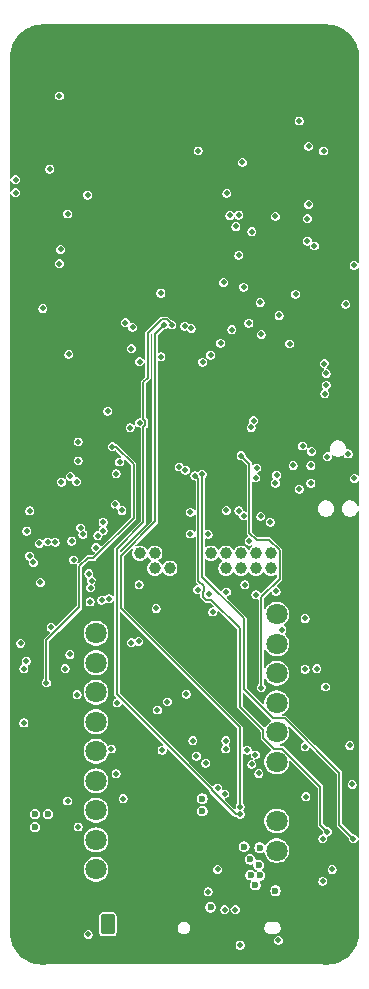
<source format=gbr>
%TF.GenerationSoftware,KiCad,Pcbnew,9.0.1*%
%TF.CreationDate,2025-10-13T19:02:50-04:00*%
%TF.ProjectId,OshTelemega,4f736854-656c-4656-9d65-67612e6b6963,rev?*%
%TF.SameCoordinates,Original*%
%TF.FileFunction,Copper,L3,Inr*%
%TF.FilePolarity,Positive*%
%FSLAX46Y46*%
G04 Gerber Fmt 4.6, Leading zero omitted, Abs format (unit mm)*
G04 Created by KiCad (PCBNEW 9.0.1) date 2025-10-13 19:02:50*
%MOMM*%
%LPD*%
G01*
G04 APERTURE LIST*
G04 Aperture macros list*
%AMRoundRect*
0 Rectangle with rounded corners*
0 $1 Rounding radius*
0 $2 $3 $4 $5 $6 $7 $8 $9 X,Y pos of 4 corners*
0 Add a 4 corners polygon primitive as box body*
4,1,4,$2,$3,$4,$5,$6,$7,$8,$9,$2,$3,0*
0 Add four circle primitives for the rounded corners*
1,1,$1+$1,$2,$3*
1,1,$1+$1,$4,$5*
1,1,$1+$1,$6,$7*
1,1,$1+$1,$8,$9*
0 Add four rect primitives between the rounded corners*
20,1,$1+$1,$2,$3,$4,$5,0*
20,1,$1+$1,$4,$5,$6,$7,0*
20,1,$1+$1,$6,$7,$8,$9,0*
20,1,$1+$1,$8,$9,$2,$3,0*%
G04 Aperture macros list end*
%TA.AperFunction,ComponentPad*%
%ADD10C,1.800000*%
%TD*%
%TA.AperFunction,ComponentPad*%
%ADD11C,5.600000*%
%TD*%
%TA.AperFunction,ComponentPad*%
%ADD12RoundRect,0.250000X-0.350000X-0.625000X0.350000X-0.625000X0.350000X0.625000X-0.350000X0.625000X0*%
%TD*%
%TA.AperFunction,ComponentPad*%
%ADD13O,1.200000X1.750000*%
%TD*%
%TA.AperFunction,HeatsinkPad*%
%ADD14C,1.100000*%
%TD*%
%TA.AperFunction,ComponentPad*%
%ADD15R,1.000000X1.000000*%
%TD*%
%TA.AperFunction,ComponentPad*%
%ADD16C,1.000000*%
%TD*%
%TA.AperFunction,ViaPad*%
%ADD17C,0.460000*%
%TD*%
%TA.AperFunction,ViaPad*%
%ADD18C,0.600000*%
%TD*%
%TA.AperFunction,Conductor*%
%ADD19C,0.160000*%
%TD*%
G04 APERTURE END LIST*
D10*
%TO.N,Net-(J6-Pin_1)*%
%TO.C,J6*%
X42800000Y-90099998D03*
%TO.N,V_LIPO*%
X42800000Y-87599998D03*
%TO.N,GND*%
X42800000Y-85099998D03*
%TO.N,/FET_A*%
X42800000Y-82599997D03*
%TO.N,V_PYRO*%
X42800000Y-80099997D03*
%TO.N,/FET_B*%
X42800000Y-77599997D03*
%TO.N,V_PYRO*%
X42800000Y-75100000D03*
%TO.N,/FET_C*%
X42800000Y-72600000D03*
%TO.N,V_PYRO*%
X42800000Y-70100000D03*
%TD*%
D11*
%TO.N,GND*%
%TO.C,H2*%
X23000000Y-97000000D03*
%TD*%
D12*
%TO.N,V_CHARGE*%
%TO.C,J8*%
X28500000Y-96350000D03*
D13*
%TO.N,GND*%
X30500000Y-96350000D03*
%TD*%
D14*
%TO.N,GND*%
%TO.C,J4*%
X36300000Y-94500000D03*
X36300000Y-98800000D03*
X41100000Y-94500000D03*
X41100000Y-98800000D03*
%TD*%
D11*
%TO.N,GND*%
%TO.C,H3*%
X47000000Y-97000000D03*
%TD*%
%TO.N,GND*%
%TO.C,H4*%
X47000000Y-23000000D03*
%TD*%
%TO.N,GND*%
%TO.C,H5*%
X47000000Y-65200000D03*
%TD*%
D15*
%TO.N,GND*%
%TO.C,J9*%
X37240000Y-66200000D03*
D16*
%TO.N,/SCK2*%
X37240000Y-64929999D03*
%TO.N,+3V3*%
X38510001Y-66200000D03*
%TO.N,/MISO2*%
X38510000Y-64930000D03*
%TO.N,/TX1*%
X39780000Y-66200000D03*
%TO.N,/RX1*%
X39780000Y-64930000D03*
%TO.N,/MOSI2*%
X41050000Y-66200000D03*
%TO.N,/CS_COMP1*%
X41050000Y-64930000D03*
%TO.N,V_LIPO*%
X42319999Y-66200000D03*
%TO.N,/CS_COMP0*%
X42320000Y-64930000D03*
%TD*%
D15*
%TO.N,GND*%
%TO.C,J10*%
X31210000Y-66200000D03*
D16*
%TO.N,Net-(J10-Pin_2)*%
X31210000Y-64929999D03*
%TO.N,Net-(J10-Pin_3)*%
X32480001Y-66200000D03*
%TO.N,Net-(J10-Pin_4)*%
X32480000Y-64930000D03*
%TO.N,Net-(J10-Pin_5)*%
X33750000Y-66200000D03*
%TO.N,GND*%
X33750000Y-64930000D03*
%TD*%
D10*
%TO.N,V_PYRO*%
%TO.C,J7*%
X27499999Y-71700000D03*
%TO.N,/FET_D*%
X27499999Y-74200000D03*
%TO.N,V_PYRO*%
X27499999Y-76700000D03*
%TO.N,/FET_E*%
X27499999Y-79200001D03*
%TO.N,V_PYRO*%
X27499999Y-81700001D03*
%TO.N,/FET_F*%
X27499999Y-84200001D03*
%TO.N,/MGSW_IN*%
X27499999Y-86699998D03*
%TO.N,V_PROT*%
X27499999Y-89199998D03*
%TO.N,V_LIPO*%
X27499999Y-91699998D03*
%TD*%
D11*
%TO.N,GND*%
%TO.C,H1*%
X23000000Y-23000000D03*
%TD*%
D17*
%TO.N,/BUZZ*%
X25330000Y-58430000D03*
%TO.N,GND*%
X44400000Y-33100000D03*
X26200000Y-75800000D03*
X33350000Y-41150000D03*
X29280000Y-22600000D03*
X28400000Y-24350000D03*
X43900000Y-61400000D03*
X38750000Y-56250000D03*
X47400000Y-50250000D03*
X33500000Y-47200000D03*
X21000000Y-64500000D03*
X49500000Y-86750000D03*
X23500000Y-35700000D03*
X33800000Y-76725000D03*
X27300000Y-26375000D03*
X24750000Y-56100000D03*
X37500000Y-60875000D03*
X48000000Y-32430000D03*
X27690000Y-67390000D03*
X48100000Y-52200000D03*
X29100000Y-26400000D03*
X49100000Y-52000000D03*
X28400000Y-21030000D03*
X25325000Y-44125000D03*
X31617954Y-45592323D03*
X29250000Y-82800000D03*
X40500000Y-47250000D03*
X37450000Y-57550000D03*
X48600000Y-45900000D03*
X24350000Y-65100000D03*
X25250000Y-67650000D03*
X38750000Y-49100000D03*
X23600000Y-44750000D03*
X36700000Y-37100000D03*
X45675000Y-76050000D03*
X47076498Y-42829135D03*
X34500000Y-55700000D03*
X34806271Y-35880329D03*
X24925000Y-32525000D03*
X33596140Y-32456559D03*
X30200000Y-56200000D03*
X34900000Y-71400000D03*
X29260000Y-23560000D03*
X33900000Y-82500000D03*
X47200000Y-54850000D03*
X38800000Y-54000000D03*
X44680000Y-93740000D03*
X36000000Y-35300000D03*
X38000000Y-89000000D03*
X37300000Y-71250000D03*
X30700000Y-30200000D03*
X40770000Y-21000000D03*
X33400000Y-51250000D03*
X34441838Y-33810353D03*
X30000001Y-94889999D03*
X29250000Y-62600000D03*
X40810000Y-21760000D03*
X31750000Y-98950000D03*
X26600000Y-80125000D03*
X31800000Y-81600000D03*
X49390000Y-30070000D03*
X46500000Y-39700000D03*
X21324999Y-92400000D03*
X25700000Y-72400000D03*
X48675000Y-86575000D03*
X34101486Y-32519727D03*
X22800000Y-68800000D03*
X48300000Y-69775000D03*
X21700000Y-72800000D03*
X30300000Y-34600000D03*
X28390000Y-23540000D03*
X22000000Y-62500000D03*
X21600000Y-47450000D03*
X35550000Y-89900000D03*
X44400000Y-34300000D03*
X44581914Y-90207307D03*
X39100000Y-84100000D03*
X29300000Y-78800000D03*
X43000000Y-31800000D03*
X46850000Y-74500000D03*
X41800000Y-31800000D03*
X34800000Y-63000000D03*
X47950000Y-47400000D03*
X45700000Y-92200000D03*
X46400000Y-41600000D03*
X46850000Y-26980000D03*
X34813559Y-35340969D03*
X49000000Y-80100000D03*
X47100000Y-43900000D03*
X29126622Y-61387412D03*
X45000000Y-47250000D03*
X30200000Y-28900000D03*
X38550000Y-46650000D03*
X29270000Y-24370000D03*
X23800000Y-41000000D03*
X48200000Y-72900000D03*
X36850000Y-40900000D03*
X40770000Y-24320000D03*
X37150000Y-55000000D03*
X34804859Y-36487885D03*
X26225000Y-32700000D03*
X38750000Y-80250000D03*
X41100000Y-26890000D03*
X34802626Y-34207584D03*
X37100000Y-72325000D03*
X40780000Y-22550000D03*
X44900000Y-90950000D03*
X47400000Y-89300000D03*
X29200000Y-32600000D03*
X29700000Y-51600000D03*
X29270000Y-21050000D03*
X43062500Y-33037500D03*
X31600000Y-31050000D03*
X48600000Y-54400000D03*
X26100000Y-40200000D03*
X36000000Y-34700000D03*
X42150000Y-42600000D03*
X32000000Y-61750000D03*
X29125000Y-37175000D03*
X38300000Y-50350000D03*
X40850000Y-52800000D03*
X34180000Y-31300000D03*
X38750000Y-43000000D03*
X37900000Y-86650000D03*
X35600000Y-70100000D03*
X29600000Y-90700000D03*
X38750000Y-52500000D03*
X21325000Y-29450000D03*
X23800000Y-38850000D03*
X25323049Y-56969590D03*
X28430000Y-21780000D03*
X38750000Y-60750000D03*
X23900000Y-77000000D03*
X40200000Y-79500000D03*
X30550000Y-69700000D03*
X30650000Y-79350000D03*
X37880000Y-32100000D03*
X25490000Y-59320000D03*
X49350000Y-28830000D03*
X44400000Y-31800000D03*
X23399998Y-92400000D03*
X49340000Y-30780000D03*
X47400000Y-51150000D03*
X25400000Y-41100000D03*
X47150000Y-48150000D03*
X21100000Y-71600000D03*
X35300000Y-57300000D03*
X38250000Y-79750000D03*
X41540000Y-22540000D03*
X27300000Y-38050000D03*
X24999998Y-87200000D03*
X49350000Y-37400000D03*
X30200000Y-58400000D03*
X36000000Y-35900000D03*
X34080000Y-30000000D03*
X29300000Y-45400000D03*
X26500000Y-90450000D03*
X22000000Y-44300000D03*
X32000000Y-52750000D03*
X41530000Y-24310000D03*
X42650000Y-63600000D03*
X35890670Y-33565788D03*
X24700000Y-69100000D03*
X33400000Y-53900000D03*
X21250000Y-42700000D03*
X39700000Y-62750000D03*
X34500000Y-50200000D03*
X48300000Y-93300000D03*
X46250000Y-71400000D03*
X33200000Y-96600000D03*
X34500000Y-45300000D03*
X43400000Y-58900000D03*
X34645705Y-32521347D03*
X22199998Y-88900000D03*
X41530000Y-20990000D03*
X22199998Y-85600000D03*
X35800000Y-79800000D03*
X47850000Y-60450000D03*
X41800000Y-33100000D03*
X40760000Y-23510000D03*
X47750000Y-37770000D03*
X27400000Y-44900000D03*
X24250000Y-84350000D03*
X47300000Y-32200000D03*
X29655955Y-27522323D03*
X32150000Y-68150000D03*
X41800000Y-34300000D03*
X31400000Y-76800000D03*
X21300000Y-56500000D03*
X40300000Y-43000000D03*
X24100000Y-49000000D03*
X35475000Y-60800000D03*
X38900000Y-91750000D03*
X34000000Y-95100000D03*
X41500000Y-86800000D03*
X38750000Y-58400000D03*
X33927989Y-33704667D03*
X33007476Y-53044727D03*
X37575000Y-62950000D03*
X27475000Y-32625000D03*
X26775000Y-63875000D03*
X34806271Y-34728722D03*
X43200000Y-34300000D03*
X41800000Y-78900000D03*
X39806400Y-79100000D03*
X35100000Y-32800000D03*
X34500000Y-29400000D03*
X47086817Y-87163183D03*
X22125000Y-26675000D03*
X23650000Y-42450000D03*
X26300000Y-26400000D03*
X36000000Y-34100000D03*
X30100000Y-57500000D03*
X45200000Y-46100000D03*
X39475000Y-64125000D03*
X35509231Y-33169772D03*
X25775000Y-46375000D03*
X33850000Y-54800000D03*
X33300000Y-37050000D03*
X49220000Y-36690000D03*
X48526477Y-36588664D03*
X47350000Y-49150000D03*
X20950000Y-66500000D03*
X22900000Y-69500000D03*
X37850000Y-47850000D03*
X43800000Y-38200000D03*
X21120000Y-50300000D03*
X28700000Y-42900000D03*
X44370000Y-88410000D03*
X37400000Y-92350000D03*
X21300000Y-77100000D03*
X46819429Y-27933495D03*
X45250000Y-60050000D03*
X43995783Y-53952307D03*
X35800000Y-56100000D03*
X25300000Y-77200000D03*
X32750000Y-32200000D03*
X37810000Y-32900000D03*
X21670000Y-58720000D03*
X23300000Y-54360000D03*
X26900000Y-93400000D03*
X40350000Y-51200000D03*
X21050000Y-84950000D03*
X41570000Y-21750000D03*
X33900000Y-88650000D03*
X28700000Y-48600000D03*
X21500000Y-55300000D03*
X23710000Y-58870000D03*
X33100001Y-94340000D03*
X36000197Y-36526757D03*
X22000000Y-77250000D03*
X48200000Y-75900000D03*
X28410000Y-22580000D03*
X39900000Y-55100000D03*
X49370000Y-28120000D03*
X22100000Y-29200000D03*
X29700000Y-50000000D03*
X30013268Y-52823846D03*
X25920000Y-61510000D03*
X29300000Y-21800000D03*
X41250000Y-84450000D03*
X28000000Y-98700000D03*
X37830000Y-33680000D03*
X44250000Y-49250000D03*
X41520000Y-23500000D03*
X20950000Y-68650000D03*
X27400000Y-43900000D03*
X47104073Y-87753834D03*
X42000000Y-26890000D03*
X25875000Y-50775000D03*
X40800000Y-69550000D03*
X24290000Y-54440000D03*
X43400000Y-43550000D03*
X31900000Y-78100000D03*
X30150000Y-40200000D03*
X23600000Y-46200000D03*
X45850000Y-43750000D03*
X42550000Y-60700000D03*
X41250000Y-63000000D03*
%TO.N,+3V3*%
X42800000Y-58300000D03*
X24400000Y-26200000D03*
X38580022Y-34454558D03*
X24570000Y-58900000D03*
X24900000Y-74700000D03*
X41400000Y-43700000D03*
X20700000Y-33300000D03*
X29211198Y-58200000D03*
X23400000Y-63960000D03*
D18*
X23424999Y-87000000D03*
D17*
X46700000Y-89100000D03*
X45500000Y-30476251D03*
X45500000Y-35400000D03*
X26000000Y-55500000D03*
X20700000Y-34400000D03*
X25200000Y-48085000D03*
X44699429Y-28333495D03*
X39600000Y-39700000D03*
X46776887Y-30866862D03*
X44400000Y-43000000D03*
X30000000Y-45400000D03*
X39900000Y-31830000D03*
X48650000Y-43850000D03*
X23700000Y-71200000D03*
X47100000Y-56750000D03*
D18*
X22324999Y-87000000D03*
D17*
X25600000Y-65500000D03*
X28500000Y-52900000D03*
X38500000Y-81500000D03*
D18*
X22324999Y-88100000D03*
D17*
X36160000Y-30860000D03*
X42700000Y-36400000D03*
X32600000Y-69600000D03*
X36100000Y-68000000D03*
%TO.N,/NRST*%
X49350000Y-40550000D03*
X23600000Y-32400000D03*
X23000000Y-44200000D03*
X45400000Y-36600000D03*
%TO.N,VBUS*%
X37800000Y-91700000D03*
D18*
X37200000Y-94900000D03*
%TO.N,V_LIPO*%
X36502000Y-86752000D03*
X36500000Y-85700000D03*
D17*
%TO.N,Net-(J4-CC1)*%
X37000000Y-93600000D03*
%TO.N,Net-(J4-D+-PadA6)*%
X38400000Y-95100000D03*
%TO.N,Net-(J4-CC2)*%
X39700000Y-98100000D03*
%TO.N,Net-(J4-D--PadA7)*%
X39300000Y-95100000D03*
%TO.N,/RX1*%
X41450000Y-61800000D03*
X45000000Y-55850000D03*
D18*
%TO.N,V_PYRO*%
X40560000Y-90850000D03*
X40050000Y-89760000D03*
X42700000Y-93500000D03*
X40600000Y-92160000D03*
X41280000Y-91330000D03*
X41380000Y-92200000D03*
X41350000Y-89860000D03*
X40990000Y-93010000D03*
D17*
%TO.N,/MGSW_IN*%
X49000000Y-81200000D03*
X26850000Y-97200000D03*
X42950000Y-97700000D03*
%TO.N,/SENSE_A*%
X45280000Y-85530000D03*
X40641194Y-54274217D03*
%TO.N,/SENSE_B*%
X49200000Y-84500000D03*
X40850000Y-53700000D03*
%TO.N,/FIRE_A*%
X35875000Y-58375000D03*
X47100000Y-88500000D03*
%TO.N,/FIRE_B*%
X49300000Y-89100000D03*
X36500000Y-58250000D03*
%TO.N,/FIRE_C*%
X30500000Y-72500000D03*
X28000000Y-68900000D03*
X32700000Y-78200000D03*
X40300000Y-81600000D03*
X36000000Y-82100000D03*
X27659962Y-63434902D03*
%TO.N,/SENSE_C*%
X35571937Y-45893037D03*
X33000000Y-48300000D03*
X41500000Y-76300000D03*
X39784174Y-56665826D03*
%TO.N,/FIRE_D*%
X38500000Y-80800000D03*
X33550000Y-77500000D03*
X35700000Y-80800000D03*
X28599138Y-68780172D03*
X31102689Y-72399552D03*
X28100000Y-63011003D03*
%TO.N,/SENSE_D*%
X36522547Y-48753221D03*
X35150000Y-76850000D03*
%TO.N,/FIRE_E*%
X23300000Y-75900000D03*
X28900000Y-55900000D03*
%TO.N,/SENSE_E*%
X30600000Y-45800000D03*
X30500000Y-47600000D03*
X25900000Y-76900000D03*
X30400000Y-54300000D03*
%TO.N,/FIRE_F*%
X21400000Y-74700000D03*
X28100000Y-62300000D03*
%TO.N,/SENSE_F*%
X35025000Y-45700000D03*
X31200000Y-53900000D03*
X21400000Y-79300000D03*
X31200000Y-48700000D03*
%TO.N,/CMP_LDO_IN*%
X29300000Y-77600000D03*
X46700000Y-92700000D03*
X21114258Y-72557377D03*
X25100000Y-85900000D03*
X47500000Y-91700000D03*
%TO.N,/CMP_RAIL*%
X40700000Y-82800000D03*
X26000000Y-88100000D03*
X28800000Y-81500000D03*
X36800000Y-82700000D03*
X25300000Y-73500000D03*
X21600000Y-74050000D03*
%TO.N,/V_PBATT*%
X39700000Y-87011003D03*
X33900000Y-45600000D03*
%TO.N,/V_BATT*%
X39700000Y-86400000D03*
X33288997Y-45600000D03*
%TO.N,/IMU_GYRO_INT*%
X24050000Y-64000000D03*
X29700000Y-61300000D03*
%TO.N,/SWDIO*%
X44200000Y-57500000D03*
X45700000Y-57500000D03*
X48846736Y-56525232D03*
%TO.N,/IMU_ACCEL_INT*%
X26202967Y-62772841D03*
X29150000Y-60800000D03*
%TO.N,/MAG_MISO2*%
X37050000Y-68400000D03*
X37000000Y-63325000D03*
%TO.N,/TX1*%
X40500000Y-63900000D03*
X40100000Y-67600000D03*
X45750000Y-56300000D03*
X42250000Y-62300000D03*
%TO.N,/MISO2*%
X39600000Y-36300000D03*
X39595693Y-61334141D03*
X43900000Y-47200000D03*
%TO.N,/CS_COMP1*%
X34556727Y-57628136D03*
%TO.N,/SCK1*%
X21900000Y-61350000D03*
X37200000Y-48150000D03*
%TO.N,/MISO1*%
X26000000Y-57100000D03*
X38050000Y-47150000D03*
X25860000Y-58870000D03*
X25450000Y-63900000D03*
X22700000Y-64100000D03*
%TO.N,/RADIO_MARC_ISR*%
X43000000Y-44800000D03*
X46000000Y-38900000D03*
%TO.N,/CS_COMP0*%
X35075167Y-57888180D03*
%TO.N,/AC_SCK1*%
X21873809Y-65156348D03*
X27050000Y-67850000D03*
%TO.N,/MOSI1*%
X21650000Y-63050000D03*
X39000000Y-46000000D03*
%TO.N,/MOSI2*%
X40000000Y-42400000D03*
X40700000Y-37700000D03*
%TO.N,/CS_MAG*%
X35500000Y-63300000D03*
X35500000Y-61450000D03*
X38550000Y-68200000D03*
X40000000Y-61750000D03*
%TO.N,/USB_D-*%
X41295771Y-83574624D03*
X38400000Y-85300000D03*
X44700000Y-59500000D03*
X45200000Y-81300000D03*
%TO.N,/RADIO_INT*%
X40450000Y-45450000D03*
X45400000Y-38500000D03*
%TO.N,/SCK2*%
X38300000Y-42000000D03*
X38550000Y-61300000D03*
X41500000Y-46400000D03*
X39350000Y-37250000D03*
%TO.N,/SWCLK*%
X45700000Y-59000000D03*
X41025000Y-58550000D03*
X49389000Y-58600000D03*
%TO.N,/AC_MOSI1*%
X22200000Y-65700000D03*
X26898387Y-66655876D03*
%TO.N,/BA_MISO1*%
X26800000Y-34600000D03*
X25100000Y-36200000D03*
%TO.N,/USB_D+*%
X37800000Y-84800000D03*
X41000000Y-82000000D03*
%TO.N,/CS_RADIO*%
X38845000Y-36325000D03*
X33000000Y-42900000D03*
%TO.N,/AC_MISO1*%
X22800000Y-67400000D03*
X27125786Y-67243715D03*
%TO.N,Net-(D6-A)*%
X24400000Y-40400000D03*
X24500000Y-39200000D03*
%TO.N,Net-(J10-Pin_4)*%
X47000000Y-49700000D03*
%TO.N,Net-(J10-Pin_3)*%
X46881230Y-51409385D03*
%TO.N,Net-(J10-Pin_2)*%
X46842987Y-48868326D03*
%TO.N,Net-(J10-Pin_5)*%
X47000000Y-50700000D03*
%TO.N,/HALL_OUT*%
X45200000Y-70450000D03*
X29500000Y-57200000D03*
X46200000Y-74700000D03*
X26400000Y-63318350D03*
X42700000Y-59000000D03*
X41100000Y-57700000D03*
%TO.N,Net-(Q2-G)*%
X43250000Y-71400000D03*
X33100000Y-81600000D03*
X46937500Y-76237500D03*
X45200000Y-74750000D03*
%TO.N,Net-(D5-A1)*%
X27500000Y-64450000D03*
%TO.N,Net-(D5-A2)*%
X31150000Y-67600000D03*
X41050000Y-68450000D03*
X37400000Y-69900000D03*
X27000000Y-69050000D03*
X42750000Y-68150000D03*
%TO.N,Net-(Q2-D)*%
X29800000Y-85700000D03*
X29200000Y-83600000D03*
%TD*%
D19*
%TO.N,/FIRE_A*%
X39700000Y-71300000D02*
X39700000Y-77950000D01*
X36568000Y-68200349D02*
X36568000Y-68599651D01*
X36850349Y-68882000D02*
X37249651Y-68882000D01*
X41672000Y-80567230D02*
X42576767Y-81471997D01*
X35875000Y-58375000D02*
X36172000Y-58672000D01*
X37265826Y-68865826D02*
X39700000Y-71300000D01*
X42576767Y-81471997D02*
X43267233Y-81471997D01*
X39700000Y-77950000D02*
X41672000Y-79922000D01*
X37249651Y-68882000D02*
X37265826Y-68865826D01*
X46500000Y-87900000D02*
X47100000Y-88500000D01*
X36172000Y-58672000D02*
X36172000Y-67246349D01*
X46500000Y-84704764D02*
X46500000Y-87900000D01*
X36172000Y-67246349D02*
X36609175Y-67683524D01*
X36609175Y-68159175D02*
X36568000Y-68200349D01*
X43267233Y-81471997D02*
X46500000Y-84704764D01*
X41672000Y-79922000D02*
X41672000Y-80567230D01*
X36568000Y-68599651D02*
X36850349Y-68882000D01*
X36609175Y-67683524D02*
X36609175Y-68159175D01*
%TO.N,/FIRE_B*%
X40028000Y-76423230D02*
X42504770Y-78900000D01*
X48118000Y-83536349D02*
X48118000Y-87918000D01*
X36500000Y-66916000D02*
X40028000Y-70444000D01*
X48118000Y-87918000D02*
X49300000Y-89100000D01*
X43481651Y-78900000D02*
X48118000Y-83536349D01*
X42504770Y-78900000D02*
X43481651Y-78900000D01*
X36500000Y-58180254D02*
X36500000Y-66916000D01*
X40028000Y-70444000D02*
X40028000Y-76423230D01*
%TO.N,/SENSE_C*%
X43047999Y-67102001D02*
X41500000Y-68650000D01*
X39815826Y-56665826D02*
X40500000Y-57350000D01*
X42177774Y-63818000D02*
X43047999Y-64688225D01*
X41099651Y-63818000D02*
X42177774Y-63818000D01*
X40500000Y-57350000D02*
X40500000Y-63218349D01*
X43047999Y-64688225D02*
X43047999Y-67102001D01*
X41500000Y-68650000D02*
X41500000Y-76300000D01*
X40500000Y-63218349D02*
X41099651Y-63818000D01*
X39784174Y-56665826D02*
X39815826Y-56665826D01*
%TO.N,/FIRE_E*%
X26800000Y-65350000D02*
X27281651Y-65350000D01*
X30682000Y-57400349D02*
X29181651Y-55900000D01*
X30682000Y-61949651D02*
X30682000Y-57400349D01*
X27281651Y-65350000D02*
X30682000Y-61949651D01*
X23300000Y-72300000D02*
X23300000Y-75900000D01*
X26100000Y-69500000D02*
X23300000Y-72300000D01*
X26100000Y-66050000D02*
X26800000Y-65350000D01*
X29181651Y-55900000D02*
X28900000Y-55900000D01*
X26100000Y-66050000D02*
X26100000Y-69500000D01*
%TO.N,/V_PBATT*%
X33089346Y-45118000D02*
X31900000Y-46307346D01*
X29274000Y-64562138D02*
X29274000Y-76874000D01*
X31518000Y-53536349D02*
X31682000Y-53700349D01*
X31518000Y-50463651D02*
X31518000Y-53536349D01*
X39329352Y-87011003D02*
X39700000Y-87011003D01*
X31518000Y-62318138D02*
X29274000Y-64562138D01*
X37318000Y-84918000D02*
X37318000Y-84999651D01*
X31682000Y-54099651D02*
X31518000Y-54263651D01*
X33900000Y-45600000D02*
X33900000Y-45529352D01*
X29274000Y-76874000D02*
X37318000Y-84918000D01*
X31900000Y-46307346D02*
X31900000Y-50081651D01*
X33488648Y-45118000D02*
X33089346Y-45118000D01*
X33900000Y-45529352D02*
X33488648Y-45118000D01*
X37318000Y-84999651D02*
X39329352Y-87011003D01*
X31518000Y-54263651D02*
X31518000Y-62318138D01*
X31682000Y-53700349D02*
X31682000Y-54099651D01*
X31900000Y-50081651D02*
X31518000Y-50463651D01*
%TO.N,/V_BATT*%
X29602000Y-69583651D02*
X29602000Y-65148000D01*
X29602000Y-65148000D02*
X32518000Y-62232000D01*
X32518000Y-62232000D02*
X32518000Y-46370997D01*
X39700000Y-86400000D02*
X39700000Y-79681651D01*
X39700000Y-79681651D02*
X29602000Y-69583651D01*
X32518000Y-46370997D02*
X33288997Y-45600000D01*
%TD*%
%TA.AperFunction,Conductor*%
%TO.N,GND*%
G36*
X29630826Y-69938453D02*
G01*
X39447826Y-79755453D01*
X39469500Y-79807779D01*
X39469500Y-86061740D01*
X39447826Y-86114066D01*
X39395523Y-86166368D01*
X39345430Y-86253133D01*
X39319500Y-86349903D01*
X39319500Y-86450096D01*
X39330406Y-86490798D01*
X39323014Y-86546951D01*
X39278081Y-86581429D01*
X39221928Y-86574037D01*
X39206602Y-86562277D01*
X38441928Y-85797603D01*
X38420254Y-85745277D01*
X38441928Y-85692951D01*
X38475097Y-85673800D01*
X38546867Y-85654569D01*
X38633632Y-85604476D01*
X38704476Y-85533632D01*
X38754569Y-85446867D01*
X38780499Y-85350096D01*
X38780500Y-85350096D01*
X38780500Y-85249904D01*
X38780499Y-85249903D01*
X38768592Y-85205468D01*
X38754569Y-85153133D01*
X38704476Y-85066368D01*
X38633632Y-84995524D01*
X38633631Y-84995523D01*
X38546865Y-84945430D01*
X38546866Y-84945430D01*
X38450096Y-84919500D01*
X38450094Y-84919500D01*
X38349906Y-84919500D01*
X38349904Y-84919500D01*
X38271165Y-84940598D01*
X38215012Y-84933206D01*
X38180534Y-84888273D01*
X38180535Y-84854993D01*
X38179867Y-84854905D01*
X38180500Y-84850096D01*
X38180500Y-84749904D01*
X38180499Y-84749903D01*
X38154569Y-84653133D01*
X38104476Y-84566368D01*
X38033631Y-84495523D01*
X37954618Y-84449906D01*
X37946867Y-84445431D01*
X37946866Y-84445430D01*
X37850096Y-84419500D01*
X37850094Y-84419500D01*
X37749906Y-84419500D01*
X37749904Y-84419500D01*
X37653133Y-84445430D01*
X37566368Y-84495523D01*
X37495523Y-84566368D01*
X37469373Y-84611661D01*
X37424440Y-84646139D01*
X37368287Y-84638745D01*
X37352962Y-84626986D01*
X35375879Y-82649903D01*
X36419500Y-82649903D01*
X36419500Y-82750096D01*
X36445430Y-82846866D01*
X36479812Y-82906417D01*
X36495524Y-82933632D01*
X36566368Y-83004476D01*
X36653133Y-83054569D01*
X36749903Y-83080499D01*
X36749904Y-83080500D01*
X36749906Y-83080500D01*
X36850096Y-83080500D01*
X36850096Y-83080499D01*
X36946867Y-83054569D01*
X37033632Y-83004476D01*
X37104476Y-82933632D01*
X37154569Y-82846867D01*
X37180499Y-82750096D01*
X37180500Y-82750096D01*
X37180500Y-82649904D01*
X37180499Y-82649903D01*
X37154569Y-82553133D01*
X37104476Y-82466368D01*
X37033631Y-82395523D01*
X36959305Y-82352612D01*
X36946867Y-82345431D01*
X36946866Y-82345430D01*
X36850096Y-82319500D01*
X36850094Y-82319500D01*
X36749906Y-82319500D01*
X36749904Y-82319500D01*
X36653133Y-82345430D01*
X36566368Y-82395523D01*
X36495523Y-82466368D01*
X36445430Y-82553133D01*
X36419500Y-82649903D01*
X35375879Y-82649903D01*
X34775879Y-82049903D01*
X35619500Y-82049903D01*
X35619500Y-82150096D01*
X35645430Y-82246866D01*
X35672399Y-82293577D01*
X35695524Y-82333632D01*
X35766368Y-82404476D01*
X35853133Y-82454569D01*
X35949903Y-82480499D01*
X35949904Y-82480500D01*
X35949906Y-82480500D01*
X36050096Y-82480500D01*
X36050096Y-82480499D01*
X36146867Y-82454569D01*
X36233632Y-82404476D01*
X36304476Y-82333632D01*
X36354569Y-82246867D01*
X36380499Y-82150096D01*
X36380500Y-82150096D01*
X36380500Y-82049904D01*
X36380499Y-82049903D01*
X36354569Y-81953133D01*
X36304476Y-81866368D01*
X36233631Y-81795523D01*
X36149354Y-81746867D01*
X36146867Y-81745431D01*
X36146866Y-81745430D01*
X36050096Y-81719500D01*
X36050094Y-81719500D01*
X35949906Y-81719500D01*
X35949904Y-81719500D01*
X35853133Y-81745430D01*
X35766368Y-81795523D01*
X35695523Y-81866368D01*
X35645430Y-81953133D01*
X35619500Y-82049903D01*
X34775879Y-82049903D01*
X33475879Y-80749903D01*
X35319500Y-80749903D01*
X35319500Y-80850096D01*
X35345430Y-80946866D01*
X35393969Y-81030938D01*
X35395524Y-81033632D01*
X35466368Y-81104476D01*
X35553133Y-81154569D01*
X35649903Y-81180499D01*
X35649904Y-81180500D01*
X35649906Y-81180500D01*
X35750096Y-81180500D01*
X35750096Y-81180499D01*
X35846867Y-81154569D01*
X35933632Y-81104476D01*
X36004476Y-81033632D01*
X36054569Y-80946867D01*
X36080499Y-80850096D01*
X36080500Y-80850096D01*
X36080500Y-80749904D01*
X36080499Y-80749903D01*
X38119500Y-80749903D01*
X38119500Y-80850096D01*
X38145430Y-80946866D01*
X38195523Y-81033631D01*
X38259566Y-81097674D01*
X38281240Y-81150000D01*
X38259566Y-81202326D01*
X38195523Y-81266368D01*
X38145430Y-81353133D01*
X38119500Y-81449903D01*
X38119500Y-81550096D01*
X38145430Y-81646866D01*
X38173523Y-81695524D01*
X38195524Y-81733632D01*
X38266368Y-81804476D01*
X38353133Y-81854569D01*
X38449903Y-81880499D01*
X38449904Y-81880500D01*
X38449906Y-81880500D01*
X38550096Y-81880500D01*
X38550096Y-81880499D01*
X38646867Y-81854569D01*
X38733632Y-81804476D01*
X38804476Y-81733632D01*
X38854569Y-81646867D01*
X38880499Y-81550096D01*
X38880500Y-81550096D01*
X38880500Y-81449904D01*
X38880499Y-81449903D01*
X38879685Y-81446867D01*
X38854569Y-81353133D01*
X38804476Y-81266368D01*
X38740434Y-81202326D01*
X38718760Y-81150000D01*
X38740434Y-81097674D01*
X38771740Y-81066368D01*
X38804476Y-81033632D01*
X38854569Y-80946867D01*
X38880499Y-80850096D01*
X38880500Y-80850096D01*
X38880500Y-80749904D01*
X38880499Y-80749903D01*
X38854569Y-80653133D01*
X38804476Y-80566368D01*
X38733631Y-80495523D01*
X38646865Y-80445430D01*
X38646866Y-80445430D01*
X38550096Y-80419500D01*
X38550094Y-80419500D01*
X38449906Y-80419500D01*
X38449904Y-80419500D01*
X38353133Y-80445430D01*
X38266368Y-80495523D01*
X38195523Y-80566368D01*
X38145430Y-80653133D01*
X38119500Y-80749903D01*
X36080499Y-80749903D01*
X36054569Y-80653133D01*
X36004476Y-80566368D01*
X35933631Y-80495523D01*
X35846865Y-80445430D01*
X35846866Y-80445430D01*
X35750096Y-80419500D01*
X35750094Y-80419500D01*
X35649906Y-80419500D01*
X35649904Y-80419500D01*
X35553133Y-80445430D01*
X35466368Y-80495523D01*
X35395523Y-80566368D01*
X35345430Y-80653133D01*
X35319500Y-80749903D01*
X33475879Y-80749903D01*
X30875879Y-78149903D01*
X32319500Y-78149903D01*
X32319500Y-78250096D01*
X32345430Y-78346866D01*
X32385329Y-78415973D01*
X32395524Y-78433632D01*
X32466368Y-78504476D01*
X32553133Y-78554569D01*
X32649903Y-78580499D01*
X32649904Y-78580500D01*
X32649906Y-78580500D01*
X32750096Y-78580500D01*
X32750096Y-78580499D01*
X32846867Y-78554569D01*
X32933632Y-78504476D01*
X33004476Y-78433632D01*
X33054569Y-78346867D01*
X33080499Y-78250096D01*
X33080500Y-78250096D01*
X33080500Y-78149904D01*
X33080499Y-78149903D01*
X33054569Y-78053133D01*
X33004476Y-77966368D01*
X32933631Y-77895523D01*
X32862617Y-77854524D01*
X32846867Y-77845431D01*
X32846866Y-77845430D01*
X32750096Y-77819500D01*
X32750094Y-77819500D01*
X32649906Y-77819500D01*
X32649904Y-77819500D01*
X32553133Y-77845430D01*
X32466368Y-77895523D01*
X32395523Y-77966368D01*
X32345430Y-78053133D01*
X32319500Y-78149903D01*
X30875879Y-78149903D01*
X30175879Y-77449903D01*
X33169500Y-77449903D01*
X33169500Y-77550096D01*
X33195430Y-77646866D01*
X33234249Y-77714102D01*
X33245524Y-77733632D01*
X33316368Y-77804476D01*
X33403133Y-77854569D01*
X33499903Y-77880499D01*
X33499904Y-77880500D01*
X33499906Y-77880500D01*
X33600096Y-77880500D01*
X33600096Y-77880499D01*
X33696867Y-77854569D01*
X33783632Y-77804476D01*
X33854476Y-77733632D01*
X33904569Y-77646867D01*
X33930499Y-77550096D01*
X33930500Y-77550096D01*
X33930500Y-77449904D01*
X33930499Y-77449903D01*
X33904569Y-77353133D01*
X33854476Y-77266368D01*
X33783631Y-77195523D01*
X33696865Y-77145430D01*
X33696866Y-77145430D01*
X33600096Y-77119500D01*
X33600094Y-77119500D01*
X33499906Y-77119500D01*
X33499904Y-77119500D01*
X33403133Y-77145430D01*
X33316368Y-77195523D01*
X33245523Y-77266368D01*
X33195430Y-77353133D01*
X33169500Y-77449903D01*
X30175879Y-77449903D01*
X29526174Y-76800198D01*
X29526052Y-76799904D01*
X34769500Y-76799904D01*
X34769500Y-76900096D01*
X34795430Y-76996866D01*
X34843321Y-77079816D01*
X34845524Y-77083632D01*
X34916368Y-77154476D01*
X35003133Y-77204569D01*
X35099903Y-77230499D01*
X35099904Y-77230500D01*
X35099906Y-77230500D01*
X35200096Y-77230500D01*
X35200096Y-77230499D01*
X35296867Y-77204569D01*
X35383632Y-77154476D01*
X35454476Y-77083632D01*
X35504569Y-76996867D01*
X35530499Y-76900096D01*
X35530500Y-76900096D01*
X35530500Y-76799904D01*
X35530499Y-76799900D01*
X35504569Y-76703133D01*
X35454476Y-76616368D01*
X35383631Y-76545523D01*
X35296865Y-76495430D01*
X35296866Y-76495430D01*
X35200096Y-76469500D01*
X35200094Y-76469500D01*
X35099906Y-76469500D01*
X35099904Y-76469500D01*
X35003133Y-76495430D01*
X34916368Y-76545523D01*
X34845523Y-76616368D01*
X34795430Y-76703133D01*
X34769501Y-76799900D01*
X34769500Y-76799904D01*
X29526052Y-76799904D01*
X29504500Y-76747872D01*
X29504500Y-72449903D01*
X30119500Y-72449903D01*
X30119500Y-72550096D01*
X30145430Y-72646866D01*
X30194222Y-72731376D01*
X30195524Y-72733632D01*
X30266368Y-72804476D01*
X30353133Y-72854569D01*
X30449903Y-72880499D01*
X30449904Y-72880500D01*
X30449906Y-72880500D01*
X30550096Y-72880500D01*
X30550096Y-72880499D01*
X30646867Y-72854569D01*
X30733632Y-72804476D01*
X30804476Y-72733632D01*
X30804477Y-72733629D01*
X30806731Y-72731376D01*
X30859057Y-72709702D01*
X30896056Y-72719616D01*
X30916426Y-72731376D01*
X30955822Y-72754121D01*
X31052592Y-72780051D01*
X31052593Y-72780052D01*
X31052595Y-72780052D01*
X31152785Y-72780052D01*
X31152785Y-72780051D01*
X31249556Y-72754121D01*
X31336321Y-72704028D01*
X31407165Y-72633184D01*
X31457258Y-72546419D01*
X31483188Y-72449648D01*
X31483189Y-72449648D01*
X31483189Y-72349456D01*
X31483188Y-72349455D01*
X31457258Y-72252685D01*
X31407165Y-72165920D01*
X31336320Y-72095075D01*
X31249554Y-72044982D01*
X31249555Y-72044982D01*
X31152785Y-72019052D01*
X31152783Y-72019052D01*
X31052595Y-72019052D01*
X31052593Y-72019052D01*
X30955822Y-72044982D01*
X30869057Y-72095075D01*
X30795957Y-72168175D01*
X30743631Y-72189849D01*
X30706632Y-72179935D01*
X30646865Y-72145430D01*
X30646866Y-72145430D01*
X30550096Y-72119500D01*
X30550094Y-72119500D01*
X30449906Y-72119500D01*
X30449904Y-72119500D01*
X30353133Y-72145430D01*
X30266368Y-72195523D01*
X30195523Y-72266368D01*
X30145430Y-72353133D01*
X30119500Y-72449903D01*
X29504500Y-72449903D01*
X29504500Y-69990779D01*
X29526174Y-69938453D01*
X29578500Y-69916779D01*
X29630826Y-69938453D01*
G37*
%TD.AperFunction*%
%TA.AperFunction,Conductor*%
G36*
X32235609Y-46359633D02*
G01*
X32251572Y-46362009D01*
X32256100Y-46368121D01*
X32265825Y-46372149D01*
X32274368Y-46392775D01*
X32285290Y-46407515D01*
X32285291Y-46407519D01*
X32287326Y-46424059D01*
X32287499Y-46424475D01*
X32287499Y-46425458D01*
X32287500Y-46425467D01*
X32287500Y-62105872D01*
X32265826Y-62158198D01*
X29630826Y-64793198D01*
X29578500Y-64814872D01*
X29526174Y-64793198D01*
X29504500Y-64740872D01*
X29504500Y-64688265D01*
X29526173Y-64635940D01*
X31638159Y-62523953D01*
X31638162Y-62523952D01*
X31648567Y-62513547D01*
X31648568Y-62513547D01*
X31713409Y-62448706D01*
X31748500Y-62363987D01*
X31748500Y-54389777D01*
X31770172Y-54337453D01*
X31802159Y-54305466D01*
X31802163Y-54305464D01*
X31812567Y-54295060D01*
X31812568Y-54295060D01*
X31877409Y-54230219D01*
X31898016Y-54180469D01*
X31912501Y-54145501D01*
X31912501Y-54053802D01*
X31912501Y-54047844D01*
X31912500Y-54047830D01*
X31912500Y-53754818D01*
X31912501Y-53754809D01*
X31912501Y-53654498D01*
X31888072Y-53595524D01*
X31877409Y-53569781D01*
X31808353Y-53500725D01*
X31808346Y-53500719D01*
X31770174Y-53462547D01*
X31748500Y-53410221D01*
X31748500Y-50589779D01*
X31770174Y-50537453D01*
X31912104Y-50395523D01*
X32095409Y-50212219D01*
X32130501Y-50127500D01*
X32130501Y-50035801D01*
X32130501Y-50029843D01*
X32130500Y-50029829D01*
X32130500Y-46433474D01*
X32152174Y-46381148D01*
X32161173Y-46372149D01*
X32182582Y-46363280D01*
X32195551Y-46353672D01*
X32203076Y-46354791D01*
X32213499Y-46350475D01*
X32235609Y-46359633D01*
G37*
%TD.AperFunction*%
%TA.AperFunction,Conductor*%
G36*
X47002065Y-20150615D02*
G01*
X47309309Y-20167870D01*
X47317543Y-20168799D01*
X47618855Y-20219993D01*
X47626923Y-20221834D01*
X47920633Y-20306451D01*
X47928447Y-20309185D01*
X48210817Y-20426147D01*
X48218293Y-20429747D01*
X48485784Y-20577584D01*
X48492808Y-20581997D01*
X48742086Y-20758869D01*
X48748554Y-20764028D01*
X48901670Y-20900862D01*
X48976446Y-20967686D01*
X48982313Y-20973553D01*
X49065033Y-21066116D01*
X49185969Y-21201443D01*
X49191132Y-21207915D01*
X49346337Y-21426657D01*
X49368000Y-21457188D01*
X49372415Y-21464215D01*
X49520252Y-21731706D01*
X49523852Y-21739182D01*
X49640810Y-22021543D01*
X49643551Y-22029376D01*
X49728162Y-22323065D01*
X49730008Y-22331156D01*
X49781199Y-22632450D01*
X49782129Y-22640696D01*
X49799384Y-22947934D01*
X49799500Y-22952083D01*
X49799500Y-40291385D01*
X49777826Y-40343711D01*
X49725500Y-40365385D01*
X49673174Y-40343711D01*
X49661414Y-40328385D01*
X49654475Y-40316367D01*
X49583631Y-40245523D01*
X49496865Y-40195430D01*
X49496866Y-40195430D01*
X49400096Y-40169500D01*
X49400094Y-40169500D01*
X49299906Y-40169500D01*
X49299904Y-40169500D01*
X49203133Y-40195430D01*
X49116368Y-40245523D01*
X49045523Y-40316368D01*
X48995430Y-40403133D01*
X48969500Y-40499903D01*
X48969500Y-40600096D01*
X48995430Y-40696866D01*
X49043716Y-40780500D01*
X49045524Y-40783632D01*
X49116368Y-40854476D01*
X49203133Y-40904569D01*
X49299903Y-40930499D01*
X49299904Y-40930500D01*
X49299906Y-40930500D01*
X49400096Y-40930500D01*
X49400096Y-40930499D01*
X49496867Y-40904569D01*
X49583632Y-40854476D01*
X49654476Y-40783632D01*
X49661414Y-40771613D01*
X49706346Y-40737136D01*
X49762499Y-40744527D01*
X49796978Y-40789460D01*
X49799500Y-40808614D01*
X49799500Y-58293740D01*
X49777826Y-58346066D01*
X49725500Y-58367740D01*
X49673174Y-58346066D01*
X49622631Y-58295523D01*
X49543618Y-58249906D01*
X49535867Y-58245431D01*
X49535866Y-58245430D01*
X49439096Y-58219500D01*
X49439094Y-58219500D01*
X49338906Y-58219500D01*
X49338904Y-58219500D01*
X49242133Y-58245430D01*
X49155368Y-58295523D01*
X49084523Y-58366368D01*
X49034430Y-58453133D01*
X49008500Y-58549903D01*
X49008500Y-58650096D01*
X49034430Y-58746866D01*
X49083732Y-58832260D01*
X49084524Y-58833632D01*
X49155368Y-58904476D01*
X49242133Y-58954569D01*
X49338903Y-58980499D01*
X49338904Y-58980500D01*
X49338906Y-58980500D01*
X49439096Y-58980500D01*
X49439096Y-58980499D01*
X49535867Y-58954569D01*
X49622632Y-58904476D01*
X49673174Y-58853934D01*
X49725500Y-58832260D01*
X49777826Y-58853934D01*
X49799500Y-58906260D01*
X49799500Y-60879927D01*
X49777826Y-60932253D01*
X49725500Y-60953927D01*
X49673174Y-60932253D01*
X49657133Y-60908246D01*
X49643036Y-60874212D01*
X49616610Y-60810415D01*
X49540463Y-60696453D01*
X49443547Y-60599537D01*
X49329585Y-60523390D01*
X49329581Y-60523388D01*
X49329579Y-60523387D01*
X49329580Y-60523387D01*
X49202961Y-60470940D01*
X49202950Y-60470937D01*
X49101680Y-60450793D01*
X49068530Y-60444200D01*
X48931470Y-60444200D01*
X48904877Y-60449489D01*
X48797049Y-60470937D01*
X48797038Y-60470940D01*
X48670419Y-60523387D01*
X48556453Y-60599536D01*
X48556452Y-60599538D01*
X48459538Y-60696452D01*
X48459536Y-60696453D01*
X48383387Y-60810419D01*
X48330940Y-60937038D01*
X48330937Y-60937049D01*
X48304200Y-61071470D01*
X48304200Y-61208529D01*
X48330937Y-61342950D01*
X48330940Y-61342961D01*
X48383387Y-61469580D01*
X48383389Y-61469583D01*
X48383390Y-61469585D01*
X48459537Y-61583547D01*
X48556453Y-61680463D01*
X48670415Y-61756610D01*
X48670420Y-61756612D01*
X48670419Y-61756612D01*
X48786198Y-61804569D01*
X48797043Y-61809061D01*
X48931470Y-61835800D01*
X48931471Y-61835800D01*
X49068529Y-61835800D01*
X49068530Y-61835800D01*
X49202957Y-61809061D01*
X49329585Y-61756610D01*
X49443547Y-61680463D01*
X49540463Y-61583547D01*
X49616610Y-61469585D01*
X49657133Y-61371754D01*
X49697181Y-61331705D01*
X49753818Y-61331705D01*
X49793867Y-61371753D01*
X49799500Y-61400072D01*
X49799500Y-88931937D01*
X49777826Y-88984263D01*
X49725500Y-89005937D01*
X49673174Y-88984263D01*
X49657525Y-88957159D01*
X49656426Y-88957615D01*
X49654569Y-88953134D01*
X49654569Y-88953133D01*
X49604476Y-88866368D01*
X49533632Y-88795524D01*
X49533631Y-88795523D01*
X49446865Y-88745430D01*
X49446866Y-88745430D01*
X49350096Y-88719500D01*
X49350094Y-88719500D01*
X49276128Y-88719500D01*
X49223802Y-88697826D01*
X48370174Y-87844198D01*
X48348500Y-87791872D01*
X48348500Y-84449903D01*
X48819500Y-84449903D01*
X48819500Y-84550096D01*
X48845430Y-84646866D01*
X48874721Y-84697599D01*
X48895524Y-84733632D01*
X48966368Y-84804476D01*
X49053133Y-84854569D01*
X49149903Y-84880499D01*
X49149904Y-84880500D01*
X49149906Y-84880500D01*
X49250096Y-84880500D01*
X49250096Y-84880499D01*
X49346867Y-84854569D01*
X49433632Y-84804476D01*
X49504476Y-84733632D01*
X49554569Y-84646867D01*
X49580499Y-84550096D01*
X49580500Y-84550096D01*
X49580500Y-84449904D01*
X49580499Y-84449903D01*
X49579300Y-84445430D01*
X49554569Y-84353133D01*
X49504476Y-84266368D01*
X49433632Y-84195524D01*
X49433631Y-84195523D01*
X49346865Y-84145430D01*
X49346866Y-84145430D01*
X49250096Y-84119500D01*
X49250094Y-84119500D01*
X49149906Y-84119500D01*
X49149904Y-84119500D01*
X49053133Y-84145430D01*
X48966368Y-84195523D01*
X48895523Y-84266368D01*
X48845430Y-84353133D01*
X48819500Y-84449903D01*
X48348500Y-84449903D01*
X48348500Y-83590819D01*
X48348501Y-83590810D01*
X48348501Y-83490500D01*
X48313409Y-83405781D01*
X46105010Y-81197382D01*
X46057531Y-81149903D01*
X48619500Y-81149903D01*
X48619500Y-81250096D01*
X48645430Y-81346866D01*
X48672401Y-81393581D01*
X48695524Y-81433632D01*
X48766368Y-81504476D01*
X48853133Y-81554569D01*
X48949903Y-81580499D01*
X48949904Y-81580500D01*
X48949906Y-81580500D01*
X49050096Y-81580500D01*
X49050096Y-81580499D01*
X49146867Y-81554569D01*
X49233632Y-81504476D01*
X49304476Y-81433632D01*
X49354569Y-81346867D01*
X49380499Y-81250096D01*
X49380500Y-81250096D01*
X49380500Y-81149904D01*
X49380499Y-81149903D01*
X49379300Y-81145430D01*
X49354569Y-81053133D01*
X49304476Y-80966368D01*
X49233632Y-80895524D01*
X49233631Y-80895523D01*
X49146865Y-80845430D01*
X49146866Y-80845430D01*
X49050096Y-80819500D01*
X49050094Y-80819500D01*
X48949906Y-80819500D01*
X48949904Y-80819500D01*
X48853133Y-80845430D01*
X48766368Y-80895523D01*
X48695523Y-80966368D01*
X48645430Y-81053133D01*
X48619500Y-81149903D01*
X46057531Y-81149903D01*
X43687468Y-78779841D01*
X43687468Y-78779840D01*
X43677060Y-78769432D01*
X43612219Y-78704591D01*
X43612217Y-78704590D01*
X43612215Y-78704589D01*
X43577127Y-78690055D01*
X43577127Y-78690054D01*
X43527501Y-78669499D01*
X43435801Y-78669499D01*
X43427189Y-78669499D01*
X43427181Y-78669500D01*
X43333792Y-78669500D01*
X43281466Y-78647826D01*
X43259792Y-78595500D01*
X43281466Y-78543174D01*
X43294795Y-78533287D01*
X43294575Y-78532958D01*
X43337201Y-78504476D01*
X43469655Y-78415974D01*
X43615977Y-78269652D01*
X43730941Y-78097595D01*
X43810130Y-77906417D01*
X43850500Y-77703462D01*
X43850500Y-77496532D01*
X43810130Y-77293577D01*
X43730941Y-77102399D01*
X43615977Y-76930342D01*
X43469655Y-76784020D01*
X43460693Y-76778032D01*
X43297598Y-76669056D01*
X43106420Y-76589867D01*
X43106413Y-76589865D01*
X42953516Y-76559452D01*
X42903465Y-76549497D01*
X42696535Y-76549497D01*
X42656385Y-76557483D01*
X42493586Y-76589865D01*
X42493579Y-76589867D01*
X42302401Y-76669056D01*
X42130345Y-76784019D01*
X42130344Y-76784021D01*
X41984024Y-76930341D01*
X41984022Y-76930342D01*
X41869059Y-77102398D01*
X41789870Y-77293576D01*
X41789868Y-77293583D01*
X41749500Y-77496532D01*
X41749500Y-77640102D01*
X41727826Y-77692428D01*
X41675500Y-77714102D01*
X41623174Y-77692428D01*
X40280174Y-76349428D01*
X40258500Y-76297102D01*
X40258500Y-70398151D01*
X40258499Y-70398149D01*
X40251238Y-70380620D01*
X40223409Y-70313432D01*
X40158568Y-70248591D01*
X40154353Y-70244376D01*
X40154346Y-70244370D01*
X38604272Y-68694296D01*
X38582598Y-68641970D01*
X38604272Y-68589644D01*
X38637445Y-68570492D01*
X38675018Y-68560423D01*
X38696867Y-68554569D01*
X38783632Y-68504476D01*
X38854476Y-68433632D01*
X38904569Y-68346867D01*
X38930499Y-68250096D01*
X38930500Y-68250096D01*
X38930500Y-68149904D01*
X38930499Y-68149903D01*
X38929685Y-68146867D01*
X38904569Y-68053133D01*
X38854476Y-67966368D01*
X38783632Y-67895524D01*
X38783631Y-67895523D01*
X38696865Y-67845430D01*
X38696866Y-67845430D01*
X38600096Y-67819500D01*
X38600094Y-67819500D01*
X38499906Y-67819500D01*
X38499904Y-67819500D01*
X38403133Y-67845430D01*
X38316368Y-67895523D01*
X38245523Y-67966368D01*
X38195431Y-68053132D01*
X38179507Y-68112556D01*
X38145027Y-68157488D01*
X38088874Y-68164879D01*
X38055703Y-68145727D01*
X37459879Y-67549903D01*
X39719500Y-67549903D01*
X39719500Y-67650096D01*
X39745430Y-67746866D01*
X39776053Y-67799906D01*
X39795524Y-67833632D01*
X39866368Y-67904476D01*
X39953133Y-67954569D01*
X40049903Y-67980499D01*
X40049904Y-67980500D01*
X40049906Y-67980500D01*
X40150096Y-67980500D01*
X40150096Y-67980499D01*
X40246867Y-67954569D01*
X40333632Y-67904476D01*
X40404476Y-67833632D01*
X40454569Y-67746867D01*
X40480499Y-67650096D01*
X40480500Y-67650096D01*
X40480500Y-67549904D01*
X40480499Y-67549903D01*
X40479685Y-67546867D01*
X40454569Y-67453133D01*
X40404476Y-67366368D01*
X40333632Y-67295524D01*
X40333631Y-67295523D01*
X40246865Y-67245430D01*
X40246866Y-67245430D01*
X40150096Y-67219500D01*
X40150094Y-67219500D01*
X40049906Y-67219500D01*
X40049904Y-67219500D01*
X39953133Y-67245430D01*
X39866368Y-67295523D01*
X39795523Y-67366368D01*
X39745430Y-67453133D01*
X39719500Y-67549903D01*
X37459879Y-67549903D01*
X36752174Y-66842198D01*
X36730500Y-66789872D01*
X36730500Y-65510355D01*
X36752174Y-65458029D01*
X36804500Y-65436355D01*
X36845611Y-65448825D01*
X36931873Y-65506464D01*
X37050256Y-65555500D01*
X37050258Y-65555500D01*
X37050260Y-65555501D01*
X37092903Y-65563983D01*
X37175931Y-65580499D01*
X37175933Y-65580499D01*
X37304067Y-65580499D01*
X37304069Y-65580499D01*
X37429744Y-65555500D01*
X37548127Y-65506464D01*
X37654669Y-65435275D01*
X37745276Y-65344668D01*
X37813472Y-65242604D01*
X37860562Y-65211140D01*
X37916111Y-65222189D01*
X37936528Y-65242606D01*
X38004722Y-65344667D01*
X38004724Y-65344669D01*
X38095331Y-65435276D01*
X38197393Y-65503472D01*
X38228859Y-65550563D01*
X38217810Y-65606112D01*
X38197393Y-65626529D01*
X38095332Y-65694723D01*
X38095331Y-65694725D01*
X38004726Y-65785330D01*
X38004724Y-65785331D01*
X37933534Y-65891876D01*
X37884499Y-66010257D01*
X37884498Y-66010260D01*
X37859501Y-66135932D01*
X37859501Y-66264067D01*
X37884498Y-66389739D01*
X37884499Y-66389742D01*
X37926934Y-66492190D01*
X37933536Y-66508127D01*
X37981208Y-66579473D01*
X37998785Y-66605780D01*
X38004725Y-66614669D01*
X38095332Y-66705276D01*
X38201874Y-66776465D01*
X38320257Y-66825501D01*
X38320259Y-66825501D01*
X38320261Y-66825502D01*
X38362904Y-66833984D01*
X38445932Y-66850500D01*
X38445934Y-66850500D01*
X38574068Y-66850500D01*
X38574070Y-66850500D01*
X38699745Y-66825501D01*
X38818128Y-66776465D01*
X38924670Y-66705276D01*
X39015277Y-66614669D01*
X39083473Y-66512605D01*
X39130563Y-66481141D01*
X39186112Y-66492190D01*
X39206527Y-66512605D01*
X39249446Y-66576839D01*
X39268784Y-66605780D01*
X39274724Y-66614669D01*
X39365331Y-66705276D01*
X39471873Y-66776465D01*
X39590256Y-66825501D01*
X39590258Y-66825501D01*
X39590260Y-66825502D01*
X39632903Y-66833984D01*
X39715931Y-66850500D01*
X39715933Y-66850500D01*
X39844067Y-66850500D01*
X39844069Y-66850500D01*
X39969744Y-66825501D01*
X40088127Y-66776465D01*
X40194669Y-66705276D01*
X40285276Y-66614669D01*
X40353473Y-66512604D01*
X40400563Y-66481140D01*
X40456112Y-66492189D01*
X40476525Y-66512602D01*
X40530249Y-66593006D01*
X40538784Y-66605780D01*
X40544724Y-66614669D01*
X40635331Y-66705276D01*
X40741873Y-66776465D01*
X40860256Y-66825501D01*
X40860258Y-66825501D01*
X40860260Y-66825502D01*
X40902903Y-66833984D01*
X40985931Y-66850500D01*
X40985933Y-66850500D01*
X41114067Y-66850500D01*
X41114069Y-66850500D01*
X41239744Y-66825501D01*
X41358127Y-66776465D01*
X41464669Y-66705276D01*
X41555276Y-66614669D01*
X41623472Y-66512605D01*
X41670562Y-66481141D01*
X41726111Y-66492190D01*
X41746526Y-66512605D01*
X41789445Y-66576839D01*
X41808783Y-66605780D01*
X41814723Y-66614669D01*
X41905330Y-66705276D01*
X42011872Y-66776465D01*
X42130255Y-66825501D01*
X42130257Y-66825501D01*
X42130259Y-66825502D01*
X42172902Y-66833984D01*
X42255930Y-66850500D01*
X42255932Y-66850500D01*
X42384066Y-66850500D01*
X42384068Y-66850500D01*
X42509743Y-66825501D01*
X42628126Y-66776465D01*
X42702387Y-66726844D01*
X42757936Y-66715796D01*
X42805028Y-66747262D01*
X42817499Y-66788374D01*
X42817499Y-66975872D01*
X42795825Y-67028198D01*
X41515337Y-68308685D01*
X41463011Y-68330359D01*
X41410685Y-68308685D01*
X41398925Y-68293358D01*
X41373948Y-68250096D01*
X41354476Y-68216368D01*
X41283632Y-68145524D01*
X41283631Y-68145523D01*
X41204618Y-68099906D01*
X41196867Y-68095431D01*
X41196866Y-68095430D01*
X41100096Y-68069500D01*
X41100094Y-68069500D01*
X40999906Y-68069500D01*
X40999904Y-68069500D01*
X40903133Y-68095430D01*
X40816368Y-68145523D01*
X40745523Y-68216368D01*
X40695430Y-68303133D01*
X40669500Y-68399903D01*
X40669500Y-68500096D01*
X40695430Y-68596866D01*
X40743698Y-68680469D01*
X40745524Y-68683632D01*
X40816368Y-68754476D01*
X40903133Y-68804569D01*
X40999903Y-68830499D01*
X40999904Y-68830500D01*
X40999906Y-68830500D01*
X41100095Y-68830500D01*
X41120265Y-68825094D01*
X41176347Y-68810067D01*
X41232499Y-68817458D01*
X41266978Y-68862391D01*
X41269500Y-68881545D01*
X41269500Y-75961740D01*
X41247826Y-76014066D01*
X41195523Y-76066368D01*
X41145430Y-76153133D01*
X41119500Y-76249903D01*
X41119500Y-76350096D01*
X41145430Y-76446866D01*
X41159440Y-76471131D01*
X41195524Y-76533632D01*
X41266368Y-76604476D01*
X41353133Y-76654569D01*
X41449903Y-76680499D01*
X41449904Y-76680500D01*
X41449906Y-76680500D01*
X41550096Y-76680500D01*
X41550096Y-76680499D01*
X41646867Y-76654569D01*
X41733632Y-76604476D01*
X41804476Y-76533632D01*
X41854569Y-76446867D01*
X41880499Y-76350096D01*
X41880500Y-76350096D01*
X41880500Y-76249904D01*
X41880499Y-76249903D01*
X41863752Y-76187403D01*
X46557000Y-76187403D01*
X46557000Y-76287596D01*
X46582930Y-76384366D01*
X46632082Y-76469500D01*
X46633024Y-76471132D01*
X46703868Y-76541976D01*
X46790633Y-76592069D01*
X46887403Y-76617999D01*
X46887404Y-76618000D01*
X46887406Y-76618000D01*
X46987596Y-76618000D01*
X46987596Y-76617999D01*
X47084367Y-76592069D01*
X47171132Y-76541976D01*
X47241976Y-76471132D01*
X47292069Y-76384367D01*
X47317999Y-76287596D01*
X47318000Y-76287596D01*
X47318000Y-76187404D01*
X47317999Y-76187403D01*
X47292069Y-76090633D01*
X47241976Y-76003868D01*
X47171131Y-75933023D01*
X47086258Y-75884023D01*
X47084367Y-75882931D01*
X47084366Y-75882930D01*
X46987596Y-75857000D01*
X46987594Y-75857000D01*
X46887406Y-75857000D01*
X46887404Y-75857000D01*
X46790633Y-75882930D01*
X46703868Y-75933023D01*
X46633023Y-76003868D01*
X46582930Y-76090633D01*
X46557000Y-76187403D01*
X41863752Y-76187403D01*
X41854569Y-76153133D01*
X41804476Y-76066368D01*
X41752174Y-76014066D01*
X41730500Y-75961740D01*
X41730500Y-75633797D01*
X41752174Y-75581471D01*
X41804500Y-75559797D01*
X41856826Y-75581471D01*
X41866707Y-75594796D01*
X41867039Y-75594575D01*
X41983624Y-75769059D01*
X41984023Y-75769655D01*
X42130345Y-75915977D01*
X42302402Y-76030941D01*
X42493580Y-76110130D01*
X42696535Y-76150500D01*
X42696536Y-76150500D01*
X42903464Y-76150500D01*
X42903465Y-76150500D01*
X43106420Y-76110130D01*
X43297598Y-76030941D01*
X43469655Y-75915977D01*
X43615977Y-75769655D01*
X43730941Y-75597598D01*
X43810130Y-75406420D01*
X43850500Y-75203465D01*
X43850500Y-74996535D01*
X43810130Y-74793580D01*
X43810128Y-74793575D01*
X43781050Y-74723374D01*
X43771328Y-74699903D01*
X44819500Y-74699903D01*
X44819500Y-74800096D01*
X44845430Y-74896866D01*
X44845431Y-74896867D01*
X44895524Y-74983632D01*
X44966368Y-75054476D01*
X45053133Y-75104569D01*
X45149903Y-75130499D01*
X45149904Y-75130500D01*
X45149906Y-75130500D01*
X45250096Y-75130500D01*
X45250096Y-75130499D01*
X45346867Y-75104569D01*
X45433632Y-75054476D01*
X45504476Y-74983632D01*
X45554569Y-74896867D01*
X45580499Y-74800096D01*
X45580500Y-74800096D01*
X45580500Y-74699904D01*
X45570935Y-74664210D01*
X45570935Y-74664209D01*
X45567102Y-74649903D01*
X45819500Y-74649903D01*
X45819500Y-74750096D01*
X45845430Y-74846866D01*
X45858587Y-74869654D01*
X45895524Y-74933632D01*
X45966368Y-75004476D01*
X46053133Y-75054569D01*
X46149903Y-75080499D01*
X46149904Y-75080500D01*
X46149906Y-75080500D01*
X46250096Y-75080500D01*
X46250096Y-75080499D01*
X46346867Y-75054569D01*
X46433632Y-75004476D01*
X46504476Y-74933632D01*
X46554569Y-74846867D01*
X46580499Y-74750096D01*
X46580500Y-74750096D01*
X46580500Y-74649904D01*
X46580499Y-74649903D01*
X46577046Y-74637018D01*
X46554569Y-74553133D01*
X46504476Y-74466368D01*
X46433632Y-74395524D01*
X46433631Y-74395523D01*
X46346865Y-74345430D01*
X46346866Y-74345430D01*
X46250096Y-74319500D01*
X46250094Y-74319500D01*
X46149906Y-74319500D01*
X46149904Y-74319500D01*
X46053133Y-74345430D01*
X45966368Y-74395523D01*
X45895523Y-74466368D01*
X45845430Y-74553133D01*
X45819500Y-74649903D01*
X45567102Y-74649903D01*
X45554569Y-74603133D01*
X45504476Y-74516368D01*
X45433631Y-74445523D01*
X45346865Y-74395430D01*
X45346866Y-74395430D01*
X45250096Y-74369500D01*
X45250094Y-74369500D01*
X45149906Y-74369500D01*
X45149904Y-74369500D01*
X45053133Y-74395430D01*
X44966368Y-74445523D01*
X44895523Y-74516368D01*
X44845430Y-74603133D01*
X44819500Y-74699903D01*
X43771328Y-74699903D01*
X43750617Y-74649904D01*
X43730941Y-74602402D01*
X43615977Y-74430345D01*
X43469655Y-74284023D01*
X43469068Y-74283631D01*
X43297598Y-74169059D01*
X43106420Y-74089870D01*
X43106413Y-74089868D01*
X42953516Y-74059455D01*
X42903465Y-74049500D01*
X42696535Y-74049500D01*
X42656385Y-74057486D01*
X42493586Y-74089868D01*
X42493579Y-74089870D01*
X42302401Y-74169059D01*
X42130345Y-74284022D01*
X42130344Y-74284024D01*
X41984024Y-74430344D01*
X41984022Y-74430345D01*
X41867039Y-74605425D01*
X41865628Y-74604482D01*
X41825972Y-74637018D01*
X41769608Y-74631460D01*
X41733684Y-74587674D01*
X41730500Y-74566202D01*
X41730500Y-73133797D01*
X41752174Y-73081471D01*
X41804500Y-73059797D01*
X41856826Y-73081471D01*
X41866707Y-73094796D01*
X41867039Y-73094575D01*
X41983624Y-73269059D01*
X41984023Y-73269655D01*
X42130345Y-73415977D01*
X42302402Y-73530941D01*
X42493580Y-73610130D01*
X42696535Y-73650500D01*
X42696536Y-73650500D01*
X42903464Y-73650500D01*
X42903465Y-73650500D01*
X43106420Y-73610130D01*
X43297598Y-73530941D01*
X43469655Y-73415977D01*
X43615977Y-73269655D01*
X43730941Y-73097598D01*
X43810130Y-72906420D01*
X43850500Y-72703465D01*
X43850500Y-72496535D01*
X43810130Y-72293580D01*
X43730941Y-72102402D01*
X43615977Y-71930345D01*
X43489194Y-71803562D01*
X43467521Y-71751238D01*
X43489194Y-71698913D01*
X43554476Y-71633632D01*
X43604569Y-71546867D01*
X43630499Y-71450096D01*
X43630500Y-71450096D01*
X43630500Y-71349904D01*
X43630499Y-71349903D01*
X43629685Y-71346867D01*
X43604569Y-71253133D01*
X43554476Y-71166368D01*
X43483632Y-71095524D01*
X43483631Y-71095523D01*
X43435039Y-71067469D01*
X43400560Y-71022536D01*
X43407952Y-70966384D01*
X43430927Y-70941854D01*
X43438486Y-70936802D01*
X43469655Y-70915977D01*
X43615977Y-70769655D01*
X43730941Y-70597598D01*
X43810130Y-70406420D01*
X43811426Y-70399903D01*
X44819500Y-70399903D01*
X44819500Y-70500096D01*
X44845430Y-70596866D01*
X44860780Y-70623452D01*
X44895524Y-70683632D01*
X44966368Y-70754476D01*
X45053133Y-70804569D01*
X45149903Y-70830499D01*
X45149904Y-70830500D01*
X45149906Y-70830500D01*
X45250096Y-70830500D01*
X45250096Y-70830499D01*
X45346867Y-70804569D01*
X45433632Y-70754476D01*
X45504476Y-70683632D01*
X45554569Y-70596867D01*
X45580499Y-70500096D01*
X45580500Y-70500096D01*
X45580500Y-70399904D01*
X45580499Y-70399903D01*
X45554569Y-70303133D01*
X45504476Y-70216368D01*
X45433631Y-70145523D01*
X45346865Y-70095430D01*
X45346866Y-70095430D01*
X45250096Y-70069500D01*
X45250094Y-70069500D01*
X45149906Y-70069500D01*
X45149904Y-70069500D01*
X45053133Y-70095430D01*
X44966368Y-70145523D01*
X44895523Y-70216368D01*
X44845430Y-70303133D01*
X44819500Y-70399903D01*
X43811426Y-70399903D01*
X43850500Y-70203465D01*
X43850500Y-69996535D01*
X43810130Y-69793580D01*
X43730941Y-69602402D01*
X43615977Y-69430345D01*
X43469655Y-69284023D01*
X43469068Y-69283631D01*
X43297598Y-69169059D01*
X43106420Y-69089870D01*
X43106413Y-69089868D01*
X42953516Y-69059455D01*
X42903465Y-69049500D01*
X42696535Y-69049500D01*
X42656385Y-69057486D01*
X42493586Y-69089868D01*
X42493579Y-69089870D01*
X42302401Y-69169059D01*
X42130345Y-69284022D01*
X42130344Y-69284024D01*
X41984024Y-69430344D01*
X41984022Y-69430345D01*
X41867039Y-69605425D01*
X41865628Y-69604482D01*
X41825972Y-69637018D01*
X41769608Y-69631460D01*
X41733684Y-69587674D01*
X41730500Y-69566202D01*
X41730500Y-68776128D01*
X41752174Y-68723802D01*
X42000281Y-68475695D01*
X42259086Y-68216889D01*
X42311411Y-68195216D01*
X42363737Y-68216890D01*
X42382889Y-68250063D01*
X42395430Y-68296866D01*
X42443716Y-68380500D01*
X42445524Y-68383632D01*
X42516368Y-68454476D01*
X42603133Y-68504569D01*
X42699903Y-68530499D01*
X42699904Y-68530500D01*
X42699906Y-68530500D01*
X42800096Y-68530500D01*
X42800096Y-68530499D01*
X42896867Y-68504569D01*
X42983632Y-68454476D01*
X43054476Y-68383632D01*
X43104569Y-68296867D01*
X43130499Y-68200096D01*
X43130500Y-68200096D01*
X43130500Y-68099904D01*
X43130499Y-68099903D01*
X43129300Y-68095430D01*
X43104569Y-68003133D01*
X43054476Y-67916368D01*
X42983632Y-67845524D01*
X42983631Y-67845523D01*
X42904618Y-67799906D01*
X42896867Y-67795431D01*
X42896866Y-67795430D01*
X42850063Y-67782889D01*
X42805130Y-67748410D01*
X42797738Y-67692258D01*
X42816888Y-67659086D01*
X43168158Y-67307816D01*
X43168161Y-67307815D01*
X43178566Y-67297410D01*
X43178567Y-67297410D01*
X43243408Y-67232569D01*
X43278499Y-67147850D01*
X43278499Y-64742695D01*
X43278500Y-64742686D01*
X43278500Y-64642374D01*
X43254853Y-64585288D01*
X43243408Y-64557657D01*
X43174352Y-64488601D01*
X43174345Y-64488595D01*
X42383591Y-63697841D01*
X42383591Y-63697840D01*
X42308343Y-63622592D01*
X42308339Y-63622589D01*
X42267006Y-63605469D01*
X42223624Y-63587499D01*
X42131924Y-63587499D01*
X42123312Y-63587499D01*
X42123304Y-63587500D01*
X41225780Y-63587500D01*
X41173454Y-63565826D01*
X40752174Y-63144546D01*
X40730500Y-63092220D01*
X40730500Y-62249903D01*
X41869500Y-62249903D01*
X41869500Y-62350096D01*
X41895430Y-62446866D01*
X41945523Y-62533630D01*
X41945524Y-62533632D01*
X42016368Y-62604476D01*
X42103133Y-62654569D01*
X42199903Y-62680499D01*
X42199904Y-62680500D01*
X42199906Y-62680500D01*
X42300096Y-62680500D01*
X42300096Y-62680499D01*
X42396867Y-62654569D01*
X42483632Y-62604476D01*
X42554476Y-62533632D01*
X42604569Y-62446867D01*
X42630499Y-62350096D01*
X42630500Y-62350096D01*
X42630500Y-62249904D01*
X42630499Y-62249903D01*
X42604569Y-62153133D01*
X42554476Y-62066368D01*
X42483631Y-61995523D01*
X42399354Y-61946867D01*
X42396867Y-61945431D01*
X42396866Y-61945430D01*
X42300096Y-61919500D01*
X42300094Y-61919500D01*
X42199906Y-61919500D01*
X42199904Y-61919500D01*
X42103133Y-61945430D01*
X42016368Y-61995523D01*
X41945523Y-62066368D01*
X41895430Y-62153133D01*
X41869500Y-62249903D01*
X40730500Y-62249903D01*
X40730500Y-61749903D01*
X41069500Y-61749903D01*
X41069500Y-61850096D01*
X41095430Y-61946866D01*
X41143698Y-62030469D01*
X41145524Y-62033632D01*
X41216368Y-62104476D01*
X41303133Y-62154569D01*
X41399903Y-62180499D01*
X41399904Y-62180500D01*
X41399906Y-62180500D01*
X41500096Y-62180500D01*
X41500096Y-62180499D01*
X41510682Y-62177662D01*
X41525929Y-62173578D01*
X41576565Y-62160009D01*
X41596867Y-62154569D01*
X41683632Y-62104476D01*
X41754476Y-62033632D01*
X41804569Y-61946867D01*
X41830499Y-61850096D01*
X41830500Y-61850096D01*
X41830500Y-61749904D01*
X41830499Y-61749903D01*
X41823148Y-61722471D01*
X41804569Y-61653133D01*
X41754476Y-61566368D01*
X41683632Y-61495524D01*
X41683631Y-61495523D01*
X41599354Y-61446867D01*
X41596867Y-61445431D01*
X41596866Y-61445430D01*
X41500096Y-61419500D01*
X41500094Y-61419500D01*
X41399906Y-61419500D01*
X41399904Y-61419500D01*
X41303133Y-61445430D01*
X41216368Y-61495523D01*
X41145523Y-61566368D01*
X41095430Y-61653133D01*
X41069500Y-61749903D01*
X40730500Y-61749903D01*
X40730500Y-61071470D01*
X46272200Y-61071470D01*
X46272200Y-61208529D01*
X46298937Y-61342950D01*
X46298940Y-61342961D01*
X46351387Y-61469580D01*
X46351389Y-61469583D01*
X46351390Y-61469585D01*
X46427537Y-61583547D01*
X46524453Y-61680463D01*
X46638415Y-61756610D01*
X46638420Y-61756612D01*
X46638419Y-61756612D01*
X46754198Y-61804569D01*
X46765043Y-61809061D01*
X46899470Y-61835800D01*
X46899471Y-61835800D01*
X47036529Y-61835800D01*
X47036530Y-61835800D01*
X47170957Y-61809061D01*
X47297585Y-61756610D01*
X47411547Y-61680463D01*
X47508463Y-61583547D01*
X47584610Y-61469585D01*
X47637061Y-61342957D01*
X47663800Y-61208530D01*
X47663800Y-61071470D01*
X47637061Y-60937043D01*
X47632710Y-60926539D01*
X47584612Y-60810419D01*
X47584611Y-60810417D01*
X47584610Y-60810415D01*
X47508463Y-60696453D01*
X47411547Y-60599537D01*
X47297585Y-60523390D01*
X47297581Y-60523388D01*
X47297579Y-60523387D01*
X47297580Y-60523387D01*
X47170961Y-60470940D01*
X47170950Y-60470937D01*
X47069680Y-60450793D01*
X47036530Y-60444200D01*
X46899470Y-60444200D01*
X46872877Y-60449489D01*
X46765049Y-60470937D01*
X46765038Y-60470940D01*
X46638419Y-60523387D01*
X46524453Y-60599536D01*
X46524452Y-60599538D01*
X46427538Y-60696452D01*
X46427536Y-60696453D01*
X46351387Y-60810419D01*
X46298940Y-60937038D01*
X46298937Y-60937049D01*
X46272200Y-61071470D01*
X40730500Y-61071470D01*
X40730500Y-59449903D01*
X44319500Y-59449903D01*
X44319500Y-59550096D01*
X44345430Y-59646866D01*
X44345431Y-59646867D01*
X44395524Y-59733632D01*
X44466368Y-59804476D01*
X44553133Y-59854569D01*
X44649903Y-59880499D01*
X44649904Y-59880500D01*
X44649906Y-59880500D01*
X44750096Y-59880500D01*
X44750096Y-59880499D01*
X44846867Y-59854569D01*
X44933632Y-59804476D01*
X45004476Y-59733632D01*
X45054569Y-59646867D01*
X45080499Y-59550096D01*
X45080500Y-59550096D01*
X45080500Y-59449904D01*
X45080499Y-59449903D01*
X45054569Y-59353133D01*
X45004476Y-59266368D01*
X44933631Y-59195523D01*
X44849354Y-59146867D01*
X44846867Y-59145431D01*
X44846866Y-59145430D01*
X44750096Y-59119500D01*
X44750094Y-59119500D01*
X44649906Y-59119500D01*
X44649904Y-59119500D01*
X44553133Y-59145430D01*
X44466368Y-59195523D01*
X44395523Y-59266368D01*
X44345430Y-59353133D01*
X44319500Y-59449903D01*
X40730500Y-59449903D01*
X40730500Y-58949903D01*
X42319500Y-58949903D01*
X42319500Y-59050096D01*
X42345430Y-59146866D01*
X42390292Y-59224569D01*
X42395524Y-59233632D01*
X42466368Y-59304476D01*
X42553133Y-59354569D01*
X42649903Y-59380499D01*
X42649904Y-59380500D01*
X42649906Y-59380500D01*
X42750096Y-59380500D01*
X42750096Y-59380499D01*
X42760682Y-59377662D01*
X42775929Y-59373578D01*
X42826565Y-59360009D01*
X42846867Y-59354569D01*
X42933632Y-59304476D01*
X43004476Y-59233632D01*
X43054569Y-59146867D01*
X43080499Y-59050096D01*
X43080500Y-59050096D01*
X43080500Y-58949904D01*
X43080499Y-58949903D01*
X45319500Y-58949903D01*
X45319500Y-59050096D01*
X45345430Y-59146866D01*
X45390292Y-59224569D01*
X45395524Y-59233632D01*
X45466368Y-59304476D01*
X45553133Y-59354569D01*
X45649903Y-59380499D01*
X45649904Y-59380500D01*
X45649906Y-59380500D01*
X45750096Y-59380500D01*
X45750096Y-59380499D01*
X45846867Y-59354569D01*
X45933632Y-59304476D01*
X46004476Y-59233632D01*
X46054569Y-59146867D01*
X46080499Y-59050096D01*
X46080500Y-59050096D01*
X46080500Y-58949904D01*
X46080499Y-58949903D01*
X46054569Y-58853133D01*
X46004476Y-58766368D01*
X45933631Y-58695523D01*
X45846865Y-58645430D01*
X45846866Y-58645430D01*
X45750096Y-58619500D01*
X45750094Y-58619500D01*
X45649906Y-58619500D01*
X45649904Y-58619500D01*
X45553133Y-58645430D01*
X45466368Y-58695523D01*
X45395523Y-58766368D01*
X45345430Y-58853133D01*
X45319500Y-58949903D01*
X43080499Y-58949903D01*
X43054569Y-58853133D01*
X43004476Y-58766368D01*
X42980704Y-58742596D01*
X42959030Y-58690270D01*
X42980704Y-58637944D01*
X42996026Y-58626187D01*
X43033632Y-58604476D01*
X43104476Y-58533632D01*
X43154569Y-58446867D01*
X43180499Y-58350096D01*
X43180500Y-58350096D01*
X43180500Y-58249904D01*
X43180499Y-58249903D01*
X43179300Y-58245430D01*
X43154569Y-58153133D01*
X43104476Y-58066368D01*
X43033632Y-57995524D01*
X43033631Y-57995523D01*
X42946865Y-57945430D01*
X42946866Y-57945430D01*
X42850096Y-57919500D01*
X42850094Y-57919500D01*
X42749906Y-57919500D01*
X42749904Y-57919500D01*
X42653133Y-57945430D01*
X42566368Y-57995523D01*
X42495523Y-58066368D01*
X42445430Y-58153133D01*
X42419500Y-58249903D01*
X42419500Y-58350096D01*
X42445430Y-58446866D01*
X42495523Y-58533631D01*
X42519295Y-58557403D01*
X42540969Y-58609729D01*
X42519295Y-58662055D01*
X42503969Y-58673815D01*
X42466367Y-58695524D01*
X42395523Y-58766368D01*
X42345430Y-58853133D01*
X42319500Y-58949903D01*
X40730500Y-58949903D01*
X40730500Y-58947504D01*
X40752174Y-58895178D01*
X40804500Y-58873504D01*
X40841495Y-58883416D01*
X40878133Y-58904569D01*
X40974903Y-58930499D01*
X40974904Y-58930500D01*
X40974906Y-58930500D01*
X41075096Y-58930500D01*
X41075096Y-58930499D01*
X41171867Y-58904569D01*
X41258632Y-58854476D01*
X41329476Y-58783632D01*
X41379569Y-58696867D01*
X41405499Y-58600096D01*
X41405500Y-58600096D01*
X41405500Y-58499904D01*
X41405499Y-58499903D01*
X41402711Y-58489500D01*
X41379569Y-58403133D01*
X41329476Y-58316368D01*
X41258632Y-58245524D01*
X41183715Y-58202271D01*
X41149238Y-58157339D01*
X41156630Y-58101186D01*
X41201561Y-58066708D01*
X41246867Y-58054569D01*
X41333632Y-58004476D01*
X41404476Y-57933632D01*
X41454569Y-57846867D01*
X41480499Y-57750096D01*
X41480500Y-57750096D01*
X41480500Y-57649904D01*
X41480499Y-57649903D01*
X41454570Y-57553135D01*
X41454569Y-57553133D01*
X41404476Y-57466368D01*
X41388011Y-57449903D01*
X43819500Y-57449903D01*
X43819500Y-57550096D01*
X43845430Y-57646866D01*
X43849866Y-57654548D01*
X43895524Y-57733632D01*
X43966368Y-57804476D01*
X44053133Y-57854569D01*
X44149903Y-57880499D01*
X44149904Y-57880500D01*
X44149906Y-57880500D01*
X44250096Y-57880500D01*
X44250096Y-57880499D01*
X44346867Y-57854569D01*
X44433632Y-57804476D01*
X44504476Y-57733632D01*
X44554569Y-57646867D01*
X44580499Y-57550096D01*
X44580500Y-57550096D01*
X44580500Y-57449904D01*
X44580499Y-57449903D01*
X45319500Y-57449903D01*
X45319500Y-57550096D01*
X45345430Y-57646866D01*
X45349866Y-57654548D01*
X45395524Y-57733632D01*
X45466368Y-57804476D01*
X45553133Y-57854569D01*
X45649903Y-57880499D01*
X45649904Y-57880500D01*
X45649906Y-57880500D01*
X45750096Y-57880500D01*
X45750096Y-57880499D01*
X45846867Y-57854569D01*
X45933632Y-57804476D01*
X46004476Y-57733632D01*
X46054569Y-57646867D01*
X46080499Y-57550096D01*
X46080500Y-57550096D01*
X46080500Y-57449904D01*
X46080499Y-57449903D01*
X46079506Y-57446199D01*
X46054569Y-57353133D01*
X46004476Y-57266368D01*
X45933632Y-57195524D01*
X45933631Y-57195523D01*
X45854618Y-57149906D01*
X45846867Y-57145431D01*
X45846866Y-57145430D01*
X45750096Y-57119500D01*
X45750094Y-57119500D01*
X45649906Y-57119500D01*
X45649904Y-57119500D01*
X45553133Y-57145430D01*
X45466368Y-57195523D01*
X45395523Y-57266368D01*
X45345430Y-57353133D01*
X45319500Y-57449903D01*
X44580499Y-57449903D01*
X44579506Y-57446199D01*
X44554569Y-57353133D01*
X44504476Y-57266368D01*
X44433632Y-57195524D01*
X44433631Y-57195523D01*
X44354618Y-57149906D01*
X44346867Y-57145431D01*
X44346866Y-57145430D01*
X44250096Y-57119500D01*
X44250094Y-57119500D01*
X44149906Y-57119500D01*
X44149904Y-57119500D01*
X44053133Y-57145430D01*
X43966368Y-57195523D01*
X43895523Y-57266368D01*
X43845430Y-57353133D01*
X43819500Y-57449903D01*
X41388011Y-57449903D01*
X41333632Y-57395524D01*
X41333631Y-57395523D01*
X41249354Y-57346867D01*
X41246867Y-57345431D01*
X41246866Y-57345430D01*
X41150096Y-57319500D01*
X41150094Y-57319500D01*
X41049906Y-57319500D01*
X41049904Y-57319500D01*
X40953133Y-57345430D01*
X40866368Y-57395523D01*
X40856826Y-57405066D01*
X40804500Y-57426740D01*
X40752174Y-57405066D01*
X40730500Y-57352740D01*
X40730500Y-57304151D01*
X40730499Y-57304149D01*
X40695410Y-57219434D01*
X40695408Y-57219431D01*
X40626353Y-57150376D01*
X40626346Y-57150370D01*
X40186348Y-56710372D01*
X40182012Y-56699903D01*
X46719500Y-56699903D01*
X46719500Y-56800096D01*
X46745430Y-56896866D01*
X46785557Y-56966368D01*
X46795524Y-56983632D01*
X46866368Y-57054476D01*
X46953133Y-57104569D01*
X47049903Y-57130499D01*
X47049904Y-57130500D01*
X47049906Y-57130500D01*
X47150096Y-57130500D01*
X47150096Y-57130499D01*
X47246867Y-57104569D01*
X47333632Y-57054476D01*
X47404476Y-56983632D01*
X47454569Y-56896867D01*
X47480499Y-56800096D01*
X47480500Y-56800096D01*
X47480500Y-56698847D01*
X47502174Y-56646521D01*
X47554500Y-56624847D01*
X47595609Y-56637317D01*
X47654415Y-56676610D01*
X47654420Y-56676612D01*
X47654419Y-56676612D01*
X47781038Y-56729059D01*
X47781043Y-56729061D01*
X47915470Y-56755800D01*
X47915471Y-56755800D01*
X48052529Y-56755800D01*
X48052530Y-56755800D01*
X48186957Y-56729061D01*
X48313585Y-56676610D01*
X48380212Y-56632090D01*
X48435760Y-56621042D01*
X48482852Y-56652508D01*
X48489794Y-56667830D01*
X48490310Y-56667617D01*
X48492166Y-56672097D01*
X48492167Y-56672099D01*
X48494773Y-56676612D01*
X48534504Y-56745431D01*
X48542260Y-56758864D01*
X48613104Y-56829708D01*
X48699869Y-56879801D01*
X48796639Y-56905731D01*
X48796640Y-56905732D01*
X48796642Y-56905732D01*
X48896832Y-56905732D01*
X48896832Y-56905731D01*
X48993603Y-56879801D01*
X49080368Y-56829708D01*
X49151212Y-56758864D01*
X49201305Y-56672099D01*
X49227235Y-56575328D01*
X49227236Y-56575328D01*
X49227236Y-56475136D01*
X49227235Y-56475135D01*
X49219660Y-56446867D01*
X49201305Y-56378365D01*
X49151212Y-56291600D01*
X49080368Y-56220756D01*
X49080367Y-56220755D01*
X48993601Y-56170662D01*
X48993602Y-56170662D01*
X48896832Y-56144732D01*
X48896830Y-56144732D01*
X48796642Y-56144732D01*
X48796640Y-56144732D01*
X48772953Y-56151079D01*
X48716800Y-56143687D01*
X48682322Y-56098754D01*
X48679800Y-56079601D01*
X48679800Y-55991470D01*
X48661625Y-55900096D01*
X48653061Y-55857043D01*
X48621083Y-55779841D01*
X48600612Y-55730419D01*
X48600611Y-55730417D01*
X48600610Y-55730415D01*
X48524463Y-55616453D01*
X48427547Y-55519537D01*
X48313585Y-55443390D01*
X48313581Y-55443388D01*
X48313579Y-55443387D01*
X48313580Y-55443387D01*
X48186961Y-55390940D01*
X48186950Y-55390937D01*
X48085680Y-55370793D01*
X48052530Y-55364200D01*
X47915470Y-55364200D01*
X47888877Y-55369489D01*
X47781049Y-55390937D01*
X47781038Y-55390940D01*
X47654419Y-55443387D01*
X47540453Y-55519536D01*
X47540452Y-55519538D01*
X47443538Y-55616452D01*
X47443536Y-55616453D01*
X47367387Y-55730419D01*
X47314940Y-55857038D01*
X47314937Y-55857049D01*
X47288200Y-55991470D01*
X47288200Y-56128529D01*
X47314937Y-56262950D01*
X47314940Y-56262961D01*
X47327736Y-56293852D01*
X47327736Y-56350489D01*
X47287687Y-56390537D01*
X47240216Y-56393648D01*
X47150096Y-56369500D01*
X47150094Y-56369500D01*
X47049906Y-56369500D01*
X47049904Y-56369500D01*
X46953133Y-56395430D01*
X46866368Y-56445523D01*
X46795523Y-56516368D01*
X46745430Y-56603133D01*
X46719500Y-56699903D01*
X40182012Y-56699903D01*
X40164674Y-56658046D01*
X40164674Y-56615730D01*
X40164673Y-56615729D01*
X40161657Y-56604475D01*
X40138743Y-56518959D01*
X40088650Y-56432194D01*
X40017806Y-56361350D01*
X40017805Y-56361349D01*
X39931039Y-56311256D01*
X39931040Y-56311256D01*
X39834270Y-56285326D01*
X39834268Y-56285326D01*
X39734080Y-56285326D01*
X39734078Y-56285326D01*
X39637307Y-56311256D01*
X39550542Y-56361349D01*
X39479697Y-56432194D01*
X39429604Y-56518959D01*
X39403674Y-56615729D01*
X39403674Y-56715922D01*
X39429604Y-56812692D01*
X39478202Y-56896866D01*
X39479698Y-56899458D01*
X39550542Y-56970302D01*
X39637307Y-57020395D01*
X39734077Y-57046325D01*
X39734078Y-57046326D01*
X39839119Y-57046326D01*
X39839119Y-57049369D01*
X39884596Y-57061487D01*
X39891956Y-57067932D01*
X40247826Y-57423802D01*
X40269500Y-57476128D01*
X40269500Y-61338061D01*
X40247826Y-61390387D01*
X40195500Y-61412061D01*
X40158502Y-61402148D01*
X40146865Y-61395430D01*
X40050096Y-61369500D01*
X40045287Y-61368867D01*
X40045461Y-61367540D01*
X39997867Y-61347826D01*
X39976193Y-61295500D01*
X39976193Y-61284045D01*
X39976192Y-61284044D01*
X39954511Y-61203133D01*
X39950262Y-61187274D01*
X39900169Y-61100509D01*
X39829325Y-61029665D01*
X39829324Y-61029664D01*
X39742558Y-60979571D01*
X39742559Y-60979571D01*
X39645789Y-60953641D01*
X39645787Y-60953641D01*
X39545599Y-60953641D01*
X39545597Y-60953641D01*
X39448826Y-60979571D01*
X39362061Y-61029664D01*
X39291216Y-61100509D01*
X39241123Y-61187274D01*
X39215193Y-61284044D01*
X39215193Y-61384237D01*
X39241123Y-61481007D01*
X39290406Y-61566368D01*
X39291217Y-61567773D01*
X39362061Y-61638617D01*
X39448826Y-61688710D01*
X39545599Y-61714641D01*
X39545604Y-61714641D01*
X39550406Y-61715274D01*
X39550231Y-61716600D01*
X39597826Y-61736315D01*
X39619500Y-61788641D01*
X39619500Y-61800096D01*
X39645430Y-61896866D01*
X39649433Y-61903798D01*
X39695524Y-61983632D01*
X39766368Y-62054476D01*
X39853133Y-62104569D01*
X39949903Y-62130499D01*
X39949904Y-62130500D01*
X39949906Y-62130500D01*
X40050096Y-62130500D01*
X40050096Y-62130499D01*
X40146867Y-62104569D01*
X40158499Y-62097852D01*
X40214652Y-62090459D01*
X40259585Y-62124937D01*
X40269500Y-62161938D01*
X40269500Y-63166527D01*
X40269499Y-63166541D01*
X40269499Y-63264197D01*
X40269498Y-63264198D01*
X40284169Y-63299615D01*
X40304590Y-63348915D01*
X40304592Y-63348918D01*
X40379453Y-63423779D01*
X40401127Y-63476105D01*
X40379453Y-63528431D01*
X40355456Y-63544468D01*
X40353134Y-63545430D01*
X40266368Y-63595523D01*
X40195523Y-63666368D01*
X40145430Y-63753133D01*
X40119500Y-63849903D01*
X40119500Y-63950096D01*
X40145430Y-64046866D01*
X40195523Y-64133630D01*
X40195524Y-64133632D01*
X40266368Y-64204476D01*
X40353133Y-64254569D01*
X40449903Y-64280499D01*
X40449904Y-64280500D01*
X40449906Y-64280500D01*
X40550095Y-64280500D01*
X40566897Y-64275997D01*
X40619813Y-64261818D01*
X40675964Y-64269209D01*
X40710443Y-64314142D01*
X40703052Y-64370295D01*
X40680078Y-64394824D01*
X40635334Y-64424721D01*
X40544725Y-64515330D01*
X40544723Y-64515331D01*
X40502434Y-64578623D01*
X40476527Y-64617393D01*
X40429437Y-64648859D01*
X40373888Y-64637810D01*
X40353472Y-64617394D01*
X40285276Y-64515331D01*
X40194669Y-64424724D01*
X40194666Y-64424722D01*
X40128483Y-64380500D01*
X40088127Y-64353535D01*
X40088124Y-64353533D01*
X40088123Y-64353533D01*
X39969742Y-64304498D01*
X39969739Y-64304497D01*
X39879696Y-64286586D01*
X39844069Y-64279500D01*
X39715931Y-64279500D01*
X39684726Y-64285707D01*
X39590260Y-64304497D01*
X39590257Y-64304498D01*
X39471876Y-64353533D01*
X39365331Y-64424723D01*
X39365330Y-64424725D01*
X39274725Y-64515330D01*
X39274723Y-64515331D01*
X39232434Y-64578623D01*
X39206527Y-64617393D01*
X39159437Y-64648859D01*
X39103888Y-64637810D01*
X39083472Y-64617394D01*
X39015276Y-64515331D01*
X38924669Y-64424724D01*
X38924666Y-64424722D01*
X38858483Y-64380500D01*
X38818127Y-64353535D01*
X38818124Y-64353533D01*
X38818123Y-64353533D01*
X38699742Y-64304498D01*
X38699739Y-64304497D01*
X38609696Y-64286586D01*
X38574069Y-64279500D01*
X38445931Y-64279500D01*
X38414726Y-64285707D01*
X38320260Y-64304497D01*
X38320257Y-64304498D01*
X38201876Y-64353533D01*
X38095331Y-64424723D01*
X38095330Y-64424725D01*
X38004725Y-64515330D01*
X38004723Y-64515331D01*
X37936529Y-64617392D01*
X37889437Y-64648858D01*
X37833888Y-64637809D01*
X37813472Y-64617393D01*
X37745276Y-64515330D01*
X37654669Y-64424723D01*
X37654666Y-64424721D01*
X37603829Y-64390753D01*
X37548127Y-64353534D01*
X37548124Y-64353532D01*
X37548123Y-64353532D01*
X37429742Y-64304497D01*
X37429739Y-64304496D01*
X37339696Y-64286585D01*
X37304069Y-64279499D01*
X37175931Y-64279499D01*
X37144726Y-64285706D01*
X37050260Y-64304496D01*
X37050257Y-64304497D01*
X36931874Y-64353533D01*
X36931872Y-64353534D01*
X36845611Y-64411171D01*
X36790062Y-64422220D01*
X36742971Y-64390753D01*
X36730500Y-64349642D01*
X36730500Y-63736938D01*
X36752174Y-63684612D01*
X36804500Y-63662938D01*
X36841499Y-63672852D01*
X36853133Y-63679569D01*
X36949903Y-63705499D01*
X36949904Y-63705500D01*
X36949906Y-63705500D01*
X37050096Y-63705500D01*
X37050096Y-63705499D01*
X37146867Y-63679569D01*
X37233632Y-63629476D01*
X37304476Y-63558632D01*
X37354569Y-63471867D01*
X37380499Y-63375096D01*
X37380500Y-63375096D01*
X37380500Y-63274904D01*
X37380499Y-63274903D01*
X37378717Y-63268254D01*
X37354569Y-63178133D01*
X37304476Y-63091368D01*
X37233632Y-63020524D01*
X37233631Y-63020523D01*
X37170111Y-62983851D01*
X37146867Y-62970431D01*
X37146866Y-62970430D01*
X37050096Y-62944500D01*
X37050094Y-62944500D01*
X36949906Y-62944500D01*
X36949904Y-62944500D01*
X36853134Y-62970430D01*
X36841498Y-62977148D01*
X36785345Y-62984539D01*
X36740413Y-62950059D01*
X36730500Y-62913061D01*
X36730500Y-61249903D01*
X38169500Y-61249903D01*
X38169500Y-61350096D01*
X38195430Y-61446866D01*
X38223523Y-61495524D01*
X38245524Y-61533632D01*
X38316368Y-61604476D01*
X38403133Y-61654569D01*
X38499903Y-61680499D01*
X38499904Y-61680500D01*
X38499906Y-61680500D01*
X38600096Y-61680500D01*
X38600096Y-61680499D01*
X38696867Y-61654569D01*
X38783632Y-61604476D01*
X38854476Y-61533632D01*
X38904569Y-61446867D01*
X38930499Y-61350096D01*
X38930500Y-61350096D01*
X38930500Y-61249904D01*
X38930499Y-61249903D01*
X38921513Y-61216369D01*
X38904569Y-61153133D01*
X38854476Y-61066368D01*
X38783632Y-60995524D01*
X38783631Y-60995523D01*
X38699354Y-60946867D01*
X38696867Y-60945431D01*
X38696866Y-60945430D01*
X38600096Y-60919500D01*
X38600094Y-60919500D01*
X38499906Y-60919500D01*
X38499904Y-60919500D01*
X38403133Y-60945430D01*
X38316368Y-60995523D01*
X38245523Y-61066368D01*
X38195430Y-61153133D01*
X38169500Y-61249903D01*
X36730500Y-61249903D01*
X36730500Y-58588259D01*
X36752173Y-58535934D01*
X36804476Y-58483632D01*
X36854569Y-58396867D01*
X36880499Y-58300096D01*
X36880500Y-58300096D01*
X36880500Y-58199904D01*
X36880499Y-58199903D01*
X36872352Y-58169500D01*
X36854569Y-58103133D01*
X36804476Y-58016368D01*
X36733632Y-57945524D01*
X36733631Y-57945523D01*
X36646865Y-57895430D01*
X36646866Y-57895430D01*
X36550096Y-57869500D01*
X36550094Y-57869500D01*
X36449906Y-57869500D01*
X36449904Y-57869500D01*
X36353133Y-57895430D01*
X36266368Y-57945523D01*
X36195523Y-58016368D01*
X36187348Y-58030527D01*
X36142413Y-58065003D01*
X36086265Y-58057610D01*
X36021865Y-58020430D01*
X36021866Y-58020430D01*
X35925096Y-57994500D01*
X35925094Y-57994500D01*
X35824906Y-57994500D01*
X35824904Y-57994500D01*
X35728133Y-58020430D01*
X35641368Y-58070523D01*
X35570523Y-58141368D01*
X35520430Y-58228133D01*
X35494500Y-58324903D01*
X35494500Y-58425096D01*
X35520430Y-58521866D01*
X35568125Y-58604476D01*
X35570524Y-58608632D01*
X35641368Y-58679476D01*
X35728133Y-58729569D01*
X35824903Y-58755499D01*
X35824904Y-58755500D01*
X35867500Y-58755500D01*
X35919826Y-58777174D01*
X35941500Y-58829500D01*
X35941500Y-61177528D01*
X35919826Y-61229854D01*
X35867500Y-61251528D01*
X35815174Y-61229854D01*
X35807647Y-61220046D01*
X35807428Y-61220215D01*
X35804477Y-61216369D01*
X35733631Y-61145523D01*
X35646865Y-61095430D01*
X35646866Y-61095430D01*
X35550096Y-61069500D01*
X35550094Y-61069500D01*
X35449906Y-61069500D01*
X35449904Y-61069500D01*
X35353133Y-61095430D01*
X35266368Y-61145523D01*
X35195523Y-61216368D01*
X35145430Y-61303133D01*
X35119500Y-61399903D01*
X35119500Y-61500096D01*
X35145430Y-61596866D01*
X35195523Y-61683630D01*
X35195524Y-61683632D01*
X35266368Y-61754476D01*
X35353133Y-61804569D01*
X35449903Y-61830499D01*
X35449904Y-61830500D01*
X35449906Y-61830500D01*
X35550096Y-61830500D01*
X35550096Y-61830499D01*
X35646867Y-61804569D01*
X35733632Y-61754476D01*
X35804476Y-61683632D01*
X35804477Y-61683629D01*
X35807428Y-61679785D01*
X35809127Y-61681088D01*
X35848345Y-61650993D01*
X35904497Y-61658384D01*
X35938978Y-61703316D01*
X35941500Y-61722471D01*
X35941500Y-63027528D01*
X35919826Y-63079854D01*
X35867500Y-63101528D01*
X35815174Y-63079854D01*
X35807647Y-63070046D01*
X35807428Y-63070215D01*
X35804477Y-63066369D01*
X35733631Y-62995523D01*
X35646865Y-62945430D01*
X35646866Y-62945430D01*
X35550096Y-62919500D01*
X35550094Y-62919500D01*
X35449906Y-62919500D01*
X35449904Y-62919500D01*
X35353133Y-62945430D01*
X35266368Y-62995523D01*
X35195523Y-63066368D01*
X35145430Y-63153133D01*
X35119500Y-63249903D01*
X35119500Y-63350096D01*
X35145430Y-63446866D01*
X35195523Y-63533630D01*
X35195524Y-63533632D01*
X35266368Y-63604476D01*
X35353133Y-63654569D01*
X35449903Y-63680499D01*
X35449904Y-63680500D01*
X35449906Y-63680500D01*
X35550096Y-63680500D01*
X35550096Y-63680499D01*
X35646867Y-63654569D01*
X35733632Y-63604476D01*
X35804476Y-63533632D01*
X35804477Y-63533629D01*
X35807428Y-63529785D01*
X35809127Y-63531088D01*
X35848345Y-63500993D01*
X35904497Y-63508384D01*
X35938978Y-63553316D01*
X35941500Y-63572471D01*
X35941500Y-67194527D01*
X35941499Y-67194541D01*
X35941499Y-67292199D01*
X35962055Y-67341825D01*
X35965401Y-67349904D01*
X35976591Y-67376917D01*
X36041432Y-67441758D01*
X36051839Y-67452165D01*
X36051841Y-67452166D01*
X36093376Y-67493701D01*
X36115050Y-67546027D01*
X36093376Y-67598353D01*
X36054410Y-67617569D01*
X36054591Y-67618244D01*
X36051200Y-67619152D01*
X36050711Y-67619394D01*
X36049901Y-67619500D01*
X35953133Y-67645430D01*
X35866368Y-67695523D01*
X35795523Y-67766368D01*
X35745430Y-67853133D01*
X35719500Y-67949903D01*
X35719500Y-68050096D01*
X35745430Y-68146866D01*
X35793716Y-68230500D01*
X35795524Y-68233632D01*
X35866368Y-68304476D01*
X35953133Y-68354569D01*
X36049903Y-68380499D01*
X36049904Y-68380500D01*
X36049906Y-68380500D01*
X36150095Y-68380500D01*
X36182165Y-68371906D01*
X36244347Y-68355244D01*
X36254260Y-68356549D01*
X36263500Y-68352722D01*
X36281348Y-68360115D01*
X36300499Y-68362636D01*
X36306586Y-68370568D01*
X36315826Y-68374396D01*
X36323218Y-68392243D01*
X36334978Y-68407568D01*
X36337500Y-68426722D01*
X36337500Y-68547829D01*
X36337499Y-68547843D01*
X36337499Y-68645501D01*
X36351982Y-68680467D01*
X36351984Y-68680469D01*
X36372590Y-68730218D01*
X36447839Y-68805467D01*
X36447841Y-68805468D01*
X36650719Y-69008346D01*
X36650722Y-69008350D01*
X36719781Y-69077409D01*
X36762138Y-69094953D01*
X36762139Y-69094954D01*
X36804500Y-69112501D01*
X36904811Y-69112501D01*
X36904819Y-69112500D01*
X37155872Y-69112500D01*
X37208198Y-69134174D01*
X37467198Y-69393174D01*
X37488872Y-69445500D01*
X37467198Y-69497826D01*
X37414872Y-69519500D01*
X37349904Y-69519500D01*
X37253133Y-69545430D01*
X37166368Y-69595523D01*
X37095523Y-69666368D01*
X37045430Y-69753133D01*
X37019500Y-69849903D01*
X37019500Y-69950096D01*
X37045430Y-70046866D01*
X37045431Y-70046867D01*
X37095524Y-70133632D01*
X37166368Y-70204476D01*
X37253133Y-70254569D01*
X37349903Y-70280499D01*
X37349904Y-70280500D01*
X37349906Y-70280500D01*
X37450096Y-70280500D01*
X37450096Y-70280499D01*
X37546867Y-70254569D01*
X37633632Y-70204476D01*
X37704476Y-70133632D01*
X37754569Y-70046867D01*
X37780499Y-69950096D01*
X37780500Y-69950096D01*
X37780500Y-69885128D01*
X37802174Y-69832802D01*
X37854500Y-69811128D01*
X37906826Y-69832802D01*
X39447826Y-71373802D01*
X39469500Y-71426128D01*
X39469500Y-77898178D01*
X39469499Y-77898192D01*
X39469499Y-77904150D01*
X39469499Y-77995850D01*
X39490055Y-78045476D01*
X39504591Y-78080568D01*
X39569432Y-78145409D01*
X39579839Y-78155816D01*
X39579841Y-78155817D01*
X41419826Y-79995802D01*
X41441500Y-80048128D01*
X41441500Y-80515408D01*
X41441499Y-80515422D01*
X41441499Y-80613080D01*
X41462055Y-80662706D01*
X41473306Y-80689869D01*
X41476591Y-80697798D01*
X41541432Y-80762639D01*
X41551839Y-80773046D01*
X41551841Y-80773047D01*
X42326937Y-81548143D01*
X42348611Y-81600469D01*
X42326937Y-81652795D01*
X42305501Y-81667120D01*
X42305617Y-81667337D01*
X42303420Y-81668511D01*
X42302944Y-81668830D01*
X42302414Y-81669049D01*
X42302407Y-81669052D01*
X42130345Y-81784019D01*
X42130344Y-81784021D01*
X41984024Y-81930341D01*
X41984022Y-81930342D01*
X41869059Y-82102398D01*
X41789870Y-82293576D01*
X41789868Y-82293583D01*
X41749500Y-82496532D01*
X41749500Y-82703462D01*
X41750827Y-82710131D01*
X41789868Y-82906410D01*
X41789870Y-82906417D01*
X41869059Y-83097595D01*
X41950883Y-83220055D01*
X41984023Y-83269652D01*
X42130345Y-83415974D01*
X42302402Y-83530938D01*
X42493580Y-83610127D01*
X42696535Y-83650497D01*
X42696536Y-83650497D01*
X42903464Y-83650497D01*
X42903465Y-83650497D01*
X43106420Y-83610127D01*
X43297598Y-83530938D01*
X43469655Y-83415974D01*
X43615977Y-83269652D01*
X43730941Y-83097595D01*
X43810130Y-82906417D01*
X43850500Y-82703462D01*
X43850500Y-82559892D01*
X43872174Y-82507566D01*
X43924500Y-82485892D01*
X43976826Y-82507566D01*
X46247826Y-84778566D01*
X46269500Y-84830892D01*
X46269500Y-87848178D01*
X46269499Y-87848192D01*
X46269499Y-87854150D01*
X46269499Y-87945850D01*
X46290055Y-87995476D01*
X46304591Y-88030568D01*
X46369432Y-88095409D01*
X46379839Y-88105816D01*
X46379841Y-88105817D01*
X46697826Y-88423802D01*
X46719500Y-88476128D01*
X46719500Y-88550096D01*
X46739932Y-88626347D01*
X46732540Y-88682499D01*
X46687607Y-88716978D01*
X46668454Y-88719500D01*
X46649904Y-88719500D01*
X46553133Y-88745430D01*
X46466368Y-88795523D01*
X46395523Y-88866368D01*
X46345430Y-88953133D01*
X46319500Y-89049903D01*
X46319500Y-89150096D01*
X46345430Y-89246866D01*
X46381592Y-89309500D01*
X46395524Y-89333632D01*
X46466368Y-89404476D01*
X46553133Y-89454569D01*
X46649903Y-89480499D01*
X46649904Y-89480500D01*
X46649906Y-89480500D01*
X46750096Y-89480500D01*
X46750096Y-89480499D01*
X46846867Y-89454569D01*
X46933632Y-89404476D01*
X47004476Y-89333632D01*
X47054569Y-89246867D01*
X47080499Y-89150096D01*
X47080500Y-89150096D01*
X47080500Y-89049904D01*
X47080499Y-89049903D01*
X47080390Y-89049498D01*
X47062911Y-88984263D01*
X47060068Y-88973653D01*
X47067460Y-88917501D01*
X47112393Y-88883022D01*
X47131546Y-88880500D01*
X47150096Y-88880500D01*
X47150096Y-88880499D01*
X47246867Y-88854569D01*
X47333632Y-88804476D01*
X47404476Y-88733632D01*
X47454569Y-88646867D01*
X47480499Y-88550096D01*
X47480500Y-88550096D01*
X47480500Y-88449904D01*
X47480499Y-88449903D01*
X47454569Y-88353133D01*
X47404476Y-88266368D01*
X47333631Y-88195523D01*
X47246865Y-88145430D01*
X47246866Y-88145430D01*
X47150096Y-88119500D01*
X47150094Y-88119500D01*
X47076128Y-88119500D01*
X47023802Y-88097826D01*
X46752174Y-87826198D01*
X46730500Y-87773872D01*
X46730500Y-84759234D01*
X46730501Y-84759225D01*
X46730501Y-84658915D01*
X46710927Y-84611661D01*
X46699796Y-84584788D01*
X46695409Y-84574196D01*
X46630568Y-84509355D01*
X46630566Y-84509354D01*
X43473050Y-81351838D01*
X43473050Y-81351837D01*
X43446038Y-81324825D01*
X43397801Y-81276588D01*
X43397799Y-81276587D01*
X43397797Y-81276586D01*
X43362709Y-81262052D01*
X43362709Y-81262051D01*
X43313083Y-81241496D01*
X43221383Y-81241496D01*
X43212771Y-81241496D01*
X43212763Y-81241497D01*
X43161287Y-81241497D01*
X43108961Y-81219823D01*
X43087287Y-81167497D01*
X43108961Y-81115171D01*
X43132966Y-81099131D01*
X43297598Y-81030938D01*
X43469655Y-80915974D01*
X43615977Y-80769652D01*
X43730941Y-80597595D01*
X43810130Y-80406417D01*
X43850500Y-80203462D01*
X43850500Y-79996532D01*
X43810130Y-79793577D01*
X43783411Y-79729072D01*
X43783411Y-79672437D01*
X43823459Y-79632388D01*
X43880096Y-79632388D01*
X43904104Y-79648429D01*
X45079454Y-80823779D01*
X45101128Y-80876105D01*
X45079454Y-80928431D01*
X45055454Y-80944469D01*
X45053133Y-80945430D01*
X44966368Y-80995523D01*
X44895523Y-81066368D01*
X44845430Y-81153133D01*
X44819500Y-81249903D01*
X44819500Y-81350096D01*
X44845430Y-81446866D01*
X44895045Y-81532802D01*
X44895524Y-81533632D01*
X44966368Y-81604476D01*
X45053133Y-81654569D01*
X45149903Y-81680499D01*
X45149904Y-81680500D01*
X45149906Y-81680500D01*
X45250096Y-81680500D01*
X45250096Y-81680499D01*
X45346867Y-81654569D01*
X45433632Y-81604476D01*
X45504476Y-81533632D01*
X45554569Y-81446867D01*
X45554571Y-81446857D01*
X45555525Y-81444557D01*
X45556419Y-81443662D01*
X45556994Y-81442667D01*
X45557260Y-81442820D01*
X45595570Y-81404506D01*
X45652208Y-81404502D01*
X45676220Y-81420545D01*
X47865826Y-83610151D01*
X47887500Y-83662477D01*
X47887500Y-87866178D01*
X47887499Y-87866192D01*
X47887499Y-87872150D01*
X47887499Y-87963850D01*
X47908055Y-88013476D01*
X47922591Y-88048568D01*
X47987432Y-88113409D01*
X47997839Y-88123816D01*
X47997841Y-88123817D01*
X48897826Y-89023802D01*
X48919500Y-89076128D01*
X48919500Y-89150096D01*
X48945430Y-89246866D01*
X48981592Y-89309500D01*
X48995524Y-89333632D01*
X49066368Y-89404476D01*
X49153133Y-89454569D01*
X49249903Y-89480499D01*
X49249904Y-89480500D01*
X49249906Y-89480500D01*
X49350096Y-89480500D01*
X49350096Y-89480499D01*
X49446867Y-89454569D01*
X49533632Y-89404476D01*
X49604476Y-89333632D01*
X49654569Y-89246867D01*
X49654570Y-89246861D01*
X49656426Y-89242385D01*
X49658401Y-89243203D01*
X49688496Y-89203979D01*
X49744648Y-89196582D01*
X49789583Y-89231058D01*
X49799500Y-89268062D01*
X49799500Y-96947916D01*
X49799384Y-96952065D01*
X49782129Y-97259303D01*
X49781199Y-97267549D01*
X49730008Y-97568843D01*
X49728162Y-97576934D01*
X49643551Y-97870623D01*
X49640810Y-97878456D01*
X49523852Y-98160817D01*
X49520252Y-98168293D01*
X49372415Y-98435784D01*
X49368000Y-98442811D01*
X49191138Y-98692076D01*
X49185963Y-98698564D01*
X48982313Y-98926446D01*
X48976446Y-98932313D01*
X48748564Y-99135963D01*
X48742076Y-99141138D01*
X48492811Y-99318000D01*
X48485784Y-99322415D01*
X48218293Y-99470252D01*
X48210817Y-99473852D01*
X47928456Y-99590810D01*
X47920623Y-99593551D01*
X47626934Y-99678162D01*
X47618843Y-99680008D01*
X47317549Y-99731199D01*
X47309303Y-99732129D01*
X47002066Y-99749384D01*
X46997917Y-99749500D01*
X23002083Y-99749500D01*
X22997934Y-99749384D01*
X22690696Y-99732129D01*
X22682450Y-99731199D01*
X22381156Y-99680008D01*
X22373065Y-99678162D01*
X22079376Y-99593551D01*
X22071543Y-99590810D01*
X21789182Y-99473852D01*
X21781706Y-99470252D01*
X21514215Y-99322415D01*
X21507188Y-99318000D01*
X21363715Y-99216201D01*
X21257915Y-99141132D01*
X21251443Y-99135969D01*
X21062260Y-98966904D01*
X21023553Y-98932313D01*
X21017686Y-98926446D01*
X20950862Y-98851670D01*
X20814028Y-98698554D01*
X20808869Y-98692086D01*
X20631997Y-98442808D01*
X20627584Y-98435784D01*
X20610565Y-98404991D01*
X20479747Y-98168293D01*
X20476147Y-98160817D01*
X20450347Y-98098531D01*
X20430205Y-98049903D01*
X39319500Y-98049903D01*
X39319500Y-98150096D01*
X39345430Y-98246866D01*
X39345431Y-98246867D01*
X39395524Y-98333632D01*
X39466368Y-98404476D01*
X39553133Y-98454569D01*
X39649903Y-98480499D01*
X39649904Y-98480500D01*
X39649906Y-98480500D01*
X39750096Y-98480500D01*
X39750096Y-98480499D01*
X39846867Y-98454569D01*
X39933632Y-98404476D01*
X40004476Y-98333632D01*
X40054569Y-98246867D01*
X40080499Y-98150096D01*
X40080500Y-98150096D01*
X40080500Y-98049904D01*
X40080499Y-98049903D01*
X40054569Y-97953133D01*
X40004476Y-97866368D01*
X39933631Y-97795523D01*
X39846865Y-97745430D01*
X39846866Y-97745430D01*
X39750096Y-97719500D01*
X39750094Y-97719500D01*
X39649906Y-97719500D01*
X39649904Y-97719500D01*
X39553133Y-97745430D01*
X39466368Y-97795523D01*
X39395523Y-97866368D01*
X39345430Y-97953133D01*
X39319500Y-98049903D01*
X20430205Y-98049903D01*
X20359185Y-97878447D01*
X20356451Y-97870633D01*
X20292859Y-97649903D01*
X42569500Y-97649903D01*
X42569500Y-97750096D01*
X42595430Y-97846866D01*
X42613669Y-97878456D01*
X42645524Y-97933632D01*
X42716368Y-98004476D01*
X42803133Y-98054569D01*
X42899903Y-98080499D01*
X42899904Y-98080500D01*
X42899906Y-98080500D01*
X43000096Y-98080500D01*
X43000096Y-98080499D01*
X43096867Y-98054569D01*
X43183632Y-98004476D01*
X43254476Y-97933632D01*
X43304569Y-97846867D01*
X43330499Y-97750096D01*
X43330500Y-97750096D01*
X43330500Y-97649904D01*
X43330499Y-97649903D01*
X43304569Y-97553133D01*
X43254476Y-97466368D01*
X43183631Y-97395523D01*
X43099354Y-97346867D01*
X43096867Y-97345431D01*
X43096866Y-97345430D01*
X43000096Y-97319500D01*
X43000094Y-97319500D01*
X42899906Y-97319500D01*
X42899904Y-97319500D01*
X42803133Y-97345430D01*
X42716368Y-97395523D01*
X42645523Y-97466368D01*
X42595430Y-97553133D01*
X42569500Y-97649903D01*
X20292859Y-97649903D01*
X20271834Y-97576923D01*
X20269993Y-97568855D01*
X20218799Y-97267543D01*
X20217870Y-97259303D01*
X20213444Y-97180500D01*
X20211726Y-97149903D01*
X26469500Y-97149903D01*
X26469500Y-97250096D01*
X26495430Y-97346866D01*
X26523523Y-97395524D01*
X26545524Y-97433632D01*
X26616368Y-97504476D01*
X26703133Y-97554569D01*
X26799903Y-97580499D01*
X26799904Y-97580500D01*
X26799906Y-97580500D01*
X26900096Y-97580500D01*
X26900096Y-97580499D01*
X26910682Y-97577662D01*
X26925929Y-97573578D01*
X26976565Y-97560009D01*
X26996867Y-97554569D01*
X27083632Y-97504476D01*
X27154476Y-97433632D01*
X27204569Y-97346867D01*
X27230499Y-97250096D01*
X27230500Y-97250096D01*
X27230500Y-97149904D01*
X27230499Y-97149903D01*
X27227979Y-97140500D01*
X27204569Y-97053133D01*
X27154476Y-96966368D01*
X27083632Y-96895524D01*
X27083631Y-96895523D01*
X26996865Y-96845430D01*
X26996866Y-96845430D01*
X26900096Y-96819500D01*
X26900094Y-96819500D01*
X26799906Y-96819500D01*
X26799904Y-96819500D01*
X26703133Y-96845430D01*
X26616368Y-96895523D01*
X26545523Y-96966368D01*
X26495430Y-97053133D01*
X26469500Y-97149903D01*
X20211726Y-97149903D01*
X20200616Y-96952065D01*
X20200500Y-96947916D01*
X20200500Y-95693480D01*
X27749500Y-95693480D01*
X27749500Y-97006519D01*
X27764353Y-97100304D01*
X27764354Y-97100306D01*
X27805216Y-97180500D01*
X27821950Y-97213342D01*
X27911658Y-97303050D01*
X28024696Y-97360646D01*
X28118481Y-97375500D01*
X28881518Y-97375499D01*
X28881519Y-97375499D01*
X28975304Y-97360646D01*
X28975306Y-97360645D01*
X28977419Y-97359568D01*
X29088342Y-97303050D01*
X29178050Y-97213342D01*
X29235646Y-97100304D01*
X29250500Y-97006519D01*
X29250499Y-96580158D01*
X34419500Y-96580158D01*
X34419500Y-96719842D01*
X34453151Y-96845430D01*
X34455653Y-96854767D01*
X34455654Y-96854769D01*
X34479184Y-96895524D01*
X34525494Y-96975735D01*
X34624265Y-97074506D01*
X34745235Y-97144348D01*
X34880158Y-97180500D01*
X34880160Y-97180500D01*
X35019840Y-97180500D01*
X35019842Y-97180500D01*
X35154765Y-97144348D01*
X35275735Y-97074506D01*
X35374506Y-96975735D01*
X35444348Y-96854765D01*
X35480500Y-96719842D01*
X35480500Y-96585424D01*
X41749500Y-96585424D01*
X41749500Y-96714576D01*
X41777614Y-96819500D01*
X41782926Y-96839326D01*
X41782928Y-96839330D01*
X41847499Y-96951170D01*
X41847500Y-96951171D01*
X41847502Y-96951174D01*
X41938826Y-97042498D01*
X42050674Y-97107074D01*
X42175424Y-97140500D01*
X42175425Y-97140500D01*
X42724575Y-97140500D01*
X42724576Y-97140500D01*
X42849326Y-97107074D01*
X42961174Y-97042498D01*
X43052498Y-96951174D01*
X43117074Y-96839326D01*
X43150500Y-96714576D01*
X43150500Y-96585424D01*
X43117074Y-96460674D01*
X43052498Y-96348826D01*
X42961174Y-96257502D01*
X42961171Y-96257500D01*
X42961170Y-96257499D01*
X42849330Y-96192928D01*
X42849326Y-96192926D01*
X42724576Y-96159500D01*
X42175424Y-96159500D01*
X42113049Y-96176213D01*
X42050673Y-96192926D01*
X42050669Y-96192928D01*
X41938829Y-96257499D01*
X41847499Y-96348829D01*
X41782928Y-96460669D01*
X41782926Y-96460673D01*
X41782926Y-96460674D01*
X41749500Y-96585424D01*
X35480500Y-96585424D01*
X35480500Y-96580158D01*
X35444348Y-96445235D01*
X35374506Y-96324265D01*
X35275735Y-96225494D01*
X35161430Y-96159500D01*
X35154769Y-96155654D01*
X35154767Y-96155653D01*
X35154766Y-96155652D01*
X35154765Y-96155652D01*
X35019842Y-96119500D01*
X34880158Y-96119500D01*
X34745235Y-96155652D01*
X34745234Y-96155652D01*
X34745232Y-96155653D01*
X34745230Y-96155654D01*
X34624264Y-96225494D01*
X34525494Y-96324264D01*
X34455654Y-96445230D01*
X34455653Y-96445232D01*
X34455652Y-96445234D01*
X34455652Y-96445235D01*
X34419500Y-96580158D01*
X29250499Y-96580158D01*
X29250499Y-96348829D01*
X29250499Y-95693480D01*
X29235646Y-95599695D01*
X29235645Y-95599693D01*
X29178049Y-95486657D01*
X29088343Y-95396951D01*
X29088342Y-95396950D01*
X28975304Y-95339354D01*
X28975302Y-95339353D01*
X28975301Y-95339353D01*
X28881519Y-95324500D01*
X28118480Y-95324500D01*
X28024695Y-95339353D01*
X28024693Y-95339354D01*
X27911657Y-95396950D01*
X27821951Y-95486656D01*
X27764353Y-95599698D01*
X27749500Y-95693480D01*
X20200500Y-95693480D01*
X20200500Y-94840688D01*
X36749500Y-94840688D01*
X36749500Y-94959311D01*
X36780199Y-95073882D01*
X36780201Y-95073887D01*
X36839508Y-95176609D01*
X36839509Y-95176610D01*
X36839511Y-95176613D01*
X36923387Y-95260489D01*
X37026114Y-95319799D01*
X37026115Y-95319799D01*
X37026117Y-95319800D01*
X37077735Y-95333631D01*
X37140688Y-95350499D01*
X37140689Y-95350500D01*
X37140691Y-95350500D01*
X37259311Y-95350500D01*
X37259311Y-95350499D01*
X37373886Y-95319799D01*
X37476613Y-95260489D01*
X37560489Y-95176613D01*
X37619799Y-95073886D01*
X37623421Y-95060368D01*
X37626225Y-95049903D01*
X38019500Y-95049903D01*
X38019500Y-95150096D01*
X38045430Y-95246866D01*
X38090252Y-95324500D01*
X38095524Y-95333632D01*
X38166368Y-95404476D01*
X38253133Y-95454569D01*
X38349903Y-95480499D01*
X38349904Y-95480500D01*
X38349906Y-95480500D01*
X38450096Y-95480500D01*
X38450096Y-95480499D01*
X38546867Y-95454569D01*
X38633632Y-95404476D01*
X38704476Y-95333632D01*
X38754569Y-95246867D01*
X38778522Y-95157477D01*
X38813000Y-95112544D01*
X38869153Y-95105152D01*
X38914086Y-95139630D01*
X38921478Y-95157477D01*
X38945430Y-95246866D01*
X38990252Y-95324500D01*
X38995524Y-95333632D01*
X39066368Y-95404476D01*
X39153133Y-95454569D01*
X39249903Y-95480499D01*
X39249904Y-95480500D01*
X39249906Y-95480500D01*
X39350096Y-95480500D01*
X39350096Y-95480499D01*
X39446867Y-95454569D01*
X39533632Y-95404476D01*
X39604476Y-95333632D01*
X39654569Y-95246867D01*
X39680499Y-95150096D01*
X39680500Y-95150096D01*
X39680500Y-95049904D01*
X39680499Y-95049903D01*
X39654569Y-94953133D01*
X39604476Y-94866368D01*
X39533631Y-94795523D01*
X39446865Y-94745430D01*
X39446866Y-94745430D01*
X39350096Y-94719500D01*
X39350094Y-94719500D01*
X39249906Y-94719500D01*
X39249904Y-94719500D01*
X39153133Y-94745430D01*
X39066368Y-94795523D01*
X38995523Y-94866368D01*
X38945430Y-94953133D01*
X38921478Y-95042522D01*
X38886999Y-95087455D01*
X38830847Y-95094847D01*
X38785914Y-95060368D01*
X38778522Y-95042522D01*
X38754569Y-94953133D01*
X38704476Y-94866368D01*
X38633631Y-94795523D01*
X38546865Y-94745430D01*
X38546866Y-94745430D01*
X38450096Y-94719500D01*
X38450094Y-94719500D01*
X38349906Y-94719500D01*
X38349904Y-94719500D01*
X38253133Y-94745430D01*
X38166368Y-94795523D01*
X38095523Y-94866368D01*
X38045430Y-94953133D01*
X38019500Y-95049903D01*
X37626225Y-95049903D01*
X37632655Y-95025909D01*
X37632656Y-95025904D01*
X37650500Y-94959308D01*
X37650500Y-94840689D01*
X37650499Y-94840688D01*
X37619800Y-94726117D01*
X37619798Y-94726112D01*
X37560491Y-94623390D01*
X37560490Y-94623389D01*
X37560489Y-94623387D01*
X37476613Y-94539511D01*
X37476610Y-94539509D01*
X37476609Y-94539508D01*
X37373887Y-94480201D01*
X37373882Y-94480199D01*
X37259311Y-94449500D01*
X37259309Y-94449500D01*
X37140691Y-94449500D01*
X37140689Y-94449500D01*
X37026117Y-94480199D01*
X37026112Y-94480201D01*
X36923390Y-94539508D01*
X36839508Y-94623390D01*
X36780201Y-94726112D01*
X36780199Y-94726117D01*
X36749500Y-94840688D01*
X20200500Y-94840688D01*
X20200500Y-93549903D01*
X36619500Y-93549903D01*
X36619500Y-93650096D01*
X36645430Y-93746866D01*
X36662605Y-93776613D01*
X36695524Y-93833632D01*
X36766368Y-93904476D01*
X36853133Y-93954569D01*
X36949903Y-93980499D01*
X36949904Y-93980500D01*
X36949906Y-93980500D01*
X37050096Y-93980500D01*
X37050096Y-93980499D01*
X37146867Y-93954569D01*
X37233632Y-93904476D01*
X37304476Y-93833632D01*
X37354569Y-93746867D01*
X37380499Y-93650096D01*
X37380500Y-93650096D01*
X37380500Y-93549904D01*
X37380499Y-93549903D01*
X37354569Y-93453133D01*
X37304476Y-93366368D01*
X37233631Y-93295523D01*
X37146865Y-93245430D01*
X37146866Y-93245430D01*
X37050096Y-93219500D01*
X37050094Y-93219500D01*
X36949906Y-93219500D01*
X36949904Y-93219500D01*
X36853133Y-93245430D01*
X36766368Y-93295523D01*
X36695523Y-93366368D01*
X36645430Y-93453133D01*
X36619500Y-93549903D01*
X20200500Y-93549903D01*
X20200500Y-91596533D01*
X26449499Y-91596533D01*
X26449499Y-91803462D01*
X26489867Y-92006411D01*
X26489869Y-92006418D01*
X26569058Y-92197596D01*
X26660120Y-92333882D01*
X26684022Y-92369653D01*
X26830344Y-92515975D01*
X27002401Y-92630939D01*
X27193579Y-92710128D01*
X27396534Y-92750498D01*
X27396535Y-92750498D01*
X27603463Y-92750498D01*
X27603464Y-92750498D01*
X27806419Y-92710128D01*
X27997597Y-92630939D01*
X28169654Y-92515975D01*
X28315976Y-92369653D01*
X28430940Y-92197596D01*
X28510129Y-92006418D01*
X28550499Y-91803463D01*
X28550499Y-91649903D01*
X37419500Y-91649903D01*
X37419500Y-91750096D01*
X37445430Y-91846866D01*
X37489611Y-91923390D01*
X37495524Y-91933632D01*
X37566368Y-92004476D01*
X37653133Y-92054569D01*
X37749903Y-92080499D01*
X37749904Y-92080500D01*
X37749906Y-92080500D01*
X37850096Y-92080500D01*
X37850096Y-92080499D01*
X37946867Y-92054569D01*
X38033632Y-92004476D01*
X38104476Y-91933632D01*
X38154569Y-91846867D01*
X38180499Y-91750096D01*
X38180500Y-91750096D01*
X38180500Y-91649904D01*
X38180499Y-91649903D01*
X38154569Y-91553133D01*
X38104476Y-91466368D01*
X38033631Y-91395523D01*
X37946865Y-91345430D01*
X37946866Y-91345430D01*
X37850096Y-91319500D01*
X37850094Y-91319500D01*
X37749906Y-91319500D01*
X37749904Y-91319500D01*
X37653133Y-91345430D01*
X37566368Y-91395523D01*
X37495523Y-91466368D01*
X37445430Y-91553133D01*
X37419500Y-91649903D01*
X28550499Y-91649903D01*
X28550499Y-91596533D01*
X28510129Y-91393578D01*
X28430940Y-91202400D01*
X28315976Y-91030343D01*
X28169654Y-90884021D01*
X28029970Y-90790688D01*
X40109500Y-90790688D01*
X40109500Y-90909311D01*
X40140199Y-91023882D01*
X40140201Y-91023887D01*
X40199508Y-91126609D01*
X40199509Y-91126610D01*
X40199511Y-91126613D01*
X40283387Y-91210489D01*
X40386114Y-91269799D01*
X40386115Y-91269799D01*
X40386117Y-91269800D01*
X40411238Y-91276531D01*
X40500688Y-91300499D01*
X40500689Y-91300500D01*
X40500691Y-91300500D01*
X40619311Y-91300500D01*
X40619311Y-91300499D01*
X40733886Y-91269799D01*
X40733887Y-91269797D01*
X40736347Y-91269139D01*
X40792499Y-91276531D01*
X40826978Y-91321464D01*
X40829500Y-91340617D01*
X40829500Y-91389311D01*
X40860199Y-91503882D01*
X40860201Y-91503887D01*
X40919508Y-91606609D01*
X40919509Y-91606610D01*
X40919511Y-91606613D01*
X41003387Y-91690489D01*
X41003389Y-91690490D01*
X41003390Y-91690491D01*
X41036315Y-91709500D01*
X41047427Y-91715916D01*
X41077742Y-91733418D01*
X41083828Y-91741350D01*
X41093067Y-91745177D01*
X41100460Y-91763025D01*
X41112220Y-91778351D01*
X41110915Y-91788264D01*
X41114742Y-91797503D01*
X41107349Y-91815351D01*
X41104828Y-91834504D01*
X41093069Y-91849829D01*
X41062325Y-91880572D01*
X41010001Y-91902247D01*
X40957676Y-91880574D01*
X40876613Y-91799511D01*
X40876610Y-91799509D01*
X40876609Y-91799508D01*
X40773887Y-91740201D01*
X40773882Y-91740199D01*
X40659311Y-91709500D01*
X40659309Y-91709500D01*
X40540691Y-91709500D01*
X40540689Y-91709500D01*
X40426117Y-91740199D01*
X40426112Y-91740201D01*
X40323390Y-91799508D01*
X40239508Y-91883390D01*
X40180201Y-91986112D01*
X40180199Y-91986117D01*
X40149500Y-92100688D01*
X40149500Y-92219311D01*
X40180199Y-92333882D01*
X40180201Y-92333887D01*
X40239508Y-92436609D01*
X40239509Y-92436610D01*
X40239511Y-92436613D01*
X40323387Y-92520489D01*
X40323389Y-92520490D01*
X40323390Y-92520491D01*
X40390955Y-92559500D01*
X40426114Y-92579799D01*
X40426115Y-92579799D01*
X40426117Y-92579800D01*
X40483402Y-92595149D01*
X40540688Y-92610499D01*
X40540689Y-92610500D01*
X40573749Y-92610500D01*
X40626075Y-92632174D01*
X40647749Y-92684500D01*
X40632452Y-92729555D01*
X40629509Y-92733389D01*
X40570201Y-92836112D01*
X40570199Y-92836117D01*
X40539500Y-92950688D01*
X40539500Y-93069311D01*
X40570199Y-93183882D01*
X40570201Y-93183887D01*
X40629508Y-93286609D01*
X40629509Y-93286610D01*
X40629511Y-93286613D01*
X40713387Y-93370489D01*
X40713389Y-93370490D01*
X40713390Y-93370491D01*
X40816112Y-93429798D01*
X40816114Y-93429799D01*
X40816115Y-93429799D01*
X40816117Y-93429800D01*
X40856752Y-93440688D01*
X40930688Y-93460499D01*
X40930689Y-93460500D01*
X40930691Y-93460500D01*
X41049311Y-93460500D01*
X41049311Y-93460499D01*
X41123247Y-93440688D01*
X42249500Y-93440688D01*
X42249500Y-93559311D01*
X42280199Y-93673882D01*
X42280201Y-93673887D01*
X42339508Y-93776609D01*
X42339509Y-93776610D01*
X42339511Y-93776613D01*
X42423387Y-93860489D01*
X42526114Y-93919799D01*
X42526115Y-93919799D01*
X42526117Y-93919800D01*
X42583402Y-93935149D01*
X42640688Y-93950499D01*
X42640689Y-93950500D01*
X42640691Y-93950500D01*
X42759311Y-93950500D01*
X42759311Y-93950499D01*
X42873886Y-93919799D01*
X42976613Y-93860489D01*
X43060489Y-93776613D01*
X43119799Y-93673886D01*
X43150499Y-93559311D01*
X43150500Y-93559311D01*
X43150500Y-93440689D01*
X43150499Y-93440688D01*
X43119800Y-93326117D01*
X43119798Y-93326112D01*
X43060491Y-93223390D01*
X43060490Y-93223389D01*
X43060489Y-93223387D01*
X42976613Y-93139511D01*
X42976610Y-93139509D01*
X42976609Y-93139508D01*
X42873887Y-93080201D01*
X42873882Y-93080199D01*
X42759311Y-93049500D01*
X42759309Y-93049500D01*
X42640691Y-93049500D01*
X42640689Y-93049500D01*
X42526117Y-93080199D01*
X42526112Y-93080201D01*
X42423390Y-93139508D01*
X42339508Y-93223390D01*
X42280201Y-93326112D01*
X42280199Y-93326117D01*
X42249500Y-93440688D01*
X41123247Y-93440688D01*
X41163886Y-93429799D01*
X41213331Y-93401251D01*
X41264421Y-93371755D01*
X41265701Y-93371015D01*
X41266613Y-93370489D01*
X41350489Y-93286613D01*
X41409799Y-93183886D01*
X41440499Y-93069311D01*
X41440500Y-93069311D01*
X41440500Y-92950689D01*
X41440499Y-92950688D01*
X41409800Y-92836117D01*
X41409798Y-92836112D01*
X41366721Y-92761500D01*
X41359329Y-92705347D01*
X41393807Y-92660414D01*
X41430807Y-92650500D01*
X41439311Y-92650500D01*
X41439311Y-92650499D01*
X41441535Y-92649903D01*
X46319500Y-92649903D01*
X46319500Y-92750096D01*
X46345430Y-92846866D01*
X46345431Y-92846867D01*
X46395524Y-92933632D01*
X46466368Y-93004476D01*
X46553133Y-93054569D01*
X46649903Y-93080499D01*
X46649904Y-93080500D01*
X46649906Y-93080500D01*
X46750096Y-93080500D01*
X46750096Y-93080499D01*
X46846867Y-93054569D01*
X46933632Y-93004476D01*
X47004476Y-92933632D01*
X47054569Y-92846867D01*
X47080499Y-92750096D01*
X47080500Y-92750096D01*
X47080500Y-92649904D01*
X47080499Y-92649903D01*
X47075748Y-92632174D01*
X47054569Y-92553133D01*
X47004476Y-92466368D01*
X46933632Y-92395524D01*
X46933631Y-92395523D01*
X46846865Y-92345430D01*
X46846866Y-92345430D01*
X46750096Y-92319500D01*
X46750094Y-92319500D01*
X46649906Y-92319500D01*
X46649904Y-92319500D01*
X46553133Y-92345430D01*
X46466368Y-92395523D01*
X46395523Y-92466368D01*
X46345430Y-92553133D01*
X46319500Y-92649903D01*
X41441535Y-92649903D01*
X41553886Y-92619799D01*
X41612978Y-92585682D01*
X41621140Y-92580970D01*
X41642488Y-92568643D01*
X41656613Y-92560489D01*
X41740489Y-92476613D01*
X41799799Y-92373886D01*
X41830499Y-92259311D01*
X41830500Y-92259311D01*
X41830500Y-92140689D01*
X41830499Y-92140688D01*
X41799800Y-92026117D01*
X41799798Y-92026112D01*
X41740491Y-91923390D01*
X41740490Y-91923389D01*
X41740489Y-91923387D01*
X41656613Y-91839511D01*
X41656610Y-91839509D01*
X41656609Y-91839508D01*
X41582257Y-91796581D01*
X41576553Y-91789147D01*
X41567838Y-91785712D01*
X41559903Y-91767449D01*
X41547778Y-91751648D01*
X41549001Y-91742357D01*
X41545268Y-91733766D01*
X41552482Y-91715916D01*
X41555171Y-91695495D01*
X41566040Y-91681076D01*
X41566440Y-91680661D01*
X41597198Y-91649903D01*
X47119500Y-91649903D01*
X47119500Y-91750096D01*
X47145430Y-91846866D01*
X47189611Y-91923390D01*
X47195524Y-91933632D01*
X47266368Y-92004476D01*
X47353133Y-92054569D01*
X47449903Y-92080499D01*
X47449904Y-92080500D01*
X47449906Y-92080500D01*
X47550096Y-92080500D01*
X47550096Y-92080499D01*
X47646867Y-92054569D01*
X47733632Y-92004476D01*
X47804476Y-91933632D01*
X47854569Y-91846867D01*
X47880499Y-91750096D01*
X47880500Y-91750096D01*
X47880500Y-91649904D01*
X47880499Y-91649903D01*
X47854569Y-91553133D01*
X47804476Y-91466368D01*
X47733631Y-91395523D01*
X47646865Y-91345430D01*
X47646866Y-91345430D01*
X47550096Y-91319500D01*
X47550094Y-91319500D01*
X47449906Y-91319500D01*
X47449904Y-91319500D01*
X47353133Y-91345430D01*
X47266368Y-91395523D01*
X47195523Y-91466368D01*
X47145430Y-91553133D01*
X47119500Y-91649903D01*
X41597198Y-91649903D01*
X41640489Y-91606613D01*
X41699799Y-91503886D01*
X41730499Y-91389311D01*
X41730500Y-91389311D01*
X41730500Y-91270689D01*
X41730499Y-91270688D01*
X41699800Y-91156117D01*
X41699798Y-91156112D01*
X41640491Y-91053390D01*
X41640490Y-91053389D01*
X41640489Y-91053387D01*
X41556613Y-90969511D01*
X41556610Y-90969509D01*
X41556609Y-90969508D01*
X41453887Y-90910201D01*
X41453882Y-90910199D01*
X41339311Y-90879500D01*
X41339309Y-90879500D01*
X41220691Y-90879500D01*
X41220689Y-90879500D01*
X41103653Y-90910860D01*
X41047500Y-90903468D01*
X41013022Y-90858535D01*
X41010500Y-90839382D01*
X41010500Y-90790689D01*
X41010499Y-90790688D01*
X41004862Y-90769652D01*
X40995149Y-90733402D01*
X40979800Y-90676117D01*
X40979798Y-90676112D01*
X40920491Y-90573390D01*
X40920490Y-90573389D01*
X40920489Y-90573387D01*
X40836613Y-90489511D01*
X40836610Y-90489509D01*
X40836609Y-90489508D01*
X40733887Y-90430201D01*
X40733882Y-90430199D01*
X40619311Y-90399500D01*
X40619309Y-90399500D01*
X40500691Y-90399500D01*
X40500689Y-90399500D01*
X40386117Y-90430199D01*
X40386112Y-90430201D01*
X40283390Y-90489508D01*
X40199508Y-90573390D01*
X40140201Y-90676112D01*
X40140199Y-90676117D01*
X40109500Y-90790688D01*
X28029970Y-90790688D01*
X27997597Y-90769057D01*
X27806419Y-90689868D01*
X27806412Y-90689866D01*
X27653515Y-90659453D01*
X27603464Y-90649498D01*
X27396534Y-90649498D01*
X27356384Y-90657484D01*
X27193585Y-90689866D01*
X27193578Y-90689868D01*
X27002400Y-90769057D01*
X26830344Y-90884020D01*
X26830343Y-90884022D01*
X26684023Y-91030342D01*
X26684021Y-91030343D01*
X26569058Y-91202399D01*
X26489869Y-91393577D01*
X26489867Y-91393584D01*
X26449499Y-91596533D01*
X20200500Y-91596533D01*
X20200500Y-89096533D01*
X26449499Y-89096533D01*
X26449499Y-89303462D01*
X26489867Y-89506411D01*
X26489869Y-89506418D01*
X26569058Y-89697596D01*
X26633194Y-89793584D01*
X26684022Y-89869653D01*
X26830344Y-90015975D01*
X27002401Y-90130939D01*
X27193579Y-90210128D01*
X27396534Y-90250498D01*
X27396535Y-90250498D01*
X27603463Y-90250498D01*
X27603464Y-90250498D01*
X27806419Y-90210128D01*
X27997597Y-90130939D01*
X28169654Y-90015975D01*
X28315976Y-89869653D01*
X28428874Y-89700688D01*
X39599500Y-89700688D01*
X39599500Y-89819311D01*
X39630199Y-89933882D01*
X39630201Y-89933887D01*
X39689508Y-90036609D01*
X39689509Y-90036610D01*
X39689511Y-90036613D01*
X39773387Y-90120489D01*
X39773389Y-90120490D01*
X39773390Y-90120491D01*
X39801307Y-90136609D01*
X39876114Y-90179799D01*
X39876115Y-90179799D01*
X39876117Y-90179800D01*
X39919353Y-90191385D01*
X39990688Y-90210499D01*
X39990689Y-90210500D01*
X39990691Y-90210500D01*
X40109311Y-90210500D01*
X40109311Y-90210499D01*
X40223886Y-90179799D01*
X40326613Y-90120489D01*
X40410489Y-90036613D01*
X40469799Y-89933886D01*
X40500499Y-89819311D01*
X40500500Y-89819311D01*
X40500500Y-89800688D01*
X40899500Y-89800688D01*
X40899500Y-89919311D01*
X40930199Y-90033882D01*
X40930201Y-90033887D01*
X40989508Y-90136609D01*
X40989509Y-90136610D01*
X40989511Y-90136613D01*
X41073387Y-90220489D01*
X41073389Y-90220490D01*
X41073390Y-90220491D01*
X41126143Y-90250948D01*
X41176114Y-90279799D01*
X41176115Y-90279799D01*
X41176117Y-90279800D01*
X41233402Y-90295149D01*
X41290688Y-90310499D01*
X41290689Y-90310500D01*
X41290691Y-90310500D01*
X41409311Y-90310500D01*
X41409311Y-90310499D01*
X41523886Y-90279799D01*
X41626613Y-90220489D01*
X41634040Y-90213061D01*
X41686364Y-90191385D01*
X41738690Y-90213057D01*
X41758945Y-90250948D01*
X41789868Y-90406412D01*
X41789870Y-90406418D01*
X41869059Y-90597596D01*
X41983624Y-90769057D01*
X41984023Y-90769653D01*
X42130345Y-90915975D01*
X42302402Y-91030939D01*
X42493580Y-91110128D01*
X42696535Y-91150498D01*
X42696536Y-91150498D01*
X42903464Y-91150498D01*
X42903465Y-91150498D01*
X43106420Y-91110128D01*
X43297598Y-91030939D01*
X43469655Y-90915975D01*
X43615977Y-90769653D01*
X43730941Y-90597596D01*
X43810130Y-90406418D01*
X43850500Y-90203463D01*
X43850500Y-89996533D01*
X43810130Y-89793578D01*
X43730941Y-89602400D01*
X43615977Y-89430343D01*
X43469655Y-89284021D01*
X43445770Y-89268062D01*
X43297598Y-89169057D01*
X43106420Y-89089868D01*
X43106413Y-89089866D01*
X42953516Y-89059453D01*
X42903465Y-89049498D01*
X42696535Y-89049498D01*
X42656385Y-89057484D01*
X42493586Y-89089866D01*
X42493579Y-89089868D01*
X42302401Y-89169057D01*
X42130345Y-89284020D01*
X42130344Y-89284022D01*
X41984024Y-89430342D01*
X41984022Y-89430343D01*
X41869059Y-89602399D01*
X41864827Y-89612616D01*
X41824777Y-89652662D01*
X41768139Y-89652660D01*
X41732375Y-89621294D01*
X41710491Y-89583390D01*
X41710490Y-89583389D01*
X41710489Y-89583387D01*
X41626613Y-89499511D01*
X41626610Y-89499509D01*
X41626609Y-89499508D01*
X41523887Y-89440201D01*
X41523882Y-89440199D01*
X41409311Y-89409500D01*
X41409309Y-89409500D01*
X41290691Y-89409500D01*
X41290689Y-89409500D01*
X41176117Y-89440199D01*
X41176112Y-89440201D01*
X41073390Y-89499508D01*
X40989508Y-89583390D01*
X40930201Y-89686112D01*
X40930199Y-89686117D01*
X40899500Y-89800688D01*
X40500500Y-89800688D01*
X40500500Y-89700689D01*
X40500499Y-89700688D01*
X40496593Y-89686112D01*
X40469799Y-89586114D01*
X40423782Y-89506411D01*
X40410491Y-89483390D01*
X40410490Y-89483389D01*
X40410489Y-89483387D01*
X40326613Y-89399511D01*
X40326610Y-89399509D01*
X40326609Y-89399508D01*
X40223887Y-89340201D01*
X40223882Y-89340199D01*
X40109311Y-89309500D01*
X40109309Y-89309500D01*
X39990691Y-89309500D01*
X39990689Y-89309500D01*
X39876117Y-89340199D01*
X39876112Y-89340201D01*
X39773390Y-89399508D01*
X39689508Y-89483390D01*
X39630201Y-89586112D01*
X39630199Y-89586117D01*
X39599500Y-89700688D01*
X28428874Y-89700688D01*
X28430940Y-89697596D01*
X28510129Y-89506418D01*
X28550499Y-89303463D01*
X28550499Y-89096533D01*
X28510129Y-88893578D01*
X28430940Y-88702400D01*
X28315976Y-88530343D01*
X28169654Y-88384021D01*
X28158567Y-88376613D01*
X27997597Y-88269057D01*
X27806419Y-88189868D01*
X27806412Y-88189866D01*
X27652788Y-88159309D01*
X27603464Y-88149498D01*
X27396534Y-88149498D01*
X27356384Y-88157484D01*
X27193585Y-88189866D01*
X27193578Y-88189868D01*
X27002400Y-88269057D01*
X26830344Y-88384020D01*
X26830343Y-88384022D01*
X26684023Y-88530342D01*
X26684021Y-88530343D01*
X26569058Y-88702399D01*
X26489869Y-88893577D01*
X26489867Y-88893584D01*
X26449499Y-89096533D01*
X20200500Y-89096533D01*
X20200500Y-88040688D01*
X21874499Y-88040688D01*
X21874499Y-88159311D01*
X21905198Y-88273882D01*
X21905200Y-88273887D01*
X21964507Y-88376609D01*
X21964508Y-88376610D01*
X21964510Y-88376613D01*
X22048386Y-88460489D01*
X22048388Y-88460490D01*
X22048389Y-88460491D01*
X22151111Y-88519798D01*
X22151113Y-88519799D01*
X22151114Y-88519799D01*
X22151116Y-88519800D01*
X22192684Y-88530938D01*
X22265687Y-88550499D01*
X22265688Y-88550500D01*
X22265690Y-88550500D01*
X22384310Y-88550500D01*
X22384310Y-88550499D01*
X22498885Y-88519799D01*
X22601612Y-88460489D01*
X22685488Y-88376613D01*
X22744798Y-88273886D01*
X22775498Y-88159311D01*
X22775499Y-88159311D01*
X22775499Y-88049903D01*
X25619500Y-88049903D01*
X25619500Y-88150096D01*
X25645430Y-88246866D01*
X25661031Y-88273887D01*
X25695524Y-88333632D01*
X25766368Y-88404476D01*
X25853133Y-88454569D01*
X25949903Y-88480499D01*
X25949904Y-88480500D01*
X25949906Y-88480500D01*
X26050096Y-88480500D01*
X26050096Y-88480499D01*
X26146867Y-88454569D01*
X26233632Y-88404476D01*
X26304476Y-88333632D01*
X26354569Y-88246867D01*
X26380499Y-88150096D01*
X26380500Y-88150096D01*
X26380500Y-88049904D01*
X26380499Y-88049903D01*
X26354569Y-87953133D01*
X26304476Y-87866368D01*
X26233631Y-87795523D01*
X26146865Y-87745430D01*
X26146866Y-87745430D01*
X26050096Y-87719500D01*
X26050094Y-87719500D01*
X25949906Y-87719500D01*
X25949904Y-87719500D01*
X25853133Y-87745430D01*
X25766368Y-87795523D01*
X25695523Y-87866368D01*
X25645430Y-87953133D01*
X25619500Y-88049903D01*
X22775499Y-88049903D01*
X22775499Y-88040689D01*
X22775498Y-88040688D01*
X22772786Y-88030568D01*
X22744798Y-87926114D01*
X22744797Y-87926112D01*
X22685490Y-87823390D01*
X22685489Y-87823389D01*
X22685488Y-87823387D01*
X22601612Y-87739511D01*
X22601609Y-87739509D01*
X22601608Y-87739508D01*
X22498886Y-87680201D01*
X22498881Y-87680199D01*
X22384310Y-87649500D01*
X22384308Y-87649500D01*
X22265690Y-87649500D01*
X22265688Y-87649500D01*
X22151116Y-87680199D01*
X22151111Y-87680201D01*
X22048389Y-87739508D01*
X21964507Y-87823390D01*
X21905200Y-87926112D01*
X21905198Y-87926117D01*
X21874499Y-88040688D01*
X20200500Y-88040688D01*
X20200500Y-86940688D01*
X21874499Y-86940688D01*
X21874499Y-87059311D01*
X21905198Y-87173882D01*
X21905200Y-87173887D01*
X21964507Y-87276609D01*
X21964508Y-87276610D01*
X21964510Y-87276613D01*
X22048386Y-87360489D01*
X22048388Y-87360490D01*
X22048389Y-87360491D01*
X22102103Y-87391503D01*
X22151113Y-87419799D01*
X22151114Y-87419799D01*
X22151116Y-87419800D01*
X22208401Y-87435149D01*
X22265687Y-87450499D01*
X22265688Y-87450500D01*
X22265690Y-87450500D01*
X22384310Y-87450500D01*
X22384310Y-87450499D01*
X22498885Y-87419799D01*
X22601612Y-87360489D01*
X22685488Y-87276613D01*
X22744798Y-87173886D01*
X22775498Y-87059311D01*
X22775499Y-87059311D01*
X22775499Y-86940689D01*
X22775498Y-86940688D01*
X22974499Y-86940688D01*
X22974499Y-87059311D01*
X23005198Y-87173882D01*
X23005200Y-87173887D01*
X23064507Y-87276609D01*
X23064508Y-87276610D01*
X23064510Y-87276613D01*
X23148386Y-87360489D01*
X23148388Y-87360490D01*
X23148389Y-87360491D01*
X23202103Y-87391503D01*
X23251113Y-87419799D01*
X23251114Y-87419799D01*
X23251116Y-87419800D01*
X23308401Y-87435149D01*
X23365687Y-87450499D01*
X23365688Y-87450500D01*
X23365690Y-87450500D01*
X23484310Y-87450500D01*
X23484310Y-87450499D01*
X23598885Y-87419799D01*
X23701612Y-87360489D01*
X23785488Y-87276613D01*
X23844798Y-87173886D01*
X23875498Y-87059311D01*
X23875499Y-87059311D01*
X23875499Y-86940689D01*
X23875498Y-86940688D01*
X23844799Y-86826117D01*
X23844797Y-86826112D01*
X23785490Y-86723390D01*
X23785489Y-86723389D01*
X23785488Y-86723387D01*
X23701612Y-86639511D01*
X23701609Y-86639509D01*
X23701608Y-86639508D01*
X23627174Y-86596533D01*
X26449499Y-86596533D01*
X26449499Y-86803462D01*
X26489867Y-87006411D01*
X26489869Y-87006418D01*
X26569058Y-87197596D01*
X26633194Y-87293584D01*
X26684022Y-87369653D01*
X26830344Y-87515975D01*
X27002401Y-87630939D01*
X27193579Y-87710128D01*
X27396534Y-87750498D01*
X27396535Y-87750498D01*
X27603463Y-87750498D01*
X27603464Y-87750498D01*
X27806419Y-87710128D01*
X27997597Y-87630939D01*
X28169654Y-87515975D01*
X28189096Y-87496533D01*
X41749500Y-87496533D01*
X41749500Y-87703462D01*
X41789868Y-87906411D01*
X41789870Y-87906418D01*
X41869059Y-88097596D01*
X41983624Y-88269057D01*
X41984023Y-88269653D01*
X42130345Y-88415975D01*
X42302402Y-88530939D01*
X42493580Y-88610128D01*
X42696535Y-88650498D01*
X42696536Y-88650498D01*
X42903464Y-88650498D01*
X42903465Y-88650498D01*
X43106420Y-88610128D01*
X43297598Y-88530939D01*
X43469655Y-88415975D01*
X43615977Y-88269653D01*
X43730941Y-88097596D01*
X43810130Y-87906418D01*
X43850500Y-87703463D01*
X43850500Y-87496533D01*
X43810130Y-87293578D01*
X43730941Y-87102400D01*
X43615977Y-86930343D01*
X43469655Y-86784021D01*
X43297598Y-86669057D01*
X43106420Y-86589868D01*
X43106413Y-86589866D01*
X42953516Y-86559453D01*
X42903465Y-86549498D01*
X42696535Y-86549498D01*
X42656385Y-86557484D01*
X42493586Y-86589866D01*
X42493579Y-86589868D01*
X42302401Y-86669057D01*
X42130345Y-86784020D01*
X42130344Y-86784022D01*
X41984024Y-86930342D01*
X41984022Y-86930343D01*
X41869059Y-87102399D01*
X41789870Y-87293577D01*
X41789868Y-87293584D01*
X41749500Y-87496533D01*
X28189096Y-87496533D01*
X28315976Y-87369653D01*
X28430940Y-87197596D01*
X28510129Y-87006418D01*
X28550499Y-86803463D01*
X28550499Y-86692688D01*
X36051500Y-86692688D01*
X36051500Y-86811311D01*
X36082199Y-86925882D01*
X36082201Y-86925887D01*
X36141508Y-87028609D01*
X36141509Y-87028610D01*
X36141511Y-87028613D01*
X36225387Y-87112489D01*
X36225389Y-87112490D01*
X36225390Y-87112491D01*
X36303988Y-87157870D01*
X36328114Y-87171799D01*
X36328115Y-87171799D01*
X36328117Y-87171800D01*
X36335906Y-87173887D01*
X36442688Y-87202499D01*
X36442689Y-87202500D01*
X36442691Y-87202500D01*
X36561311Y-87202500D01*
X36561311Y-87202499D01*
X36675886Y-87171799D01*
X36778613Y-87112489D01*
X36862489Y-87028613D01*
X36921799Y-86925886D01*
X36952499Y-86811311D01*
X36952500Y-86811311D01*
X36952500Y-86692689D01*
X36952499Y-86692688D01*
X36921800Y-86578117D01*
X36921798Y-86578112D01*
X36862491Y-86475390D01*
X36862490Y-86475389D01*
X36862489Y-86475387D01*
X36778613Y-86391511D01*
X36778610Y-86391509D01*
X36778609Y-86391508D01*
X36675887Y-86332201D01*
X36675882Y-86332199D01*
X36561311Y-86301500D01*
X36561309Y-86301500D01*
X36442691Y-86301500D01*
X36442689Y-86301500D01*
X36328117Y-86332199D01*
X36328112Y-86332201D01*
X36225390Y-86391508D01*
X36141508Y-86475390D01*
X36082201Y-86578112D01*
X36082199Y-86578117D01*
X36051500Y-86692688D01*
X28550499Y-86692688D01*
X28550499Y-86596533D01*
X28510129Y-86393578D01*
X28430940Y-86202400D01*
X28315976Y-86030343D01*
X28169654Y-85884021D01*
X28154487Y-85873887D01*
X27997597Y-85769057D01*
X27951821Y-85750096D01*
X27806419Y-85689868D01*
X27806412Y-85689866D01*
X27653515Y-85659453D01*
X27605500Y-85649903D01*
X29419500Y-85649903D01*
X29419500Y-85750096D01*
X29445430Y-85846866D01*
X29467198Y-85884569D01*
X29495524Y-85933632D01*
X29566368Y-86004476D01*
X29653133Y-86054569D01*
X29749903Y-86080499D01*
X29749904Y-86080500D01*
X29749906Y-86080500D01*
X29850096Y-86080500D01*
X29850096Y-86080499D01*
X29946867Y-86054569D01*
X30033632Y-86004476D01*
X30104476Y-85933632D01*
X30154569Y-85846867D01*
X30180499Y-85750096D01*
X30180500Y-85750096D01*
X30180500Y-85649905D01*
X30180499Y-85649902D01*
X30178030Y-85640688D01*
X36049500Y-85640688D01*
X36049500Y-85759311D01*
X36080199Y-85873882D01*
X36080201Y-85873887D01*
X36139508Y-85976609D01*
X36139509Y-85976610D01*
X36139511Y-85976613D01*
X36223387Y-86060489D01*
X36223389Y-86060490D01*
X36223390Y-86060491D01*
X36284069Y-86095524D01*
X36326114Y-86119799D01*
X36326115Y-86119799D01*
X36326117Y-86119800D01*
X36377735Y-86133631D01*
X36440688Y-86150499D01*
X36440689Y-86150500D01*
X36440691Y-86150500D01*
X36559311Y-86150500D01*
X36559311Y-86150499D01*
X36673886Y-86119799D01*
X36776613Y-86060489D01*
X36860489Y-85976613D01*
X36919799Y-85873886D01*
X36950499Y-85759311D01*
X36950500Y-85759311D01*
X36950500Y-85640689D01*
X36950499Y-85640688D01*
X36919800Y-85526117D01*
X36919798Y-85526112D01*
X36860491Y-85423390D01*
X36860490Y-85423389D01*
X36860489Y-85423387D01*
X36776613Y-85339511D01*
X36776610Y-85339509D01*
X36776609Y-85339508D01*
X36673887Y-85280201D01*
X36673882Y-85280199D01*
X36559311Y-85249500D01*
X36559309Y-85249500D01*
X36440691Y-85249500D01*
X36440689Y-85249500D01*
X36326117Y-85280199D01*
X36326112Y-85280201D01*
X36223390Y-85339508D01*
X36139508Y-85423390D01*
X36080201Y-85526112D01*
X36080199Y-85526117D01*
X36049500Y-85640688D01*
X30178030Y-85640688D01*
X30154569Y-85553133D01*
X30104476Y-85466368D01*
X30033631Y-85395523D01*
X29946865Y-85345430D01*
X29946866Y-85345430D01*
X29850096Y-85319500D01*
X29850094Y-85319500D01*
X29749906Y-85319500D01*
X29749904Y-85319500D01*
X29653133Y-85345430D01*
X29566368Y-85395523D01*
X29495523Y-85466368D01*
X29445430Y-85553133D01*
X29419500Y-85649903D01*
X27605500Y-85649903D01*
X27603464Y-85649498D01*
X27396534Y-85649498D01*
X27356384Y-85657484D01*
X27193585Y-85689866D01*
X27193578Y-85689868D01*
X27002400Y-85769057D01*
X26830344Y-85884020D01*
X26830343Y-85884022D01*
X26684023Y-86030342D01*
X26684021Y-86030343D01*
X26569058Y-86202399D01*
X26489869Y-86393577D01*
X26489867Y-86393584D01*
X26449499Y-86596533D01*
X23627174Y-86596533D01*
X23598886Y-86580201D01*
X23598881Y-86580199D01*
X23484310Y-86549500D01*
X23484308Y-86549500D01*
X23365690Y-86549500D01*
X23365688Y-86549500D01*
X23251116Y-86580199D01*
X23251111Y-86580201D01*
X23148389Y-86639508D01*
X23064507Y-86723390D01*
X23005200Y-86826112D01*
X23005198Y-86826117D01*
X22974499Y-86940688D01*
X22775498Y-86940688D01*
X22744799Y-86826117D01*
X22744797Y-86826112D01*
X22685490Y-86723390D01*
X22685489Y-86723389D01*
X22685488Y-86723387D01*
X22601612Y-86639511D01*
X22601609Y-86639509D01*
X22601608Y-86639508D01*
X22498886Y-86580201D01*
X22498881Y-86580199D01*
X22384310Y-86549500D01*
X22384308Y-86549500D01*
X22265690Y-86549500D01*
X22265688Y-86549500D01*
X22151116Y-86580199D01*
X22151111Y-86580201D01*
X22048389Y-86639508D01*
X21964507Y-86723390D01*
X21905200Y-86826112D01*
X21905198Y-86826117D01*
X21874499Y-86940688D01*
X20200500Y-86940688D01*
X20200500Y-85849903D01*
X24719500Y-85849903D01*
X24719500Y-85950096D01*
X24745430Y-86046866D01*
X24787538Y-86119799D01*
X24795524Y-86133632D01*
X24866368Y-86204476D01*
X24953133Y-86254569D01*
X25049903Y-86280499D01*
X25049904Y-86280500D01*
X25049906Y-86280500D01*
X25150096Y-86280500D01*
X25150096Y-86280499D01*
X25246867Y-86254569D01*
X25333632Y-86204476D01*
X25404476Y-86133632D01*
X25454569Y-86046867D01*
X25480499Y-85950096D01*
X25480500Y-85950096D01*
X25480500Y-85849904D01*
X25480499Y-85849903D01*
X25479685Y-85846867D01*
X25454569Y-85753133D01*
X25404476Y-85666368D01*
X25333632Y-85595524D01*
X25333631Y-85595523D01*
X25246865Y-85545430D01*
X25246866Y-85545430D01*
X25150096Y-85519500D01*
X25150094Y-85519500D01*
X25049906Y-85519500D01*
X25049904Y-85519500D01*
X24953133Y-85545430D01*
X24866368Y-85595523D01*
X24795523Y-85666368D01*
X24745430Y-85753133D01*
X24719500Y-85849903D01*
X20200500Y-85849903D01*
X20200500Y-84096536D01*
X26449499Y-84096536D01*
X26449499Y-84303465D01*
X26489867Y-84506414D01*
X26489869Y-84506421D01*
X26569058Y-84697599D01*
X26674224Y-84854993D01*
X26684022Y-84869656D01*
X26830344Y-85015978D01*
X27002401Y-85130942D01*
X27193579Y-85210131D01*
X27396534Y-85250501D01*
X27396535Y-85250501D01*
X27603463Y-85250501D01*
X27603464Y-85250501D01*
X27806419Y-85210131D01*
X27997597Y-85130942D01*
X28169654Y-85015978D01*
X28315976Y-84869656D01*
X28430940Y-84697599D01*
X28510129Y-84506421D01*
X28550499Y-84303466D01*
X28550499Y-84096536D01*
X28510129Y-83893581D01*
X28430940Y-83702403D01*
X28369283Y-83610126D01*
X28353275Y-83586168D01*
X28329044Y-83549903D01*
X28819500Y-83549903D01*
X28819500Y-83650096D01*
X28845430Y-83746866D01*
X28880873Y-83808255D01*
X28895524Y-83833632D01*
X28966368Y-83904476D01*
X29053133Y-83954569D01*
X29149903Y-83980499D01*
X29149904Y-83980500D01*
X29149906Y-83980500D01*
X29250096Y-83980500D01*
X29250096Y-83980499D01*
X29346867Y-83954569D01*
X29433632Y-83904476D01*
X29504476Y-83833632D01*
X29554569Y-83746867D01*
X29580499Y-83650096D01*
X29580500Y-83650096D01*
X29580500Y-83549904D01*
X29580499Y-83549903D01*
X29573699Y-83524527D01*
X29554569Y-83453133D01*
X29504476Y-83366368D01*
X29433632Y-83295524D01*
X29433631Y-83295523D01*
X29346865Y-83245430D01*
X29346866Y-83245430D01*
X29250096Y-83219500D01*
X29250094Y-83219500D01*
X29149906Y-83219500D01*
X29149904Y-83219500D01*
X29053133Y-83245430D01*
X28966368Y-83295523D01*
X28895523Y-83366368D01*
X28845430Y-83453133D01*
X28819500Y-83549903D01*
X28329044Y-83549903D01*
X28315976Y-83530346D01*
X28169653Y-83384023D01*
X27997597Y-83269060D01*
X27806419Y-83189871D01*
X27806412Y-83189869D01*
X27653515Y-83159456D01*
X27603464Y-83149501D01*
X27396534Y-83149501D01*
X27356384Y-83157487D01*
X27193585Y-83189869D01*
X27193578Y-83189871D01*
X27002400Y-83269060D01*
X26830344Y-83384023D01*
X26830343Y-83384025D01*
X26684023Y-83530345D01*
X26684021Y-83530346D01*
X26569058Y-83702402D01*
X26489869Y-83893580D01*
X26489867Y-83893587D01*
X26449499Y-84096536D01*
X20200500Y-84096536D01*
X20200500Y-81596536D01*
X26449499Y-81596536D01*
X26449499Y-81803465D01*
X26489867Y-82006414D01*
X26489869Y-82006421D01*
X26569058Y-82197599D01*
X26672633Y-82352612D01*
X26684022Y-82369656D01*
X26830344Y-82515978D01*
X27002401Y-82630942D01*
X27193579Y-82710131D01*
X27396534Y-82750501D01*
X27396535Y-82750501D01*
X27603463Y-82750501D01*
X27603464Y-82750501D01*
X27806419Y-82710131D01*
X27997597Y-82630942D01*
X28169654Y-82515978D01*
X28315976Y-82369656D01*
X28430940Y-82197599D01*
X28510129Y-82006421D01*
X28531807Y-81897435D01*
X28563272Y-81850344D01*
X28618821Y-81839294D01*
X28641383Y-81847785D01*
X28645815Y-81850344D01*
X28653135Y-81854570D01*
X28697166Y-81866368D01*
X28749903Y-81880499D01*
X28749904Y-81880500D01*
X28749906Y-81880500D01*
X28850096Y-81880500D01*
X28850096Y-81880499D01*
X28946867Y-81854569D01*
X29033632Y-81804476D01*
X29104476Y-81733632D01*
X29154569Y-81646867D01*
X29180499Y-81550096D01*
X29180500Y-81550096D01*
X29180500Y-81449904D01*
X29180499Y-81449903D01*
X29179685Y-81446867D01*
X29154569Y-81353133D01*
X29104476Y-81266368D01*
X29033632Y-81195524D01*
X29033631Y-81195523D01*
X28954618Y-81149906D01*
X28946867Y-81145431D01*
X28946866Y-81145430D01*
X28850096Y-81119500D01*
X28850094Y-81119500D01*
X28749906Y-81119500D01*
X28749904Y-81119500D01*
X28653133Y-81145430D01*
X28566368Y-81195523D01*
X28546189Y-81215703D01*
X28493863Y-81237377D01*
X28441537Y-81215703D01*
X28432334Y-81204489D01*
X28315976Y-81030346D01*
X28169653Y-80884023D01*
X27997597Y-80769060D01*
X27806419Y-80689871D01*
X27806412Y-80689869D01*
X27621723Y-80653133D01*
X27603464Y-80649501D01*
X27396534Y-80649501D01*
X27378275Y-80653133D01*
X27193585Y-80689869D01*
X27193578Y-80689871D01*
X27002400Y-80769060D01*
X26830344Y-80884023D01*
X26830343Y-80884025D01*
X26684023Y-81030345D01*
X26684021Y-81030346D01*
X26569058Y-81202402D01*
X26489869Y-81393580D01*
X26489867Y-81393587D01*
X26449499Y-81596536D01*
X20200500Y-81596536D01*
X20200500Y-79249903D01*
X21019500Y-79249903D01*
X21019500Y-79350096D01*
X21045430Y-79446866D01*
X21045431Y-79446867D01*
X21095524Y-79533632D01*
X21166368Y-79604476D01*
X21253133Y-79654569D01*
X21349903Y-79680499D01*
X21349904Y-79680500D01*
X21349906Y-79680500D01*
X21450096Y-79680500D01*
X21450096Y-79680499D01*
X21546867Y-79654569D01*
X21633632Y-79604476D01*
X21704476Y-79533632D01*
X21754569Y-79446867D01*
X21780499Y-79350096D01*
X21780500Y-79350096D01*
X21780500Y-79249904D01*
X21780499Y-79249903D01*
X21754569Y-79153133D01*
X21741158Y-79129904D01*
X21741156Y-79129901D01*
X21721893Y-79096536D01*
X26449499Y-79096536D01*
X26449499Y-79303465D01*
X26489867Y-79506414D01*
X26489869Y-79506421D01*
X26569058Y-79697599D01*
X26622196Y-79777127D01*
X26684022Y-79869656D01*
X26830344Y-80015978D01*
X27002401Y-80130942D01*
X27193579Y-80210131D01*
X27396534Y-80250501D01*
X27396535Y-80250501D01*
X27603463Y-80250501D01*
X27603464Y-80250501D01*
X27806419Y-80210131D01*
X27997597Y-80130942D01*
X28169654Y-80015978D01*
X28315976Y-79869656D01*
X28430940Y-79697599D01*
X28510129Y-79506421D01*
X28550499Y-79303466D01*
X28550499Y-79096536D01*
X28510129Y-78893581D01*
X28430940Y-78702403D01*
X28315976Y-78530346D01*
X28169654Y-78384024D01*
X28114044Y-78346867D01*
X27997597Y-78269060D01*
X27806419Y-78189871D01*
X27806412Y-78189869D01*
X27635217Y-78155817D01*
X27603464Y-78149501D01*
X27396534Y-78149501D01*
X27364786Y-78155816D01*
X27193585Y-78189869D01*
X27193578Y-78189871D01*
X27002400Y-78269060D01*
X26830344Y-78384023D01*
X26830343Y-78384025D01*
X26684023Y-78530345D01*
X26684021Y-78530346D01*
X26569058Y-78702402D01*
X26489869Y-78893580D01*
X26489867Y-78893587D01*
X26449499Y-79096536D01*
X21721893Y-79096536D01*
X21704476Y-79066368D01*
X21633632Y-78995524D01*
X21633631Y-78995523D01*
X21546865Y-78945430D01*
X21546866Y-78945430D01*
X21450096Y-78919500D01*
X21450094Y-78919500D01*
X21349906Y-78919500D01*
X21349904Y-78919500D01*
X21253133Y-78945430D01*
X21166368Y-78995523D01*
X21095523Y-79066368D01*
X21045430Y-79153133D01*
X21019500Y-79249903D01*
X20200500Y-79249903D01*
X20200500Y-76849903D01*
X25519500Y-76849903D01*
X25519500Y-76950096D01*
X25545430Y-77046866D01*
X25577492Y-77102399D01*
X25595524Y-77133632D01*
X25666368Y-77204476D01*
X25753133Y-77254569D01*
X25849903Y-77280499D01*
X25849904Y-77280500D01*
X25849906Y-77280500D01*
X25950096Y-77280500D01*
X25950096Y-77280499D01*
X26046867Y-77254569D01*
X26133632Y-77204476D01*
X26204476Y-77133632D01*
X26254569Y-77046867D01*
X26280499Y-76950096D01*
X26280500Y-76950096D01*
X26280500Y-76849904D01*
X26280499Y-76849903D01*
X26274669Y-76828147D01*
X26254569Y-76753133D01*
X26204476Y-76666368D01*
X26134643Y-76596535D01*
X26449499Y-76596535D01*
X26449499Y-76803464D01*
X26489867Y-77006413D01*
X26489869Y-77006420D01*
X26569058Y-77197598D01*
X26681825Y-77366368D01*
X26684022Y-77369655D01*
X26830344Y-77515977D01*
X27002401Y-77630941D01*
X27193579Y-77710130D01*
X27396534Y-77750500D01*
X27396535Y-77750500D01*
X27603463Y-77750500D01*
X27603464Y-77750500D01*
X27806419Y-77710130D01*
X27997597Y-77630941D01*
X28169654Y-77515977D01*
X28315976Y-77369655D01*
X28430940Y-77197598D01*
X28510129Y-77006420D01*
X28550499Y-76803465D01*
X28550499Y-76596535D01*
X28510129Y-76393580D01*
X28430940Y-76202402D01*
X28315976Y-76030345D01*
X28169654Y-75884023D01*
X28168018Y-75882930D01*
X27997597Y-75769059D01*
X27806419Y-75689870D01*
X27806412Y-75689868D01*
X27653515Y-75659455D01*
X27603464Y-75649500D01*
X27396534Y-75649500D01*
X27356384Y-75657486D01*
X27193585Y-75689868D01*
X27193578Y-75689870D01*
X27002400Y-75769059D01*
X26830344Y-75884022D01*
X26830343Y-75884024D01*
X26684023Y-76030344D01*
X26684021Y-76030345D01*
X26569058Y-76202401D01*
X26489869Y-76393579D01*
X26489867Y-76393586D01*
X26449499Y-76596535D01*
X26134643Y-76596535D01*
X26133632Y-76595524D01*
X26133631Y-76595523D01*
X26070111Y-76558851D01*
X26046867Y-76545431D01*
X26046866Y-76545430D01*
X25950096Y-76519500D01*
X25950094Y-76519500D01*
X25849906Y-76519500D01*
X25849904Y-76519500D01*
X25753133Y-76545430D01*
X25666368Y-76595523D01*
X25595523Y-76666368D01*
X25545430Y-76753133D01*
X25519500Y-76849903D01*
X20200500Y-76849903D01*
X20200500Y-75849903D01*
X22919500Y-75849903D01*
X22919500Y-75950096D01*
X22945430Y-76046866D01*
X22981956Y-76110131D01*
X22995524Y-76133632D01*
X23066368Y-76204476D01*
X23153133Y-76254569D01*
X23249903Y-76280499D01*
X23249904Y-76280500D01*
X23249906Y-76280500D01*
X23350096Y-76280500D01*
X23350096Y-76280499D01*
X23446867Y-76254569D01*
X23533632Y-76204476D01*
X23604476Y-76133632D01*
X23654569Y-76046867D01*
X23680499Y-75950096D01*
X23680500Y-75950096D01*
X23680500Y-75849904D01*
X23680499Y-75849903D01*
X23654569Y-75753133D01*
X23604476Y-75666368D01*
X23552174Y-75614066D01*
X23530500Y-75561740D01*
X23530500Y-74649903D01*
X24519500Y-74649903D01*
X24519500Y-74750096D01*
X24545430Y-74846866D01*
X24558587Y-74869654D01*
X24595524Y-74933632D01*
X24666368Y-75004476D01*
X24753133Y-75054569D01*
X24849903Y-75080499D01*
X24849904Y-75080500D01*
X24849906Y-75080500D01*
X24950096Y-75080500D01*
X24950096Y-75080499D01*
X25046867Y-75054569D01*
X25133632Y-75004476D01*
X25204476Y-74933632D01*
X25254569Y-74846867D01*
X25280499Y-74750096D01*
X25280500Y-74750096D01*
X25280500Y-74649904D01*
X25280499Y-74649903D01*
X25277046Y-74637018D01*
X25254569Y-74553133D01*
X25204476Y-74466368D01*
X25133632Y-74395524D01*
X25133631Y-74395523D01*
X25046865Y-74345430D01*
X25046866Y-74345430D01*
X24950096Y-74319500D01*
X24950094Y-74319500D01*
X24849906Y-74319500D01*
X24849904Y-74319500D01*
X24753133Y-74345430D01*
X24666368Y-74395523D01*
X24595523Y-74466368D01*
X24545430Y-74553133D01*
X24519500Y-74649903D01*
X23530500Y-74649903D01*
X23530500Y-74096535D01*
X26449499Y-74096535D01*
X26449499Y-74303465D01*
X26452689Y-74319500D01*
X26489867Y-74506413D01*
X26489869Y-74506420D01*
X26569058Y-74697598D01*
X26668795Y-74846867D01*
X26684022Y-74869655D01*
X26830344Y-75015977D01*
X27002401Y-75130941D01*
X27193579Y-75210130D01*
X27396534Y-75250500D01*
X27396535Y-75250500D01*
X27603463Y-75250500D01*
X27603464Y-75250500D01*
X27806419Y-75210130D01*
X27997597Y-75130941D01*
X28169654Y-75015977D01*
X28315976Y-74869655D01*
X28430940Y-74697598D01*
X28510129Y-74506420D01*
X28550499Y-74303465D01*
X28550499Y-74096535D01*
X28510129Y-73893580D01*
X28430940Y-73702402D01*
X28315976Y-73530345D01*
X28169654Y-73384023D01*
X27997597Y-73269059D01*
X27806419Y-73189870D01*
X27806412Y-73189868D01*
X27653515Y-73159455D01*
X27603464Y-73149500D01*
X27396534Y-73149500D01*
X27356384Y-73157486D01*
X27193585Y-73189868D01*
X27193578Y-73189870D01*
X27002400Y-73269059D01*
X26830344Y-73384022D01*
X26830343Y-73384024D01*
X26684023Y-73530344D01*
X26684021Y-73530345D01*
X26569058Y-73702401D01*
X26489869Y-73893579D01*
X26489867Y-73893586D01*
X26458855Y-74049500D01*
X26449499Y-74096535D01*
X23530500Y-74096535D01*
X23530500Y-73449903D01*
X24919500Y-73449903D01*
X24919500Y-73550096D01*
X24945430Y-73646866D01*
X24977494Y-73702402D01*
X24995524Y-73733632D01*
X25066368Y-73804476D01*
X25153133Y-73854569D01*
X25249903Y-73880499D01*
X25249904Y-73880500D01*
X25249906Y-73880500D01*
X25350096Y-73880500D01*
X25350096Y-73880499D01*
X25446867Y-73854569D01*
X25533632Y-73804476D01*
X25604476Y-73733632D01*
X25654569Y-73646867D01*
X25680499Y-73550096D01*
X25680500Y-73550096D01*
X25680500Y-73449904D01*
X25680499Y-73449903D01*
X25654569Y-73353133D01*
X25604476Y-73266368D01*
X25533631Y-73195523D01*
X25446865Y-73145430D01*
X25446866Y-73145430D01*
X25350096Y-73119500D01*
X25350094Y-73119500D01*
X25249906Y-73119500D01*
X25249904Y-73119500D01*
X25153133Y-73145430D01*
X25066368Y-73195523D01*
X24995523Y-73266368D01*
X24945430Y-73353133D01*
X24919500Y-73449903D01*
X23530500Y-73449903D01*
X23530500Y-72426127D01*
X23552173Y-72373802D01*
X24329440Y-71596535D01*
X26449499Y-71596535D01*
X26449499Y-71803464D01*
X26489867Y-72006413D01*
X26489869Y-72006420D01*
X26569058Y-72197598D01*
X26673875Y-72354470D01*
X26684022Y-72369655D01*
X26830344Y-72515977D01*
X27002401Y-72630941D01*
X27193579Y-72710130D01*
X27396534Y-72750500D01*
X27396535Y-72750500D01*
X27603463Y-72750500D01*
X27603464Y-72750500D01*
X27806419Y-72710130D01*
X27997597Y-72630941D01*
X28169654Y-72515977D01*
X28315976Y-72369655D01*
X28430940Y-72197598D01*
X28510129Y-72006420D01*
X28550499Y-71803465D01*
X28550499Y-71596535D01*
X28510129Y-71393580D01*
X28430940Y-71202402D01*
X28315976Y-71030345D01*
X28169654Y-70884023D01*
X27997597Y-70769059D01*
X27806419Y-70689870D01*
X27806412Y-70689868D01*
X27653515Y-70659455D01*
X27603464Y-70649500D01*
X27396534Y-70649500D01*
X27356384Y-70657486D01*
X27193585Y-70689868D01*
X27193578Y-70689870D01*
X27002400Y-70769059D01*
X26830344Y-70884022D01*
X26830343Y-70884024D01*
X26684023Y-71030344D01*
X26684021Y-71030345D01*
X26569058Y-71202401D01*
X26489869Y-71393579D01*
X26489867Y-71393586D01*
X26449499Y-71596535D01*
X24329440Y-71596535D01*
X26220159Y-69705815D01*
X26220162Y-69705814D01*
X26230567Y-69695409D01*
X26230568Y-69695409D01*
X26295409Y-69630568D01*
X26319094Y-69573386D01*
X26330501Y-69545849D01*
X26330501Y-69454150D01*
X26330501Y-69448192D01*
X26330500Y-69448178D01*
X26330500Y-68999903D01*
X26619500Y-68999903D01*
X26619500Y-69100096D01*
X26645430Y-69196866D01*
X26693716Y-69280500D01*
X26695524Y-69283632D01*
X26766368Y-69354476D01*
X26853133Y-69404569D01*
X26949903Y-69430499D01*
X26949904Y-69430500D01*
X26949906Y-69430500D01*
X27050096Y-69430500D01*
X27050096Y-69430499D01*
X27146867Y-69404569D01*
X27233632Y-69354476D01*
X27304476Y-69283632D01*
X27354569Y-69196867D01*
X27380499Y-69100096D01*
X27380500Y-69100096D01*
X27380500Y-68999904D01*
X27380499Y-68999903D01*
X27354570Y-68903135D01*
X27342400Y-68882056D01*
X27342399Y-68882054D01*
X27323837Y-68849903D01*
X27619500Y-68849903D01*
X27619500Y-68950096D01*
X27645430Y-69046866D01*
X27695523Y-69133630D01*
X27695524Y-69133632D01*
X27766368Y-69204476D01*
X27853133Y-69254569D01*
X27949903Y-69280499D01*
X27949904Y-69280500D01*
X27949906Y-69280500D01*
X28050096Y-69280500D01*
X28050096Y-69280499D01*
X28146867Y-69254569D01*
X28233632Y-69204476D01*
X28304476Y-69133632D01*
X28304477Y-69133629D01*
X28307428Y-69129785D01*
X28308795Y-69130833D01*
X28348866Y-69100077D01*
X28405017Y-69107459D01*
X28450350Y-69133632D01*
X28452273Y-69134742D01*
X28520294Y-69152968D01*
X28549041Y-69160671D01*
X28549042Y-69160672D01*
X28549044Y-69160672D01*
X28649234Y-69160672D01*
X28649234Y-69160671D01*
X28746005Y-69134741D01*
X28832770Y-69084648D01*
X28903614Y-69013804D01*
X28905412Y-69010688D01*
X28950343Y-68976208D01*
X29006496Y-68983597D01*
X29040977Y-69028528D01*
X29043500Y-69047685D01*
X29043500Y-76822178D01*
X29043499Y-76822192D01*
X29043499Y-76919850D01*
X29064055Y-76969476D01*
X29075400Y-76996866D01*
X29078591Y-77004568D01*
X29143432Y-77069409D01*
X29153839Y-77079816D01*
X29153841Y-77079817D01*
X29193675Y-77119651D01*
X29215349Y-77171977D01*
X29193675Y-77224303D01*
X29160508Y-77243454D01*
X29153132Y-77245430D01*
X29066368Y-77295523D01*
X28995523Y-77366368D01*
X28945430Y-77453133D01*
X28919500Y-77549903D01*
X28919500Y-77650096D01*
X28945430Y-77746866D01*
X28945432Y-77746868D01*
X28995524Y-77833632D01*
X29066368Y-77904476D01*
X29153133Y-77954569D01*
X29249903Y-77980499D01*
X29249904Y-77980500D01*
X29249906Y-77980500D01*
X29350096Y-77980500D01*
X29350096Y-77980499D01*
X29446867Y-77954569D01*
X29533632Y-77904476D01*
X29604476Y-77833632D01*
X29654569Y-77746867D01*
X29656543Y-77739496D01*
X29691021Y-77694564D01*
X29747174Y-77687171D01*
X29780348Y-77706324D01*
X33167198Y-81093174D01*
X33188872Y-81145500D01*
X33167198Y-81197826D01*
X33114872Y-81219500D01*
X33049904Y-81219500D01*
X32953133Y-81245430D01*
X32866368Y-81295523D01*
X32795523Y-81366368D01*
X32745430Y-81453133D01*
X32719500Y-81549903D01*
X32719500Y-81650096D01*
X32745430Y-81746866D01*
X32773523Y-81795524D01*
X32795524Y-81833632D01*
X32866368Y-81904476D01*
X32953133Y-81954569D01*
X33049903Y-81980499D01*
X33049904Y-81980500D01*
X33049906Y-81980500D01*
X33150096Y-81980500D01*
X33150096Y-81980499D01*
X33246867Y-81954569D01*
X33333632Y-81904476D01*
X33404476Y-81833632D01*
X33454569Y-81746867D01*
X33480499Y-81650096D01*
X33480500Y-81650096D01*
X33480500Y-81585128D01*
X33502174Y-81532802D01*
X33554500Y-81511128D01*
X33606826Y-81532802D01*
X37065825Y-84991801D01*
X37084158Y-85022143D01*
X37087499Y-85032881D01*
X37087499Y-85045501D01*
X37101984Y-85080469D01*
X37103271Y-85083577D01*
X37103273Y-85083582D01*
X37122590Y-85130218D01*
X37197839Y-85205467D01*
X37197841Y-85205468D01*
X39129722Y-87137349D01*
X39129725Y-87137353D01*
X39133943Y-87141571D01*
X39198784Y-87206412D01*
X39246594Y-87226215D01*
X39283502Y-87241503D01*
X39283503Y-87241503D01*
X39367106Y-87241503D01*
X39372420Y-87242278D01*
X39392483Y-87254236D01*
X39414065Y-87263176D01*
X39414067Y-87263178D01*
X39466365Y-87315477D01*
X39466368Y-87315479D01*
X39553133Y-87365572D01*
X39649903Y-87391502D01*
X39649904Y-87391503D01*
X39649906Y-87391503D01*
X39750096Y-87391503D01*
X39750096Y-87391502D01*
X39846867Y-87365572D01*
X39933632Y-87315479D01*
X40004476Y-87244635D01*
X40054569Y-87157870D01*
X40080499Y-87061099D01*
X40080500Y-87061099D01*
X40080500Y-86960907D01*
X40080499Y-86960906D01*
X40075081Y-86940688D01*
X40054569Y-86864136D01*
X40004476Y-86777371D01*
X39984932Y-86757827D01*
X39963258Y-86705501D01*
X39984931Y-86653176D01*
X40004476Y-86633632D01*
X40054569Y-86546867D01*
X40080499Y-86450096D01*
X40080500Y-86450096D01*
X40080500Y-86349904D01*
X40080499Y-86349903D01*
X40054569Y-86253133D01*
X40004476Y-86166368D01*
X39952174Y-86114066D01*
X39930500Y-86061740D01*
X39930500Y-85479903D01*
X44899500Y-85479903D01*
X44899500Y-85580096D01*
X44925430Y-85676866D01*
X44964927Y-85745277D01*
X44975524Y-85763632D01*
X45046368Y-85834476D01*
X45133133Y-85884569D01*
X45229903Y-85910499D01*
X45229904Y-85910500D01*
X45229906Y-85910500D01*
X45330096Y-85910500D01*
X45330096Y-85910499D01*
X45426867Y-85884569D01*
X45513632Y-85834476D01*
X45584476Y-85763632D01*
X45634569Y-85676867D01*
X45660499Y-85580096D01*
X45660500Y-85580096D01*
X45660500Y-85479904D01*
X45660499Y-85479903D01*
X45634569Y-85383133D01*
X45584476Y-85296368D01*
X45513631Y-85225523D01*
X45426865Y-85175430D01*
X45426866Y-85175430D01*
X45330096Y-85149500D01*
X45330094Y-85149500D01*
X45229906Y-85149500D01*
X45229904Y-85149500D01*
X45133133Y-85175430D01*
X45046368Y-85225523D01*
X44975523Y-85296368D01*
X44925430Y-85383133D01*
X44899500Y-85479903D01*
X39930500Y-85479903D01*
X39930500Y-83524527D01*
X40915271Y-83524527D01*
X40915271Y-83624720D01*
X40941201Y-83721490D01*
X40955853Y-83746867D01*
X40991295Y-83808256D01*
X41062139Y-83879100D01*
X41148904Y-83929193D01*
X41245674Y-83955123D01*
X41245675Y-83955124D01*
X41245677Y-83955124D01*
X41345867Y-83955124D01*
X41345867Y-83955123D01*
X41442638Y-83929193D01*
X41529403Y-83879100D01*
X41600247Y-83808256D01*
X41650340Y-83721491D01*
X41676270Y-83624720D01*
X41676271Y-83624720D01*
X41676271Y-83524528D01*
X41676270Y-83524527D01*
X41650340Y-83427757D01*
X41600247Y-83340992D01*
X41529402Y-83270147D01*
X41442636Y-83220054D01*
X41442637Y-83220054D01*
X41345867Y-83194124D01*
X41345865Y-83194124D01*
X41245677Y-83194124D01*
X41245675Y-83194124D01*
X41148904Y-83220054D01*
X41062139Y-83270147D01*
X40991294Y-83340992D01*
X40941201Y-83427757D01*
X40915271Y-83524527D01*
X39930500Y-83524527D01*
X39930500Y-81947260D01*
X39952174Y-81894934D01*
X40004500Y-81873260D01*
X40056826Y-81894934D01*
X40066368Y-81904476D01*
X40153133Y-81954569D01*
X40249903Y-81980499D01*
X40249904Y-81980500D01*
X40249906Y-81980500D01*
X40350096Y-81980500D01*
X40350096Y-81980499D01*
X40418117Y-81962272D01*
X40446864Y-81954570D01*
X40446864Y-81954569D01*
X40446867Y-81954569D01*
X40508501Y-81918984D01*
X40564653Y-81911593D01*
X40609586Y-81946071D01*
X40619500Y-81983071D01*
X40619500Y-82050096D01*
X40645430Y-82146866D01*
X40695523Y-82233631D01*
X40755066Y-82293174D01*
X40776740Y-82345500D01*
X40755066Y-82397826D01*
X40702740Y-82419500D01*
X40649904Y-82419500D01*
X40553133Y-82445430D01*
X40466368Y-82495523D01*
X40395523Y-82566368D01*
X40345430Y-82653133D01*
X40319500Y-82749903D01*
X40319500Y-82850096D01*
X40345430Y-82946866D01*
X40345431Y-82946867D01*
X40395524Y-83033632D01*
X40466368Y-83104476D01*
X40553133Y-83154569D01*
X40649903Y-83180499D01*
X40649904Y-83180500D01*
X40649906Y-83180500D01*
X40750096Y-83180500D01*
X40750096Y-83180499D01*
X40846867Y-83154569D01*
X40933632Y-83104476D01*
X41004476Y-83033632D01*
X41054569Y-82946867D01*
X41080499Y-82850096D01*
X41080500Y-82850096D01*
X41080500Y-82749904D01*
X41080499Y-82749903D01*
X41054569Y-82653133D01*
X41004476Y-82566368D01*
X40944934Y-82506826D01*
X40923260Y-82454500D01*
X40944934Y-82402174D01*
X40997260Y-82380500D01*
X41050096Y-82380500D01*
X41050096Y-82380499D01*
X41146867Y-82354569D01*
X41233632Y-82304476D01*
X41304476Y-82233632D01*
X41354569Y-82146867D01*
X41380499Y-82050096D01*
X41380500Y-82050096D01*
X41380500Y-81949904D01*
X41380499Y-81949903D01*
X41372214Y-81918985D01*
X41354569Y-81853133D01*
X41304476Y-81766368D01*
X41233632Y-81695524D01*
X41233631Y-81695523D01*
X41149354Y-81646867D01*
X41146867Y-81645431D01*
X41146866Y-81645430D01*
X41050096Y-81619500D01*
X41050094Y-81619500D01*
X40949906Y-81619500D01*
X40949904Y-81619500D01*
X40853133Y-81645430D01*
X40791499Y-81681014D01*
X40735346Y-81688406D01*
X40690414Y-81653927D01*
X40680500Y-81616928D01*
X40680500Y-81549904D01*
X40680499Y-81549903D01*
X40680027Y-81548143D01*
X40654569Y-81453133D01*
X40604476Y-81366368D01*
X40533632Y-81295524D01*
X40533631Y-81295523D01*
X40446865Y-81245430D01*
X40446866Y-81245430D01*
X40350096Y-81219500D01*
X40350094Y-81219500D01*
X40249906Y-81219500D01*
X40249904Y-81219500D01*
X40153133Y-81245430D01*
X40066368Y-81295523D01*
X40056826Y-81305066D01*
X40004500Y-81326740D01*
X39952174Y-81305066D01*
X39930500Y-81252740D01*
X39930500Y-79736121D01*
X39930501Y-79736112D01*
X39930501Y-79635802D01*
X39895409Y-79551083D01*
X29894229Y-69549903D01*
X32219500Y-69549903D01*
X32219500Y-69650096D01*
X32245430Y-69746866D01*
X32295045Y-69832802D01*
X32295524Y-69833632D01*
X32366368Y-69904476D01*
X32453133Y-69954569D01*
X32549903Y-69980499D01*
X32549904Y-69980500D01*
X32549906Y-69980500D01*
X32650096Y-69980500D01*
X32650096Y-69980499D01*
X32746867Y-69954569D01*
X32833632Y-69904476D01*
X32904476Y-69833632D01*
X32954569Y-69746867D01*
X32980499Y-69650096D01*
X32980500Y-69650096D01*
X32980500Y-69549904D01*
X32980499Y-69549903D01*
X32979412Y-69545848D01*
X32954569Y-69453133D01*
X32904476Y-69366368D01*
X32833632Y-69295524D01*
X32833631Y-69295523D01*
X32746865Y-69245430D01*
X32746866Y-69245430D01*
X32650096Y-69219500D01*
X32650094Y-69219500D01*
X32549906Y-69219500D01*
X32549904Y-69219500D01*
X32453133Y-69245430D01*
X32366368Y-69295523D01*
X32295523Y-69366368D01*
X32245430Y-69453133D01*
X32219500Y-69549903D01*
X29894229Y-69549903D01*
X29854174Y-69509848D01*
X29832500Y-69457522D01*
X29832500Y-67549903D01*
X30769500Y-67549903D01*
X30769500Y-67650096D01*
X30795430Y-67746866D01*
X30826053Y-67799906D01*
X30845524Y-67833632D01*
X30916368Y-67904476D01*
X31003133Y-67954569D01*
X31099903Y-67980499D01*
X31099904Y-67980500D01*
X31099906Y-67980500D01*
X31200096Y-67980500D01*
X31200096Y-67980499D01*
X31296867Y-67954569D01*
X31383632Y-67904476D01*
X31454476Y-67833632D01*
X31504569Y-67746867D01*
X31530499Y-67650096D01*
X31530500Y-67650096D01*
X31530500Y-67549904D01*
X31530499Y-67549903D01*
X31529685Y-67546867D01*
X31504569Y-67453133D01*
X31454476Y-67366368D01*
X31383632Y-67295524D01*
X31383631Y-67295523D01*
X31296865Y-67245430D01*
X31296866Y-67245430D01*
X31200096Y-67219500D01*
X31200094Y-67219500D01*
X31099906Y-67219500D01*
X31099904Y-67219500D01*
X31003133Y-67245430D01*
X30916368Y-67295523D01*
X30845523Y-67366368D01*
X30795430Y-67453133D01*
X30769500Y-67549903D01*
X29832500Y-67549903D01*
X29832500Y-65274127D01*
X29854173Y-65221802D01*
X30497354Y-64578621D01*
X30549677Y-64556949D01*
X30602003Y-64578623D01*
X30623677Y-64630949D01*
X30618044Y-64659267D01*
X30584499Y-64740252D01*
X30584497Y-64740259D01*
X30563549Y-64845574D01*
X30559500Y-64865930D01*
X30559500Y-64994068D01*
X30562566Y-65009481D01*
X30584497Y-65119738D01*
X30584498Y-65119741D01*
X30626933Y-65222189D01*
X30633535Y-65238126D01*
X30704724Y-65344668D01*
X30795331Y-65435275D01*
X30901873Y-65506464D01*
X31020256Y-65555500D01*
X31020258Y-65555500D01*
X31020260Y-65555501D01*
X31062903Y-65563983D01*
X31145931Y-65580499D01*
X31145933Y-65580499D01*
X31274067Y-65580499D01*
X31274069Y-65580499D01*
X31399744Y-65555500D01*
X31518127Y-65506464D01*
X31624669Y-65435275D01*
X31715276Y-65344668D01*
X31783472Y-65242604D01*
X31830562Y-65211140D01*
X31886111Y-65222189D01*
X31906528Y-65242606D01*
X31974722Y-65344667D01*
X31974724Y-65344669D01*
X32065331Y-65435276D01*
X32167393Y-65503472D01*
X32198859Y-65550563D01*
X32187810Y-65606112D01*
X32167393Y-65626529D01*
X32065332Y-65694723D01*
X32065331Y-65694725D01*
X31974726Y-65785330D01*
X31974724Y-65785331D01*
X31903534Y-65891876D01*
X31854499Y-66010257D01*
X31854498Y-66010260D01*
X31829501Y-66135932D01*
X31829501Y-66264067D01*
X31854498Y-66389739D01*
X31854499Y-66389742D01*
X31896934Y-66492190D01*
X31903536Y-66508127D01*
X31951208Y-66579473D01*
X31968785Y-66605780D01*
X31974725Y-66614669D01*
X32065332Y-66705276D01*
X32171874Y-66776465D01*
X32290257Y-66825501D01*
X32290259Y-66825501D01*
X32290261Y-66825502D01*
X32332904Y-66833984D01*
X32415932Y-66850500D01*
X32415934Y-66850500D01*
X32544068Y-66850500D01*
X32544070Y-66850500D01*
X32669745Y-66825501D01*
X32788128Y-66776465D01*
X32894670Y-66705276D01*
X32985277Y-66614669D01*
X33053473Y-66512605D01*
X33100563Y-66481141D01*
X33156112Y-66492190D01*
X33176527Y-66512605D01*
X33219446Y-66576839D01*
X33238784Y-66605780D01*
X33244724Y-66614669D01*
X33335331Y-66705276D01*
X33441873Y-66776465D01*
X33560256Y-66825501D01*
X33560258Y-66825501D01*
X33560260Y-66825502D01*
X33602903Y-66833984D01*
X33685931Y-66850500D01*
X33685933Y-66850500D01*
X33814067Y-66850500D01*
X33814069Y-66850500D01*
X33939744Y-66825501D01*
X34058127Y-66776465D01*
X34164669Y-66705276D01*
X34255276Y-66614669D01*
X34326465Y-66508127D01*
X34375501Y-66389744D01*
X34400500Y-66264069D01*
X34400500Y-66135931D01*
X34375501Y-66010256D01*
X34326465Y-65891873D01*
X34255276Y-65785331D01*
X34164669Y-65694724D01*
X34058127Y-65623535D01*
X34058124Y-65623533D01*
X34058123Y-65623533D01*
X33939742Y-65574498D01*
X33939739Y-65574497D01*
X33844232Y-65555500D01*
X33814069Y-65549500D01*
X33685931Y-65549500D01*
X33655768Y-65555500D01*
X33560260Y-65574497D01*
X33560257Y-65574498D01*
X33441876Y-65623533D01*
X33335331Y-65694723D01*
X33335330Y-65694725D01*
X33244725Y-65785330D01*
X33244723Y-65785331D01*
X33176529Y-65887392D01*
X33129437Y-65918858D01*
X33073888Y-65907809D01*
X33053473Y-65887394D01*
X32985277Y-65785331D01*
X32894670Y-65694724D01*
X32792606Y-65626527D01*
X32761141Y-65579436D01*
X32772190Y-65523887D01*
X32792602Y-65503474D01*
X32894669Y-65435276D01*
X32985276Y-65344669D01*
X33056465Y-65238127D01*
X33105501Y-65119744D01*
X33130500Y-64994069D01*
X33130500Y-64865931D01*
X33105986Y-64742695D01*
X33105502Y-64740260D01*
X33105501Y-64740257D01*
X33105500Y-64740255D01*
X33056465Y-64621873D01*
X32985276Y-64515331D01*
X32894669Y-64424724D01*
X32894666Y-64424722D01*
X32828483Y-64380500D01*
X32788127Y-64353535D01*
X32788124Y-64353533D01*
X32788123Y-64353533D01*
X32669742Y-64304498D01*
X32669739Y-64304497D01*
X32579696Y-64286586D01*
X32544069Y-64279500D01*
X32415931Y-64279500D01*
X32384726Y-64285707D01*
X32290260Y-64304497D01*
X32290257Y-64304498D01*
X32171876Y-64353533D01*
X32065331Y-64424723D01*
X32065330Y-64424725D01*
X31974725Y-64515330D01*
X31974723Y-64515331D01*
X31906529Y-64617392D01*
X31859437Y-64648858D01*
X31803888Y-64637809D01*
X31783472Y-64617393D01*
X31715276Y-64515330D01*
X31624669Y-64424723D01*
X31624666Y-64424721D01*
X31573829Y-64390753D01*
X31518127Y-64353534D01*
X31518124Y-64353532D01*
X31518123Y-64353532D01*
X31399742Y-64304497D01*
X31399739Y-64304496D01*
X31309696Y-64286585D01*
X31274069Y-64279499D01*
X31145931Y-64279499D01*
X31114726Y-64285706D01*
X31020260Y-64304496D01*
X31020253Y-64304498D01*
X30939268Y-64338043D01*
X30882631Y-64338043D01*
X30842583Y-64297994D01*
X30842583Y-64241357D01*
X30858620Y-64217354D01*
X32638159Y-62437815D01*
X32638162Y-62437814D01*
X32648567Y-62427409D01*
X32648568Y-62427409D01*
X32713409Y-62362568D01*
X32730954Y-62320208D01*
X32748501Y-62277849D01*
X32748501Y-62186150D01*
X32748501Y-62180192D01*
X32748500Y-62180178D01*
X32748500Y-57578039D01*
X34176227Y-57578039D01*
X34176227Y-57678232D01*
X34202157Y-57775002D01*
X34248095Y-57854569D01*
X34252251Y-57861768D01*
X34323095Y-57932612D01*
X34409860Y-57982705D01*
X34506630Y-58008635D01*
X34506631Y-58008636D01*
X34506633Y-58008636D01*
X34606822Y-58008636D01*
X34637300Y-58000469D01*
X34693453Y-58007861D01*
X34720540Y-58034947D01*
X34738877Y-58066708D01*
X34770691Y-58121812D01*
X34841535Y-58192656D01*
X34928300Y-58242749D01*
X35025070Y-58268679D01*
X35025071Y-58268680D01*
X35025073Y-58268680D01*
X35125263Y-58268680D01*
X35125263Y-58268679D01*
X35222034Y-58242749D01*
X35308799Y-58192656D01*
X35379643Y-58121812D01*
X35429736Y-58035047D01*
X35455666Y-57938276D01*
X35455667Y-57938276D01*
X35455667Y-57838084D01*
X35455666Y-57838083D01*
X35429736Y-57741313D01*
X35379643Y-57654548D01*
X35308798Y-57583703D01*
X35222032Y-57533610D01*
X35222033Y-57533610D01*
X35125263Y-57507680D01*
X35125261Y-57507680D01*
X35025073Y-57507680D01*
X35025072Y-57507680D01*
X34994590Y-57515847D01*
X34938438Y-57508453D01*
X34911353Y-57481368D01*
X34893189Y-57449906D01*
X34861203Y-57394504D01*
X34790359Y-57323660D01*
X34790358Y-57323659D01*
X34703592Y-57273566D01*
X34703593Y-57273566D01*
X34606823Y-57247636D01*
X34606821Y-57247636D01*
X34506633Y-57247636D01*
X34506631Y-57247636D01*
X34409860Y-57273566D01*
X34323095Y-57323659D01*
X34252250Y-57394504D01*
X34202157Y-57481269D01*
X34176227Y-57578039D01*
X32748500Y-57578039D01*
X32748500Y-55799903D01*
X44619500Y-55799903D01*
X44619500Y-55900096D01*
X44645430Y-55996866D01*
X44693197Y-56079601D01*
X44695524Y-56083632D01*
X44766368Y-56154476D01*
X44853133Y-56204569D01*
X44949903Y-56230499D01*
X44949904Y-56230500D01*
X44949906Y-56230500D01*
X45050096Y-56230500D01*
X45050096Y-56230499D01*
X45146867Y-56204569D01*
X45233632Y-56154476D01*
X45258878Y-56129229D01*
X45311203Y-56107555D01*
X45363529Y-56129228D01*
X45385204Y-56181554D01*
X45382682Y-56200708D01*
X45369500Y-56249903D01*
X45369500Y-56350096D01*
X45395430Y-56446866D01*
X45437053Y-56518959D01*
X45445524Y-56533632D01*
X45516368Y-56604476D01*
X45603133Y-56654569D01*
X45699903Y-56680499D01*
X45699904Y-56680500D01*
X45699906Y-56680500D01*
X45800096Y-56680500D01*
X45800096Y-56680499D01*
X45896867Y-56654569D01*
X45983632Y-56604476D01*
X46054476Y-56533632D01*
X46104569Y-56446867D01*
X46130499Y-56350096D01*
X46130500Y-56350096D01*
X46130500Y-56249904D01*
X46130499Y-56249903D01*
X46104569Y-56153133D01*
X46054476Y-56066368D01*
X45983631Y-55995523D01*
X45896865Y-55945430D01*
X45896866Y-55945430D01*
X45800096Y-55919500D01*
X45800094Y-55919500D01*
X45699906Y-55919500D01*
X45699904Y-55919500D01*
X45603133Y-55945430D01*
X45516368Y-55995523D01*
X45491120Y-56020771D01*
X45438794Y-56042444D01*
X45386468Y-56020769D01*
X45364795Y-55968443D01*
X45367316Y-55949294D01*
X45376377Y-55915480D01*
X45380500Y-55900095D01*
X45380500Y-55799904D01*
X45380499Y-55799903D01*
X45372334Y-55769433D01*
X45354569Y-55703133D01*
X45304476Y-55616368D01*
X45233632Y-55545524D01*
X45233631Y-55545523D01*
X45146865Y-55495430D01*
X45146866Y-55495430D01*
X45050096Y-55469500D01*
X45050094Y-55469500D01*
X44949906Y-55469500D01*
X44949904Y-55469500D01*
X44853133Y-55495430D01*
X44766368Y-55545523D01*
X44695523Y-55616368D01*
X44645430Y-55703133D01*
X44619500Y-55799903D01*
X32748500Y-55799903D01*
X32748500Y-54224120D01*
X40260694Y-54224120D01*
X40260694Y-54324313D01*
X40286624Y-54421083D01*
X40301511Y-54446867D01*
X40336718Y-54507849D01*
X40407562Y-54578693D01*
X40494327Y-54628786D01*
X40591097Y-54654716D01*
X40591098Y-54654717D01*
X40591100Y-54654717D01*
X40691290Y-54654717D01*
X40691290Y-54654716D01*
X40788061Y-54628786D01*
X40874826Y-54578693D01*
X40945670Y-54507849D01*
X40995763Y-54421084D01*
X41021693Y-54324313D01*
X41021694Y-54324313D01*
X41021694Y-54224121D01*
X41021693Y-54224120D01*
X40994508Y-54122665D01*
X40996482Y-54122136D01*
X40996482Y-54072448D01*
X41027850Y-54036681D01*
X41083632Y-54004476D01*
X41154476Y-53933632D01*
X41204569Y-53846867D01*
X41230499Y-53750096D01*
X41230500Y-53750096D01*
X41230500Y-53649904D01*
X41230499Y-53649903D01*
X41204569Y-53553133D01*
X41154476Y-53466368D01*
X41083631Y-53395523D01*
X40996865Y-53345430D01*
X40996866Y-53345430D01*
X40900096Y-53319500D01*
X40900094Y-53319500D01*
X40799906Y-53319500D01*
X40799904Y-53319500D01*
X40703133Y-53345430D01*
X40616368Y-53395523D01*
X40545523Y-53466368D01*
X40495430Y-53553133D01*
X40469500Y-53649903D01*
X40469500Y-53750096D01*
X40496686Y-53851552D01*
X40494714Y-53852080D01*
X40494706Y-53901780D01*
X40463344Y-53937535D01*
X40407561Y-53969741D01*
X40336717Y-54040585D01*
X40286624Y-54127350D01*
X40260694Y-54224120D01*
X32748500Y-54224120D01*
X32748500Y-51359288D01*
X46500730Y-51359288D01*
X46500730Y-51459481D01*
X46526660Y-51556251D01*
X46526661Y-51556252D01*
X46576754Y-51643017D01*
X46647598Y-51713861D01*
X46734363Y-51763954D01*
X46831133Y-51789884D01*
X46831134Y-51789885D01*
X46831136Y-51789885D01*
X46931326Y-51789885D01*
X46931326Y-51789884D01*
X47028097Y-51763954D01*
X47114862Y-51713861D01*
X47185706Y-51643017D01*
X47235799Y-51556252D01*
X47261729Y-51459481D01*
X47261730Y-51459481D01*
X47261730Y-51359289D01*
X47261729Y-51359288D01*
X47235799Y-51262518D01*
X47185706Y-51175753D01*
X47162854Y-51152901D01*
X47141180Y-51100575D01*
X47162854Y-51048249D01*
X47178173Y-51036494D01*
X47233632Y-51004476D01*
X47304476Y-50933632D01*
X47354569Y-50846867D01*
X47380499Y-50750096D01*
X47380500Y-50750096D01*
X47380500Y-50649904D01*
X47380499Y-50649903D01*
X47364388Y-50589779D01*
X47354569Y-50553133D01*
X47304476Y-50466368D01*
X47233632Y-50395524D01*
X47233631Y-50395523D01*
X47146865Y-50345430D01*
X47146866Y-50345430D01*
X47050096Y-50319500D01*
X47050094Y-50319500D01*
X46949906Y-50319500D01*
X46949904Y-50319500D01*
X46853133Y-50345430D01*
X46766368Y-50395523D01*
X46695523Y-50466368D01*
X46645430Y-50553133D01*
X46619500Y-50649903D01*
X46619500Y-50750096D01*
X46645430Y-50846866D01*
X46695523Y-50933631D01*
X46718374Y-50956482D01*
X46740048Y-51008808D01*
X46718374Y-51061134D01*
X46703049Y-51072893D01*
X46647598Y-51104908D01*
X46576753Y-51175753D01*
X46526660Y-51262518D01*
X46500730Y-51359288D01*
X32748500Y-51359288D01*
X32748500Y-48721977D01*
X32756309Y-48703124D01*
X36142047Y-48703124D01*
X36142047Y-48803317D01*
X36167977Y-48900087D01*
X36187344Y-48933631D01*
X36218071Y-48986853D01*
X36288915Y-49057697D01*
X36375680Y-49107790D01*
X36472450Y-49133720D01*
X36472451Y-49133721D01*
X36472453Y-49133721D01*
X36572643Y-49133721D01*
X36572643Y-49133720D01*
X36669414Y-49107790D01*
X36756179Y-49057697D01*
X36827023Y-48986853D01*
X36877116Y-48900088D01*
X36899050Y-48818232D01*
X36899051Y-48818229D01*
X46462487Y-48818229D01*
X46462487Y-48918422D01*
X46488417Y-49015192D01*
X46526122Y-49080499D01*
X46538511Y-49101958D01*
X46609355Y-49172802D01*
X46696120Y-49222895D01*
X46775758Y-49244235D01*
X46820691Y-49278714D01*
X46828083Y-49334866D01*
X46793605Y-49379799D01*
X46766367Y-49395524D01*
X46695523Y-49466368D01*
X46645430Y-49553133D01*
X46619500Y-49649903D01*
X46619500Y-49750096D01*
X46645430Y-49846866D01*
X46645431Y-49846867D01*
X46695524Y-49933632D01*
X46766368Y-50004476D01*
X46853133Y-50054569D01*
X46949903Y-50080499D01*
X46949904Y-50080500D01*
X46949906Y-50080500D01*
X47050096Y-50080500D01*
X47050096Y-50080499D01*
X47146867Y-50054569D01*
X47233632Y-50004476D01*
X47304476Y-49933632D01*
X47354569Y-49846867D01*
X47380499Y-49750096D01*
X47380500Y-49750096D01*
X47380500Y-49649904D01*
X47380499Y-49649903D01*
X47354569Y-49553133D01*
X47304476Y-49466368D01*
X47233631Y-49395523D01*
X47146867Y-49345430D01*
X47067227Y-49324090D01*
X47022295Y-49289611D01*
X47014903Y-49233458D01*
X47049380Y-49188527D01*
X47076619Y-49172802D01*
X47147463Y-49101958D01*
X47197556Y-49015193D01*
X47223486Y-48918422D01*
X47223487Y-48918422D01*
X47223487Y-48818230D01*
X47223486Y-48818229D01*
X47219488Y-48803310D01*
X47197556Y-48721459D01*
X47147463Y-48634694D01*
X47076619Y-48563850D01*
X47076618Y-48563849D01*
X46989852Y-48513756D01*
X46989853Y-48513756D01*
X46893083Y-48487826D01*
X46893081Y-48487826D01*
X46792893Y-48487826D01*
X46792891Y-48487826D01*
X46696120Y-48513756D01*
X46609355Y-48563849D01*
X46538510Y-48634694D01*
X46488417Y-48721459D01*
X46462487Y-48818229D01*
X36899051Y-48818229D01*
X36903045Y-48803323D01*
X36903046Y-48803317D01*
X36903047Y-48803315D01*
X36903047Y-48703127D01*
X36903047Y-48703125D01*
X36903046Y-48703124D01*
X36890035Y-48654569D01*
X36877116Y-48606354D01*
X36827023Y-48519589D01*
X36756179Y-48448745D01*
X36756178Y-48448744D01*
X36669412Y-48398651D01*
X36669413Y-48398651D01*
X36572643Y-48372721D01*
X36572641Y-48372721D01*
X36472453Y-48372721D01*
X36472451Y-48372721D01*
X36375680Y-48398651D01*
X36288915Y-48448744D01*
X36218070Y-48519589D01*
X36167977Y-48606354D01*
X36142047Y-48703124D01*
X32756309Y-48703124D01*
X32770174Y-48669651D01*
X32822500Y-48647977D01*
X32850822Y-48653611D01*
X32853130Y-48654567D01*
X32853133Y-48654569D01*
X32853136Y-48654569D01*
X32853139Y-48654571D01*
X32909418Y-48669651D01*
X32949903Y-48680499D01*
X32949904Y-48680500D01*
X32949906Y-48680500D01*
X33050096Y-48680500D01*
X33050096Y-48680499D01*
X33146867Y-48654569D01*
X33233632Y-48604476D01*
X33304476Y-48533632D01*
X33354569Y-48446867D01*
X33380499Y-48350096D01*
X33380500Y-48350096D01*
X33380500Y-48249904D01*
X33380499Y-48249903D01*
X33367152Y-48200094D01*
X33354569Y-48153133D01*
X33323837Y-48099903D01*
X36819500Y-48099903D01*
X36819500Y-48200096D01*
X36845430Y-48296866D01*
X36889595Y-48373364D01*
X36889597Y-48373366D01*
X36895524Y-48383632D01*
X36966368Y-48454476D01*
X37053133Y-48504569D01*
X37149903Y-48530499D01*
X37149904Y-48530500D01*
X37149906Y-48530500D01*
X37250096Y-48530500D01*
X37250096Y-48530499D01*
X37346867Y-48504569D01*
X37433632Y-48454476D01*
X37504476Y-48383632D01*
X37554569Y-48296867D01*
X37580499Y-48200096D01*
X37580500Y-48200096D01*
X37580500Y-48099904D01*
X37580499Y-48099903D01*
X37554569Y-48003133D01*
X37504476Y-47916368D01*
X37433631Y-47845523D01*
X37346865Y-47795430D01*
X37346866Y-47795430D01*
X37250096Y-47769500D01*
X37250094Y-47769500D01*
X37149906Y-47769500D01*
X37149904Y-47769500D01*
X37053133Y-47795430D01*
X36966368Y-47845523D01*
X36895523Y-47916368D01*
X36845430Y-48003133D01*
X36819500Y-48099903D01*
X33323837Y-48099903D01*
X33304476Y-48066368D01*
X33233632Y-47995524D01*
X33233631Y-47995523D01*
X33146865Y-47945430D01*
X33146866Y-47945430D01*
X33050096Y-47919500D01*
X33050094Y-47919500D01*
X32949906Y-47919500D01*
X32949904Y-47919500D01*
X32853133Y-47945430D01*
X32850814Y-47946391D01*
X32849549Y-47946390D01*
X32848448Y-47946686D01*
X32848368Y-47946390D01*
X32794176Y-47946387D01*
X32754131Y-47906336D01*
X32748500Y-47878022D01*
X32748500Y-47099903D01*
X37669500Y-47099903D01*
X37669500Y-47200096D01*
X37695430Y-47296866D01*
X37735557Y-47366368D01*
X37745524Y-47383632D01*
X37816368Y-47454476D01*
X37903133Y-47504569D01*
X37999903Y-47530499D01*
X37999904Y-47530500D01*
X37999906Y-47530500D01*
X38100096Y-47530500D01*
X38100096Y-47530499D01*
X38196867Y-47504569D01*
X38283632Y-47454476D01*
X38354476Y-47383632D01*
X38404569Y-47296867D01*
X38430499Y-47200096D01*
X38430500Y-47200096D01*
X38430500Y-47149903D01*
X43519500Y-47149903D01*
X43519500Y-47250096D01*
X43545430Y-47346866D01*
X43556690Y-47366368D01*
X43595524Y-47433632D01*
X43666368Y-47504476D01*
X43753133Y-47554569D01*
X43849903Y-47580499D01*
X43849904Y-47580500D01*
X43849906Y-47580500D01*
X43950096Y-47580500D01*
X43950096Y-47580499D01*
X44046867Y-47554569D01*
X44133632Y-47504476D01*
X44204476Y-47433632D01*
X44254569Y-47346867D01*
X44280499Y-47250096D01*
X44280500Y-47250096D01*
X44280500Y-47149904D01*
X44280499Y-47149903D01*
X44254569Y-47053133D01*
X44204476Y-46966368D01*
X44133631Y-46895523D01*
X44046865Y-46845430D01*
X44046866Y-46845430D01*
X43950096Y-46819500D01*
X43950094Y-46819500D01*
X43849906Y-46819500D01*
X43849904Y-46819500D01*
X43753133Y-46845430D01*
X43666368Y-46895523D01*
X43595523Y-46966368D01*
X43545430Y-47053133D01*
X43519500Y-47149903D01*
X38430500Y-47149903D01*
X38430500Y-47099904D01*
X38430499Y-47099903D01*
X38404569Y-47003133D01*
X38354476Y-46916368D01*
X38283631Y-46845523D01*
X38196865Y-46795430D01*
X38196866Y-46795430D01*
X38100096Y-46769500D01*
X38100094Y-46769500D01*
X37999906Y-46769500D01*
X37999904Y-46769500D01*
X37903133Y-46795430D01*
X37816368Y-46845523D01*
X37745523Y-46916368D01*
X37695430Y-47003133D01*
X37669500Y-47099903D01*
X32748500Y-47099903D01*
X32748500Y-46497124D01*
X32770173Y-46444799D01*
X33212798Y-46002173D01*
X33265124Y-45980500D01*
X33339093Y-45980500D01*
X33339093Y-45980499D01*
X33435864Y-45954569D01*
X33522629Y-45904476D01*
X33542172Y-45884932D01*
X33594496Y-45863258D01*
X33646823Y-45884931D01*
X33666368Y-45904476D01*
X33753133Y-45954569D01*
X33849903Y-45980499D01*
X33849904Y-45980500D01*
X33849906Y-45980500D01*
X33950096Y-45980500D01*
X33950096Y-45980499D01*
X34046867Y-45954569D01*
X34133632Y-45904476D01*
X34204476Y-45833632D01*
X34254569Y-45746867D01*
X34280499Y-45650096D01*
X34280500Y-45650096D01*
X34280500Y-45649903D01*
X34644500Y-45649903D01*
X34644500Y-45750096D01*
X34670430Y-45846866D01*
X34703692Y-45904477D01*
X34720524Y-45933632D01*
X34791368Y-46004476D01*
X34878133Y-46054569D01*
X34974903Y-46080499D01*
X34974904Y-46080500D01*
X34974906Y-46080500D01*
X35075095Y-46080500D01*
X35100506Y-46073690D01*
X35163756Y-46056742D01*
X35219908Y-46064133D01*
X35246994Y-46091219D01*
X35267461Y-46126669D01*
X35338305Y-46197513D01*
X35425070Y-46247606D01*
X35521840Y-46273536D01*
X35521841Y-46273537D01*
X35521843Y-46273537D01*
X35622033Y-46273537D01*
X35622033Y-46273536D01*
X35718804Y-46247606D01*
X35805569Y-46197513D01*
X35876413Y-46126669D01*
X35926506Y-46039904D01*
X35950622Y-45949903D01*
X38619500Y-45949903D01*
X38619500Y-46050096D01*
X38645430Y-46146866D01*
X38664849Y-46180500D01*
X38695524Y-46233632D01*
X38766368Y-46304476D01*
X38853133Y-46354569D01*
X38949903Y-46380499D01*
X38949904Y-46380500D01*
X38949906Y-46380500D01*
X39050096Y-46380500D01*
X39050096Y-46380499D01*
X39146867Y-46354569D01*
X39154949Y-46349903D01*
X41119500Y-46349903D01*
X41119500Y-46450096D01*
X41145430Y-46546866D01*
X41145431Y-46546867D01*
X41195524Y-46633632D01*
X41266368Y-46704476D01*
X41353133Y-46754569D01*
X41449903Y-46780499D01*
X41449904Y-46780500D01*
X41449906Y-46780500D01*
X41550096Y-46780500D01*
X41550096Y-46780499D01*
X41646867Y-46754569D01*
X41733632Y-46704476D01*
X41804476Y-46633632D01*
X41854569Y-46546867D01*
X41880499Y-46450096D01*
X41880500Y-46450096D01*
X41880500Y-46349904D01*
X41880499Y-46349903D01*
X41854569Y-46253133D01*
X41804476Y-46166368D01*
X41733631Y-46095523D01*
X41670111Y-46058851D01*
X41646867Y-46045431D01*
X41646866Y-46045430D01*
X41550096Y-46019500D01*
X41550094Y-46019500D01*
X41449906Y-46019500D01*
X41449904Y-46019500D01*
X41353133Y-46045430D01*
X41266368Y-46095523D01*
X41195523Y-46166368D01*
X41145430Y-46253133D01*
X41119500Y-46349903D01*
X39154949Y-46349903D01*
X39233632Y-46304476D01*
X39304476Y-46233632D01*
X39354569Y-46146867D01*
X39380499Y-46050096D01*
X39380500Y-46050096D01*
X39380500Y-45949904D01*
X39380499Y-45949903D01*
X39379685Y-45946867D01*
X39354569Y-45853133D01*
X39304476Y-45766368D01*
X39233632Y-45695524D01*
X39233631Y-45695523D01*
X39146865Y-45645430D01*
X39146866Y-45645430D01*
X39050096Y-45619500D01*
X39050094Y-45619500D01*
X38949906Y-45619500D01*
X38949904Y-45619500D01*
X38853133Y-45645430D01*
X38766368Y-45695523D01*
X38695523Y-45766368D01*
X38645430Y-45853133D01*
X38619500Y-45949903D01*
X35950622Y-45949903D01*
X35952436Y-45943133D01*
X35952437Y-45943133D01*
X35952437Y-45842941D01*
X35952436Y-45842940D01*
X35949102Y-45830499D01*
X35926506Y-45746170D01*
X35876413Y-45659405D01*
X35805569Y-45588561D01*
X35805568Y-45588560D01*
X35742048Y-45551888D01*
X35718804Y-45538468D01*
X35718803Y-45538467D01*
X35622033Y-45512537D01*
X35622031Y-45512537D01*
X35521843Y-45512537D01*
X35521841Y-45512537D01*
X35433180Y-45536294D01*
X35417839Y-45534274D01*
X35402811Y-45537961D01*
X35392549Y-45530945D01*
X35377027Y-45528902D01*
X35354375Y-45508607D01*
X35351974Y-45505336D01*
X35329476Y-45466368D01*
X35263011Y-45399903D01*
X40069500Y-45399903D01*
X40069500Y-45500096D01*
X40095430Y-45596866D01*
X40131537Y-45659405D01*
X40145524Y-45683632D01*
X40216368Y-45754476D01*
X40303133Y-45804569D01*
X40399903Y-45830499D01*
X40399904Y-45830500D01*
X40399906Y-45830500D01*
X40500096Y-45830500D01*
X40500096Y-45830499D01*
X40596867Y-45804569D01*
X40683632Y-45754476D01*
X40754476Y-45683632D01*
X40804569Y-45596867D01*
X40830499Y-45500096D01*
X40830500Y-45500096D01*
X40830500Y-45399904D01*
X40830499Y-45399903D01*
X40829325Y-45395523D01*
X40804569Y-45303133D01*
X40754476Y-45216368D01*
X40683632Y-45145524D01*
X40683631Y-45145523D01*
X40596865Y-45095430D01*
X40596866Y-45095430D01*
X40500096Y-45069500D01*
X40500094Y-45069500D01*
X40399906Y-45069500D01*
X40399904Y-45069500D01*
X40303133Y-45095430D01*
X40216368Y-45145523D01*
X40145523Y-45216368D01*
X40095430Y-45303133D01*
X40069500Y-45399903D01*
X35263011Y-45399903D01*
X35258632Y-45395524D01*
X35258631Y-45395523D01*
X35179618Y-45349906D01*
X35171867Y-45345431D01*
X35171866Y-45345430D01*
X35075096Y-45319500D01*
X35075094Y-45319500D01*
X34974906Y-45319500D01*
X34974904Y-45319500D01*
X34878133Y-45345430D01*
X34791368Y-45395523D01*
X34720523Y-45466368D01*
X34670430Y-45553133D01*
X34644500Y-45649903D01*
X34280500Y-45649903D01*
X34280500Y-45549904D01*
X34280499Y-45549903D01*
X34279685Y-45546867D01*
X34254569Y-45453133D01*
X34204476Y-45366368D01*
X34133632Y-45295524D01*
X34133631Y-45295523D01*
X34046865Y-45245430D01*
X34046866Y-45245430D01*
X33950096Y-45219500D01*
X33950094Y-45219500D01*
X33946777Y-45219500D01*
X33894451Y-45197826D01*
X33694465Y-44997841D01*
X33694465Y-44997840D01*
X33684057Y-44987432D01*
X33619216Y-44922591D01*
X33619214Y-44922590D01*
X33619212Y-44922589D01*
X33584124Y-44908055D01*
X33584124Y-44908054D01*
X33534498Y-44887499D01*
X33442798Y-44887499D01*
X33434186Y-44887499D01*
X33434178Y-44887500D01*
X33043496Y-44887500D01*
X33018682Y-44897778D01*
X32958780Y-44922589D01*
X31704590Y-46176779D01*
X31690054Y-46211871D01*
X31669499Y-46261494D01*
X31669499Y-46361807D01*
X31669500Y-46361816D01*
X31669500Y-48476027D01*
X31647826Y-48528353D01*
X31595500Y-48550027D01*
X31543174Y-48528353D01*
X31531414Y-48513027D01*
X31526531Y-48504569D01*
X31504476Y-48466368D01*
X31433632Y-48395524D01*
X31433631Y-48395523D01*
X31346865Y-48345430D01*
X31346866Y-48345430D01*
X31250096Y-48319500D01*
X31250094Y-48319500D01*
X31149906Y-48319500D01*
X31149904Y-48319500D01*
X31053133Y-48345430D01*
X30966368Y-48395523D01*
X30895523Y-48466368D01*
X30845430Y-48553133D01*
X30819500Y-48649903D01*
X30819500Y-48750096D01*
X30845430Y-48846866D01*
X30889947Y-48923972D01*
X30895524Y-48933632D01*
X30966368Y-49004476D01*
X31053133Y-49054569D01*
X31149903Y-49080499D01*
X31149904Y-49080500D01*
X31149906Y-49080500D01*
X31250096Y-49080500D01*
X31250096Y-49080499D01*
X31346867Y-49054569D01*
X31433632Y-49004476D01*
X31504476Y-48933632D01*
X31531414Y-48886972D01*
X31576346Y-48852494D01*
X31632499Y-48859886D01*
X31666978Y-48904818D01*
X31669500Y-48923972D01*
X31669500Y-49955522D01*
X31647826Y-50007848D01*
X31322590Y-50333084D01*
X31308054Y-50368176D01*
X31287499Y-50417799D01*
X31287499Y-50518112D01*
X31287500Y-50518121D01*
X31287500Y-53445500D01*
X31265826Y-53497826D01*
X31213500Y-53519500D01*
X31149904Y-53519500D01*
X31053133Y-53545430D01*
X30966368Y-53595523D01*
X30895523Y-53666368D01*
X30845430Y-53753133D01*
X30819500Y-53849903D01*
X30819500Y-53849906D01*
X30819500Y-53950094D01*
X30824765Y-53969741D01*
X30832804Y-53999744D01*
X30825411Y-54055897D01*
X30780478Y-54090376D01*
X30724325Y-54082983D01*
X30708554Y-54069149D01*
X30707906Y-54069798D01*
X30633631Y-53995523D01*
X30546865Y-53945430D01*
X30546866Y-53945430D01*
X30450096Y-53919500D01*
X30450094Y-53919500D01*
X30349906Y-53919500D01*
X30349904Y-53919500D01*
X30253133Y-53945430D01*
X30166368Y-53995523D01*
X30095523Y-54066368D01*
X30045430Y-54153133D01*
X30019500Y-54249903D01*
X30019500Y-54350096D01*
X30045430Y-54446866D01*
X30080638Y-54507848D01*
X30095524Y-54533632D01*
X30166368Y-54604476D01*
X30253133Y-54654569D01*
X30349903Y-54680499D01*
X30349904Y-54680500D01*
X30349906Y-54680500D01*
X30450096Y-54680500D01*
X30450096Y-54680499D01*
X30546867Y-54654569D01*
X30633632Y-54604476D01*
X30704476Y-54533632D01*
X30754569Y-54446867D01*
X30780499Y-54350096D01*
X30780500Y-54350096D01*
X30780500Y-54249904D01*
X30780499Y-54249903D01*
X30767196Y-54200255D01*
X30774588Y-54144103D01*
X30819521Y-54109624D01*
X30875673Y-54117016D01*
X30891446Y-54130849D01*
X30892094Y-54130202D01*
X30895524Y-54133632D01*
X30966368Y-54204476D01*
X31053133Y-54254569D01*
X31149903Y-54280499D01*
X31149904Y-54280500D01*
X31213500Y-54280500D01*
X31265826Y-54302174D01*
X31287500Y-54354500D01*
X31287500Y-62192009D01*
X31265826Y-62244335D01*
X29078590Y-64431571D01*
X29064054Y-64466663D01*
X29043499Y-64516286D01*
X29043499Y-64616599D01*
X29043500Y-64616608D01*
X29043500Y-68512658D01*
X29021826Y-68564984D01*
X28969500Y-68586658D01*
X28917174Y-68564984D01*
X28905414Y-68549658D01*
X28904358Y-68547829D01*
X28903614Y-68546540D01*
X28832770Y-68475696D01*
X28832769Y-68475695D01*
X28746003Y-68425602D01*
X28746004Y-68425602D01*
X28649234Y-68399672D01*
X28649232Y-68399672D01*
X28549044Y-68399672D01*
X28549042Y-68399672D01*
X28452271Y-68425602D01*
X28365506Y-68475695D01*
X28294660Y-68546541D01*
X28291710Y-68550387D01*
X28290348Y-68549342D01*
X28250245Y-68580101D01*
X28194107Y-68572705D01*
X28162695Y-68554569D01*
X28146864Y-68545429D01*
X28050096Y-68519500D01*
X28050094Y-68519500D01*
X27949906Y-68519500D01*
X27949904Y-68519500D01*
X27853133Y-68545430D01*
X27766368Y-68595523D01*
X27695523Y-68666368D01*
X27645430Y-68753133D01*
X27619500Y-68849903D01*
X27323837Y-68849903D01*
X27304476Y-68816368D01*
X27233631Y-68745523D01*
X27146865Y-68695430D01*
X27146866Y-68695430D01*
X27050096Y-68669500D01*
X27050094Y-68669500D01*
X26949906Y-68669500D01*
X26949904Y-68669500D01*
X26853133Y-68695430D01*
X26766368Y-68745523D01*
X26695523Y-68816368D01*
X26645430Y-68903133D01*
X26619500Y-68999903D01*
X26330500Y-68999903D01*
X26330500Y-66605779D01*
X26517887Y-66605779D01*
X26517887Y-66705972D01*
X26543817Y-66802742D01*
X26593910Y-66889507D01*
X26664755Y-66960352D01*
X26740095Y-67003849D01*
X26774574Y-67048782D01*
X26771744Y-67091968D01*
X26772472Y-67092163D01*
X26771492Y-67095818D01*
X26771464Y-67096252D01*
X26771215Y-67096851D01*
X26745286Y-67193618D01*
X26745286Y-67293811D01*
X26771216Y-67390581D01*
X26816064Y-67468262D01*
X26823456Y-67524415D01*
X26804304Y-67557586D01*
X26745526Y-67616364D01*
X26745523Y-67616368D01*
X26695430Y-67703133D01*
X26669500Y-67799903D01*
X26669500Y-67900096D01*
X26695430Y-67996866D01*
X26727916Y-68053133D01*
X26745524Y-68083632D01*
X26816368Y-68154476D01*
X26903133Y-68204569D01*
X26999903Y-68230499D01*
X26999904Y-68230500D01*
X26999906Y-68230500D01*
X27100096Y-68230500D01*
X27100096Y-68230499D01*
X27196867Y-68204569D01*
X27283632Y-68154476D01*
X27354476Y-68083632D01*
X27404569Y-67996867D01*
X27430499Y-67900096D01*
X27430500Y-67900096D01*
X27430500Y-67799904D01*
X27430499Y-67799903D01*
X27429300Y-67795430D01*
X27404569Y-67703133D01*
X27394852Y-67686303D01*
X27359721Y-67625452D01*
X27352329Y-67569300D01*
X27371482Y-67536127D01*
X27430260Y-67477349D01*
X27430262Y-67477347D01*
X27480355Y-67390582D01*
X27506285Y-67293811D01*
X27506286Y-67293811D01*
X27506286Y-67193619D01*
X27506285Y-67193618D01*
X27480355Y-67096848D01*
X27430262Y-67010083D01*
X27359418Y-66939239D01*
X27284077Y-66895741D01*
X27249598Y-66850808D01*
X27252429Y-66807623D01*
X27251701Y-66807428D01*
X27252682Y-66803764D01*
X27252711Y-66803333D01*
X27252952Y-66802748D01*
X27252956Y-66802743D01*
X27278886Y-66705972D01*
X27278887Y-66705972D01*
X27278887Y-66605780D01*
X27278886Y-66605779D01*
X27252956Y-66509009D01*
X27202863Y-66422244D01*
X27132018Y-66351399D01*
X27045252Y-66301306D01*
X27045253Y-66301306D01*
X26948483Y-66275376D01*
X26948481Y-66275376D01*
X26848293Y-66275376D01*
X26848291Y-66275376D01*
X26751520Y-66301306D01*
X26664755Y-66351399D01*
X26593910Y-66422244D01*
X26543817Y-66509009D01*
X26517887Y-66605779D01*
X26330500Y-66605779D01*
X26330500Y-66176128D01*
X26352174Y-66123802D01*
X26873802Y-65602174D01*
X26926128Y-65580500D01*
X27227181Y-65580500D01*
X27227189Y-65580501D01*
X27235801Y-65580501D01*
X27327501Y-65580501D01*
X27377127Y-65559944D01*
X27412219Y-65545409D01*
X27477060Y-65480568D01*
X27477060Y-65480567D01*
X27487465Y-65470162D01*
X27487467Y-65470159D01*
X30802159Y-62155467D01*
X30802162Y-62155465D01*
X30812567Y-62145060D01*
X30812568Y-62145060D01*
X30877409Y-62080219D01*
X30898016Y-62030469D01*
X30912501Y-61995500D01*
X30912501Y-61903801D01*
X30912501Y-61897843D01*
X30912500Y-61897829D01*
X30912500Y-57454819D01*
X30912501Y-57454810D01*
X30912501Y-57354501D01*
X30912501Y-57354500D01*
X30890556Y-57301522D01*
X30877409Y-57269781D01*
X30812568Y-57204940D01*
X30808353Y-57200725D01*
X30808346Y-57200719D01*
X29387468Y-55779841D01*
X29387468Y-55779840D01*
X29360761Y-55753133D01*
X29312219Y-55704591D01*
X29312217Y-55704590D01*
X29312215Y-55704589D01*
X29277127Y-55690055D01*
X29277127Y-55690054D01*
X29227499Y-55669498D01*
X29224679Y-55668937D01*
X29186794Y-55648686D01*
X29133631Y-55595523D01*
X29046865Y-55545430D01*
X29046866Y-55545430D01*
X28950096Y-55519500D01*
X28950094Y-55519500D01*
X28849906Y-55519500D01*
X28849904Y-55519500D01*
X28753133Y-55545430D01*
X28666368Y-55595523D01*
X28595523Y-55666368D01*
X28545430Y-55753133D01*
X28519500Y-55849903D01*
X28519500Y-55950096D01*
X28545430Y-56046866D01*
X28592983Y-56129230D01*
X28595524Y-56133632D01*
X28666368Y-56204476D01*
X28753133Y-56254569D01*
X28849903Y-56280499D01*
X28849904Y-56280500D01*
X28849906Y-56280500D01*
X28950096Y-56280500D01*
X28950096Y-56280499D01*
X29018117Y-56262272D01*
X29046864Y-56254570D01*
X29046864Y-56254569D01*
X29046867Y-56254569D01*
X29101270Y-56223159D01*
X29157422Y-56215768D01*
X29190595Y-56234920D01*
X29662277Y-56706602D01*
X29683951Y-56758928D01*
X29662277Y-56811254D01*
X29609951Y-56832928D01*
X29590798Y-56830406D01*
X29550096Y-56819500D01*
X29550094Y-56819500D01*
X29449906Y-56819500D01*
X29449904Y-56819500D01*
X29353133Y-56845430D01*
X29266368Y-56895523D01*
X29195523Y-56966368D01*
X29145430Y-57053133D01*
X29119500Y-57149903D01*
X29119500Y-57250096D01*
X29145430Y-57346866D01*
X29189849Y-57423802D01*
X29195524Y-57433632D01*
X29266368Y-57504476D01*
X29353133Y-57554569D01*
X29449903Y-57580499D01*
X29449904Y-57580500D01*
X29449906Y-57580500D01*
X29550096Y-57580500D01*
X29550096Y-57580499D01*
X29646867Y-57554569D01*
X29733632Y-57504476D01*
X29804476Y-57433632D01*
X29854569Y-57346867D01*
X29880499Y-57250096D01*
X29880500Y-57250096D01*
X29880500Y-57149904D01*
X29869593Y-57109202D01*
X29876985Y-57053049D01*
X29921917Y-57018570D01*
X29978070Y-57025962D01*
X29993397Y-57037722D01*
X30429826Y-57474151D01*
X30451500Y-57526477D01*
X30451500Y-61823523D01*
X30429826Y-61875849D01*
X27976220Y-64329454D01*
X27923894Y-64351128D01*
X27871568Y-64329454D01*
X27855526Y-64305445D01*
X27854570Y-64303139D01*
X27854569Y-64303133D01*
X27804476Y-64216368D01*
X27733632Y-64145524D01*
X27733631Y-64145523D01*
X27646865Y-64095430D01*
X27646866Y-64095430D01*
X27550096Y-64069500D01*
X27550094Y-64069500D01*
X27449906Y-64069500D01*
X27449904Y-64069500D01*
X27353133Y-64095430D01*
X27266368Y-64145523D01*
X27195523Y-64216368D01*
X27145430Y-64303133D01*
X27119500Y-64399903D01*
X27119500Y-64500096D01*
X27145430Y-64596866D01*
X27180503Y-64657614D01*
X27195524Y-64683632D01*
X27266368Y-64754476D01*
X27353133Y-64804569D01*
X27353139Y-64804570D01*
X27355445Y-64805526D01*
X27356339Y-64806420D01*
X27357333Y-64806994D01*
X27357179Y-64807260D01*
X27395494Y-64845574D01*
X27395496Y-64902211D01*
X27379454Y-64926220D01*
X27207849Y-65097826D01*
X27155523Y-65119500D01*
X26754150Y-65119500D01*
X26729336Y-65129778D01*
X26669434Y-65154589D01*
X26604590Y-65219433D01*
X26047964Y-65776058D01*
X25995638Y-65797732D01*
X25943312Y-65776058D01*
X25921638Y-65723732D01*
X25931550Y-65686737D01*
X25954569Y-65646867D01*
X25980499Y-65550096D01*
X25980500Y-65550096D01*
X25980500Y-65449904D01*
X25980499Y-65449903D01*
X25980210Y-65448826D01*
X25954569Y-65353133D01*
X25904476Y-65266368D01*
X25833632Y-65195524D01*
X25833631Y-65195523D01*
X25746865Y-65145430D01*
X25746866Y-65145430D01*
X25650096Y-65119500D01*
X25650094Y-65119500D01*
X25549906Y-65119500D01*
X25549904Y-65119500D01*
X25453133Y-65145430D01*
X25366368Y-65195523D01*
X25295523Y-65266368D01*
X25245430Y-65353133D01*
X25219500Y-65449903D01*
X25219500Y-65550096D01*
X25245430Y-65646866D01*
X25273061Y-65694724D01*
X25295524Y-65733632D01*
X25366368Y-65804476D01*
X25453133Y-65854569D01*
X25549903Y-65880499D01*
X25549904Y-65880500D01*
X25549906Y-65880500D01*
X25650096Y-65880500D01*
X25650096Y-65880499D01*
X25718117Y-65862272D01*
X25746864Y-65854570D01*
X25746864Y-65854569D01*
X25746867Y-65854569D01*
X25800688Y-65823495D01*
X25856840Y-65816104D01*
X25901773Y-65850582D01*
X25909165Y-65906735D01*
X25906053Y-65915902D01*
X25890054Y-65954521D01*
X25890055Y-65954522D01*
X25869499Y-66004148D01*
X25869499Y-66104461D01*
X25869500Y-66104470D01*
X25869500Y-69373872D01*
X25847826Y-69426198D01*
X24180348Y-71093675D01*
X24128022Y-71115349D01*
X24075696Y-71093675D01*
X24056544Y-71060502D01*
X24054569Y-71053133D01*
X24004476Y-70966368D01*
X23933631Y-70895523D01*
X23846865Y-70845430D01*
X23846866Y-70845430D01*
X23750096Y-70819500D01*
X23750094Y-70819500D01*
X23649906Y-70819500D01*
X23649904Y-70819500D01*
X23553133Y-70845430D01*
X23466368Y-70895523D01*
X23395523Y-70966368D01*
X23345430Y-71053133D01*
X23319500Y-71149903D01*
X23319500Y-71250096D01*
X23345430Y-71346866D01*
X23391192Y-71426128D01*
X23395524Y-71433632D01*
X23466368Y-71504476D01*
X23553133Y-71554569D01*
X23560502Y-71556544D01*
X23605435Y-71591023D01*
X23612827Y-71647175D01*
X23593675Y-71680348D01*
X23104590Y-72169432D01*
X23093785Y-72195521D01*
X23093784Y-72195523D01*
X23069499Y-72254150D01*
X23069499Y-72354461D01*
X23069500Y-72354470D01*
X23069500Y-75561740D01*
X23047826Y-75614066D01*
X22995523Y-75666368D01*
X22945430Y-75753133D01*
X22919500Y-75849903D01*
X20200500Y-75849903D01*
X20200500Y-74649903D01*
X21019500Y-74649903D01*
X21019500Y-74750096D01*
X21045430Y-74846866D01*
X21058587Y-74869654D01*
X21095524Y-74933632D01*
X21166368Y-75004476D01*
X21253133Y-75054569D01*
X21349903Y-75080499D01*
X21349904Y-75080500D01*
X21349906Y-75080500D01*
X21450096Y-75080500D01*
X21450096Y-75080499D01*
X21546867Y-75054569D01*
X21633632Y-75004476D01*
X21704476Y-74933632D01*
X21754569Y-74846867D01*
X21780499Y-74750096D01*
X21780500Y-74750096D01*
X21780500Y-74649904D01*
X21780499Y-74649903D01*
X21777046Y-74637018D01*
X21754569Y-74553133D01*
X21725312Y-74502459D01*
X21717921Y-74446307D01*
X21752397Y-74401376D01*
X21833632Y-74354476D01*
X21904476Y-74283632D01*
X21954569Y-74196867D01*
X21980499Y-74100096D01*
X21980500Y-74100096D01*
X21980500Y-73999904D01*
X21980499Y-73999903D01*
X21954569Y-73903133D01*
X21904476Y-73816368D01*
X21833631Y-73745523D01*
X21758941Y-73702402D01*
X21746867Y-73695431D01*
X21746866Y-73695430D01*
X21650096Y-73669500D01*
X21650094Y-73669500D01*
X21549906Y-73669500D01*
X21549904Y-73669500D01*
X21453133Y-73695430D01*
X21366368Y-73745523D01*
X21295523Y-73816368D01*
X21245430Y-73903133D01*
X21219500Y-73999903D01*
X21219500Y-74100096D01*
X21245430Y-74196866D01*
X21274686Y-74247540D01*
X21282078Y-74303693D01*
X21247600Y-74348625D01*
X21166367Y-74395524D01*
X21095523Y-74466368D01*
X21045430Y-74553133D01*
X21019500Y-74649903D01*
X20200500Y-74649903D01*
X20200500Y-72507280D01*
X20733758Y-72507280D01*
X20733758Y-72607473D01*
X20759688Y-72704243D01*
X20776656Y-72733632D01*
X20809782Y-72791009D01*
X20880626Y-72861853D01*
X20967391Y-72911946D01*
X21064161Y-72937876D01*
X21064162Y-72937877D01*
X21064164Y-72937877D01*
X21164354Y-72937877D01*
X21164354Y-72937876D01*
X21261125Y-72911946D01*
X21347890Y-72861853D01*
X21418734Y-72791009D01*
X21468827Y-72704244D01*
X21494757Y-72607473D01*
X21494758Y-72607473D01*
X21494758Y-72507281D01*
X21494757Y-72507280D01*
X21468827Y-72410510D01*
X21418734Y-72323745D01*
X21347889Y-72252900D01*
X21261123Y-72202807D01*
X21261124Y-72202807D01*
X21164354Y-72176877D01*
X21164352Y-72176877D01*
X21064164Y-72176877D01*
X21064162Y-72176877D01*
X20967391Y-72202807D01*
X20880626Y-72252900D01*
X20809781Y-72323745D01*
X20759688Y-72410510D01*
X20733758Y-72507280D01*
X20200500Y-72507280D01*
X20200500Y-67349903D01*
X22419500Y-67349903D01*
X22419500Y-67450096D01*
X22445430Y-67546866D01*
X22487304Y-67619394D01*
X22495524Y-67633632D01*
X22566368Y-67704476D01*
X22653133Y-67754569D01*
X22749903Y-67780499D01*
X22749904Y-67780500D01*
X22749906Y-67780500D01*
X22850096Y-67780500D01*
X22850096Y-67780499D01*
X22946867Y-67754569D01*
X23033632Y-67704476D01*
X23104476Y-67633632D01*
X23154569Y-67546867D01*
X23180499Y-67450096D01*
X23180500Y-67450096D01*
X23180500Y-67349904D01*
X23180499Y-67349903D01*
X23178334Y-67341825D01*
X23154569Y-67253133D01*
X23104476Y-67166368D01*
X23033632Y-67095524D01*
X23033631Y-67095523D01*
X22946865Y-67045430D01*
X22946866Y-67045430D01*
X22850096Y-67019500D01*
X22850094Y-67019500D01*
X22749906Y-67019500D01*
X22749904Y-67019500D01*
X22653133Y-67045430D01*
X22566368Y-67095523D01*
X22495523Y-67166368D01*
X22445430Y-67253133D01*
X22419500Y-67349903D01*
X20200500Y-67349903D01*
X20200500Y-65106251D01*
X21493309Y-65106251D01*
X21493309Y-65206444D01*
X21519239Y-65303214D01*
X21548060Y-65353133D01*
X21569333Y-65389980D01*
X21640177Y-65460824D01*
X21726942Y-65510917D01*
X21726941Y-65510917D01*
X21776568Y-65524215D01*
X21821501Y-65558693D01*
X21828894Y-65614845D01*
X21819500Y-65649905D01*
X21819500Y-65750096D01*
X21845430Y-65846866D01*
X21887326Y-65919432D01*
X21895524Y-65933632D01*
X21966368Y-66004476D01*
X22053133Y-66054569D01*
X22149903Y-66080499D01*
X22149904Y-66080500D01*
X22149906Y-66080500D01*
X22250096Y-66080500D01*
X22250096Y-66080499D01*
X22346867Y-66054569D01*
X22433632Y-66004476D01*
X22504476Y-65933632D01*
X22554569Y-65846867D01*
X22580499Y-65750096D01*
X22580500Y-65750096D01*
X22580500Y-65649904D01*
X22580499Y-65649903D01*
X22579685Y-65646867D01*
X22554569Y-65553133D01*
X22504476Y-65466368D01*
X22433632Y-65395524D01*
X22433631Y-65395523D01*
X22346867Y-65345430D01*
X22297239Y-65332132D01*
X22252306Y-65297653D01*
X22244915Y-65241500D01*
X22254309Y-65206443D01*
X22254309Y-65106252D01*
X22254308Y-65106251D01*
X22252050Y-65097826D01*
X22228378Y-65009481D01*
X22178285Y-64922716D01*
X22107441Y-64851872D01*
X22107440Y-64851871D01*
X22043354Y-64814872D01*
X22020676Y-64801779D01*
X22020675Y-64801778D01*
X21923905Y-64775848D01*
X21923903Y-64775848D01*
X21823715Y-64775848D01*
X21823713Y-64775848D01*
X21726942Y-64801778D01*
X21640177Y-64851871D01*
X21569332Y-64922716D01*
X21519239Y-65009481D01*
X21493309Y-65106251D01*
X20200500Y-65106251D01*
X20200500Y-64049903D01*
X22319500Y-64049903D01*
X22319500Y-64150096D01*
X22345430Y-64246866D01*
X22393112Y-64329454D01*
X22395524Y-64333632D01*
X22466368Y-64404476D01*
X22553133Y-64454569D01*
X22649903Y-64480499D01*
X22649904Y-64480500D01*
X22649906Y-64480500D01*
X22750096Y-64480500D01*
X22750096Y-64480499D01*
X22846867Y-64454569D01*
X22933632Y-64404476D01*
X23004476Y-64333632D01*
X23040825Y-64270671D01*
X23085757Y-64236193D01*
X23141910Y-64243585D01*
X23157237Y-64255345D01*
X23166368Y-64264476D01*
X23253133Y-64314569D01*
X23349903Y-64340499D01*
X23349904Y-64340500D01*
X23349906Y-64340500D01*
X23450096Y-64340500D01*
X23450096Y-64340499D01*
X23546867Y-64314569D01*
X23633632Y-64264476D01*
X23652674Y-64245434D01*
X23705000Y-64223760D01*
X23757326Y-64245434D01*
X23816368Y-64304476D01*
X23903133Y-64354569D01*
X23999903Y-64380499D01*
X23999904Y-64380500D01*
X23999906Y-64380500D01*
X24100096Y-64380500D01*
X24100096Y-64380499D01*
X24196867Y-64354569D01*
X24283632Y-64304476D01*
X24354476Y-64233632D01*
X24404569Y-64146867D01*
X24430499Y-64050096D01*
X24430500Y-64050096D01*
X24430500Y-63949904D01*
X24407537Y-63864210D01*
X24407537Y-63864209D01*
X24407536Y-63864208D01*
X24404569Y-63853133D01*
X24402704Y-63849903D01*
X25069500Y-63849903D01*
X25069500Y-63950096D01*
X25095430Y-64046866D01*
X25145523Y-64133630D01*
X25145524Y-64133632D01*
X25216368Y-64204476D01*
X25303133Y-64254569D01*
X25399903Y-64280499D01*
X25399904Y-64280500D01*
X25399906Y-64280500D01*
X25500096Y-64280500D01*
X25500096Y-64280499D01*
X25596867Y-64254569D01*
X25683632Y-64204476D01*
X25754476Y-64133632D01*
X25804569Y-64046867D01*
X25830499Y-63950096D01*
X25830500Y-63950096D01*
X25830500Y-63849904D01*
X25830499Y-63849903D01*
X25823506Y-63823807D01*
X25804569Y-63753133D01*
X25754476Y-63666368D01*
X25683632Y-63595524D01*
X25683631Y-63595523D01*
X25596865Y-63545430D01*
X25596866Y-63545430D01*
X25500096Y-63519500D01*
X25500094Y-63519500D01*
X25399906Y-63519500D01*
X25399904Y-63519500D01*
X25303133Y-63545430D01*
X25216368Y-63595523D01*
X25145523Y-63666368D01*
X25095430Y-63753133D01*
X25069500Y-63849903D01*
X24402704Y-63849903D01*
X24354476Y-63766368D01*
X24283632Y-63695524D01*
X24283631Y-63695523D01*
X24196865Y-63645430D01*
X24196866Y-63645430D01*
X24100096Y-63619500D01*
X24100094Y-63619500D01*
X23999906Y-63619500D01*
X23999904Y-63619500D01*
X23903133Y-63645430D01*
X23816368Y-63695523D01*
X23797326Y-63714566D01*
X23745000Y-63736240D01*
X23692674Y-63714566D01*
X23633631Y-63655523D01*
X23546865Y-63605430D01*
X23546866Y-63605430D01*
X23450096Y-63579500D01*
X23450094Y-63579500D01*
X23349906Y-63579500D01*
X23349904Y-63579500D01*
X23253133Y-63605430D01*
X23166368Y-63655523D01*
X23095524Y-63726367D01*
X23059174Y-63789328D01*
X23014240Y-63823807D01*
X22958088Y-63816414D01*
X22942762Y-63804654D01*
X22933631Y-63795523D01*
X22846865Y-63745430D01*
X22846866Y-63745430D01*
X22750096Y-63719500D01*
X22750094Y-63719500D01*
X22649906Y-63719500D01*
X22649904Y-63719500D01*
X22553133Y-63745430D01*
X22466368Y-63795523D01*
X22395523Y-63866368D01*
X22345430Y-63953133D01*
X22319500Y-64049903D01*
X20200500Y-64049903D01*
X20200500Y-62999903D01*
X21269500Y-62999903D01*
X21269500Y-63100096D01*
X21295430Y-63196866D01*
X21336647Y-63268256D01*
X21345524Y-63283632D01*
X21416368Y-63354476D01*
X21503133Y-63404569D01*
X21599903Y-63430499D01*
X21599904Y-63430500D01*
X21599906Y-63430500D01*
X21700096Y-63430500D01*
X21700096Y-63430499D01*
X21796867Y-63404569D01*
X21883632Y-63354476D01*
X21954476Y-63283632D01*
X22004569Y-63196867D01*
X22030499Y-63100096D01*
X22030500Y-63100096D01*
X22030500Y-62999904D01*
X22030499Y-62999903D01*
X22029325Y-62995523D01*
X22004569Y-62903133D01*
X21954476Y-62816368D01*
X21883632Y-62745524D01*
X21883631Y-62745523D01*
X21844176Y-62722744D01*
X25822467Y-62722744D01*
X25822467Y-62822937D01*
X25848397Y-62919707D01*
X25894700Y-62999906D01*
X25898491Y-63006473D01*
X25969335Y-63077317D01*
X26007912Y-63099589D01*
X26042390Y-63144522D01*
X26042390Y-63182828D01*
X26019500Y-63268253D01*
X26019500Y-63368446D01*
X26045430Y-63465216D01*
X26091742Y-63545431D01*
X26095524Y-63551982D01*
X26166368Y-63622826D01*
X26253133Y-63672919D01*
X26349903Y-63698849D01*
X26349904Y-63698850D01*
X26349906Y-63698850D01*
X26450096Y-63698850D01*
X26450096Y-63698849D01*
X26546867Y-63672919D01*
X26633632Y-63622826D01*
X26704476Y-63551982D01*
X26754569Y-63465217D01*
X26768358Y-63413758D01*
X26776116Y-63384805D01*
X27279462Y-63384805D01*
X27279462Y-63484998D01*
X27305392Y-63581768D01*
X27347975Y-63655524D01*
X27355486Y-63668534D01*
X27426330Y-63739378D01*
X27513095Y-63789471D01*
X27609865Y-63815401D01*
X27609866Y-63815402D01*
X27609868Y-63815402D01*
X27710058Y-63815402D01*
X27710058Y-63815401D01*
X27806829Y-63789471D01*
X27893594Y-63739378D01*
X27964438Y-63668534D01*
X28014531Y-63581769D01*
X28040461Y-63484998D01*
X28040462Y-63484998D01*
X28040462Y-63465503D01*
X28062136Y-63413177D01*
X28114462Y-63391503D01*
X28150096Y-63391503D01*
X28150096Y-63391502D01*
X28246867Y-63365572D01*
X28333632Y-63315479D01*
X28404476Y-63244635D01*
X28454569Y-63157870D01*
X28480499Y-63061099D01*
X28480500Y-63061099D01*
X28480500Y-62960907D01*
X28480499Y-62960906D01*
X28477592Y-62950059D01*
X28454569Y-62864136D01*
X28404476Y-62777371D01*
X28334932Y-62707827D01*
X28313258Y-62655501D01*
X28334931Y-62603176D01*
X28404476Y-62533632D01*
X28454569Y-62446867D01*
X28480499Y-62350096D01*
X28480500Y-62350096D01*
X28480500Y-62249904D01*
X28480499Y-62249903D01*
X28454569Y-62153133D01*
X28404476Y-62066368D01*
X28333631Y-61995523D01*
X28249354Y-61946867D01*
X28246867Y-61945431D01*
X28246866Y-61945430D01*
X28150096Y-61919500D01*
X28150094Y-61919500D01*
X28049906Y-61919500D01*
X28049904Y-61919500D01*
X27953133Y-61945430D01*
X27866368Y-61995523D01*
X27795523Y-62066368D01*
X27745430Y-62153133D01*
X27719500Y-62249903D01*
X27719500Y-62350096D01*
X27745430Y-62446866D01*
X27795523Y-62533631D01*
X27865067Y-62603175D01*
X27886741Y-62655501D01*
X27865067Y-62707827D01*
X27795523Y-62777371D01*
X27745430Y-62864136D01*
X27719500Y-62960906D01*
X27719500Y-62980402D01*
X27697826Y-63032728D01*
X27645500Y-63054402D01*
X27609866Y-63054402D01*
X27513095Y-63080332D01*
X27426330Y-63130425D01*
X27355485Y-63201270D01*
X27305392Y-63288035D01*
X27279462Y-63384805D01*
X26776116Y-63384805D01*
X26780500Y-63368446D01*
X26780500Y-63268254D01*
X26780499Y-63268253D01*
X26779412Y-63264198D01*
X26754569Y-63171483D01*
X26704476Y-63084718D01*
X26633632Y-63013874D01*
X26620811Y-63006472D01*
X26595054Y-62991601D01*
X26560575Y-62946667D01*
X26560575Y-62908362D01*
X26575559Y-62852444D01*
X26583467Y-62822936D01*
X26583467Y-62722745D01*
X26583466Y-62722744D01*
X26557536Y-62625974D01*
X26507443Y-62539209D01*
X26436598Y-62468364D01*
X26349832Y-62418271D01*
X26349833Y-62418271D01*
X26253063Y-62392341D01*
X26253061Y-62392341D01*
X26152873Y-62392341D01*
X26152871Y-62392341D01*
X26056100Y-62418271D01*
X25969335Y-62468364D01*
X25898490Y-62539209D01*
X25848397Y-62625974D01*
X25822467Y-62722744D01*
X21844176Y-62722744D01*
X21796865Y-62695430D01*
X21796866Y-62695430D01*
X21700096Y-62669500D01*
X21700094Y-62669500D01*
X21599906Y-62669500D01*
X21599904Y-62669500D01*
X21503133Y-62695430D01*
X21416368Y-62745523D01*
X21345523Y-62816368D01*
X21295430Y-62903133D01*
X21269500Y-62999903D01*
X20200500Y-62999903D01*
X20200500Y-61299903D01*
X21519500Y-61299903D01*
X21519500Y-61400096D01*
X21545430Y-61496866D01*
X21595476Y-61583548D01*
X21595524Y-61583632D01*
X21666368Y-61654476D01*
X21753133Y-61704569D01*
X21849903Y-61730499D01*
X21849904Y-61730500D01*
X21849906Y-61730500D01*
X21950096Y-61730500D01*
X21950096Y-61730499D01*
X22046867Y-61704569D01*
X22133632Y-61654476D01*
X22204476Y-61583632D01*
X22254569Y-61496867D01*
X22280499Y-61400096D01*
X22280500Y-61400096D01*
X22280500Y-61299904D01*
X22280499Y-61299903D01*
X22265802Y-61245056D01*
X22254569Y-61203133D01*
X22204476Y-61116368D01*
X22133632Y-61045524D01*
X22133631Y-61045523D01*
X22046865Y-60995430D01*
X22046866Y-60995430D01*
X21950096Y-60969500D01*
X21950094Y-60969500D01*
X21849906Y-60969500D01*
X21849904Y-60969500D01*
X21753133Y-60995430D01*
X21666368Y-61045523D01*
X21595523Y-61116368D01*
X21545430Y-61203133D01*
X21519500Y-61299903D01*
X20200500Y-61299903D01*
X20200500Y-60749903D01*
X28769500Y-60749903D01*
X28769500Y-60850096D01*
X28795430Y-60946866D01*
X28843234Y-61029665D01*
X28845524Y-61033632D01*
X28916368Y-61104476D01*
X29003133Y-61154569D01*
X29099903Y-61180499D01*
X29099904Y-61180500D01*
X29099906Y-61180500D01*
X29200094Y-61180500D01*
X29226362Y-61173461D01*
X29282513Y-61180852D01*
X29316993Y-61225784D01*
X29318289Y-61245056D01*
X29319500Y-61245056D01*
X29319500Y-61350096D01*
X29345430Y-61446866D01*
X29373523Y-61495524D01*
X29395524Y-61533632D01*
X29466368Y-61604476D01*
X29553133Y-61654569D01*
X29649903Y-61680499D01*
X29649904Y-61680500D01*
X29649906Y-61680500D01*
X29750096Y-61680500D01*
X29750096Y-61680499D01*
X29846867Y-61654569D01*
X29933632Y-61604476D01*
X30004476Y-61533632D01*
X30054569Y-61446867D01*
X30080499Y-61350096D01*
X30080500Y-61350096D01*
X30080500Y-61249904D01*
X30080499Y-61249903D01*
X30071513Y-61216369D01*
X30054569Y-61153133D01*
X30004476Y-61066368D01*
X29933632Y-60995524D01*
X29933631Y-60995523D01*
X29849354Y-60946867D01*
X29846867Y-60945431D01*
X29846866Y-60945430D01*
X29750096Y-60919500D01*
X29750094Y-60919500D01*
X29649906Y-60919500D01*
X29623636Y-60926539D01*
X29567484Y-60919146D01*
X29533005Y-60874212D01*
X29531802Y-60854944D01*
X29530500Y-60854944D01*
X29530500Y-60749904D01*
X29530499Y-60749903D01*
X29504569Y-60653133D01*
X29454476Y-60566368D01*
X29383631Y-60495523D01*
X29296865Y-60445430D01*
X29296866Y-60445430D01*
X29200096Y-60419500D01*
X29200094Y-60419500D01*
X29099906Y-60419500D01*
X29099904Y-60419500D01*
X29003133Y-60445430D01*
X28916368Y-60495523D01*
X28845523Y-60566368D01*
X28795430Y-60653133D01*
X28769500Y-60749903D01*
X20200500Y-60749903D01*
X20200500Y-58849903D01*
X24189500Y-58849903D01*
X24189500Y-58950096D01*
X24215430Y-59046866D01*
X24248204Y-59103632D01*
X24265524Y-59133632D01*
X24336368Y-59204476D01*
X24423133Y-59254569D01*
X24519903Y-59280499D01*
X24519904Y-59280500D01*
X24519906Y-59280500D01*
X24620096Y-59280500D01*
X24620096Y-59280499D01*
X24716867Y-59254569D01*
X24803632Y-59204476D01*
X24874476Y-59133632D01*
X24924569Y-59046867D01*
X24950499Y-58950096D01*
X24950500Y-58950096D01*
X24950500Y-58849904D01*
X24926336Y-58759728D01*
X24933728Y-58703575D01*
X24978660Y-58669096D01*
X25034813Y-58676488D01*
X25050140Y-58688248D01*
X25096368Y-58734476D01*
X25183133Y-58784569D01*
X25279903Y-58810499D01*
X25279904Y-58810500D01*
X25279906Y-58810500D01*
X25380095Y-58810500D01*
X25386346Y-58808825D01*
X25442499Y-58816217D01*
X25476978Y-58861149D01*
X25479500Y-58880303D01*
X25479500Y-58920096D01*
X25505430Y-59016866D01*
X25522751Y-59046866D01*
X25555524Y-59103632D01*
X25626368Y-59174476D01*
X25713133Y-59224569D01*
X25809903Y-59250499D01*
X25809904Y-59250500D01*
X25809906Y-59250500D01*
X25910096Y-59250500D01*
X25910096Y-59250499D01*
X26006867Y-59224569D01*
X26093632Y-59174476D01*
X26164476Y-59103632D01*
X26214569Y-59016867D01*
X26240499Y-58920096D01*
X26240500Y-58920096D01*
X26240500Y-58819904D01*
X26240499Y-58819903D01*
X26239511Y-58816217D01*
X26214569Y-58723133D01*
X26164476Y-58636368D01*
X26093632Y-58565524D01*
X26093631Y-58565523D01*
X26006865Y-58515430D01*
X26006866Y-58515430D01*
X25910096Y-58489500D01*
X25910094Y-58489500D01*
X25809906Y-58489500D01*
X25809905Y-58489500D01*
X25803648Y-58491176D01*
X25747495Y-58483779D01*
X25713020Y-58438844D01*
X25710500Y-58419696D01*
X25710500Y-58379904D01*
X25710499Y-58379903D01*
X25695761Y-58324903D01*
X25684569Y-58283133D01*
X25634476Y-58196368D01*
X25588011Y-58149903D01*
X28830698Y-58149903D01*
X28830698Y-58250096D01*
X28856628Y-58346866D01*
X28901794Y-58425096D01*
X28906722Y-58433632D01*
X28977566Y-58504476D01*
X29064331Y-58554569D01*
X29161101Y-58580499D01*
X29161102Y-58580500D01*
X29161104Y-58580500D01*
X29261294Y-58580500D01*
X29261294Y-58580499D01*
X29358065Y-58554569D01*
X29444830Y-58504476D01*
X29515674Y-58433632D01*
X29565767Y-58346867D01*
X29591697Y-58250096D01*
X29591698Y-58250096D01*
X29591698Y-58149904D01*
X29591697Y-58149903D01*
X29569404Y-58066708D01*
X29565767Y-58053133D01*
X29515674Y-57966368D01*
X29444830Y-57895524D01*
X29444829Y-57895523D01*
X29360552Y-57846867D01*
X29358065Y-57845431D01*
X29358064Y-57845430D01*
X29261294Y-57819500D01*
X29261292Y-57819500D01*
X29161104Y-57819500D01*
X29161102Y-57819500D01*
X29064331Y-57845430D01*
X28977566Y-57895523D01*
X28906721Y-57966368D01*
X28856628Y-58053133D01*
X28830698Y-58149903D01*
X25588011Y-58149903D01*
X25563632Y-58125524D01*
X25563631Y-58125523D01*
X25476865Y-58075430D01*
X25476866Y-58075430D01*
X25380096Y-58049500D01*
X25380094Y-58049500D01*
X25279906Y-58049500D01*
X25279904Y-58049500D01*
X25183133Y-58075430D01*
X25096368Y-58125523D01*
X25025523Y-58196368D01*
X24975430Y-58283133D01*
X24949500Y-58379903D01*
X24949500Y-58480096D01*
X24973663Y-58570272D01*
X24966271Y-58626425D01*
X24921338Y-58660903D01*
X24865185Y-58653511D01*
X24849859Y-58641751D01*
X24803631Y-58595523D01*
X24716865Y-58545430D01*
X24716866Y-58545430D01*
X24620096Y-58519500D01*
X24620094Y-58519500D01*
X24519906Y-58519500D01*
X24519904Y-58519500D01*
X24423133Y-58545430D01*
X24336368Y-58595523D01*
X24265523Y-58666368D01*
X24215430Y-58753133D01*
X24189500Y-58849903D01*
X20200500Y-58849903D01*
X20200500Y-57049903D01*
X25619500Y-57049903D01*
X25619500Y-57150096D01*
X25645430Y-57246866D01*
X25689767Y-57323660D01*
X25695524Y-57333632D01*
X25766368Y-57404476D01*
X25853133Y-57454569D01*
X25949903Y-57480499D01*
X25949904Y-57480500D01*
X25949906Y-57480500D01*
X26050096Y-57480500D01*
X26050096Y-57480499D01*
X26146867Y-57454569D01*
X26233632Y-57404476D01*
X26304476Y-57333632D01*
X26354569Y-57246867D01*
X26380499Y-57150096D01*
X26380500Y-57150096D01*
X26380500Y-57049904D01*
X26380499Y-57049903D01*
X26354569Y-56953133D01*
X26304476Y-56866368D01*
X26233631Y-56795523D01*
X26146865Y-56745430D01*
X26146866Y-56745430D01*
X26050096Y-56719500D01*
X26050094Y-56719500D01*
X25949906Y-56719500D01*
X25949904Y-56719500D01*
X25853133Y-56745430D01*
X25766368Y-56795523D01*
X25695523Y-56866368D01*
X25645430Y-56953133D01*
X25619500Y-57049903D01*
X20200500Y-57049903D01*
X20200500Y-55449903D01*
X25619500Y-55449903D01*
X25619500Y-55550096D01*
X25645430Y-55646866D01*
X25693667Y-55730415D01*
X25695524Y-55733632D01*
X25766368Y-55804476D01*
X25853133Y-55854569D01*
X25949903Y-55880499D01*
X25949904Y-55880500D01*
X25949906Y-55880500D01*
X26050096Y-55880500D01*
X26050096Y-55880499D01*
X26146867Y-55854569D01*
X26233632Y-55804476D01*
X26304476Y-55733632D01*
X26354569Y-55646867D01*
X26380499Y-55550096D01*
X26380500Y-55550096D01*
X26380500Y-55449904D01*
X26380499Y-55449903D01*
X26354569Y-55353133D01*
X26304476Y-55266368D01*
X26233631Y-55195523D01*
X26146865Y-55145430D01*
X26146866Y-55145430D01*
X26050096Y-55119500D01*
X26050094Y-55119500D01*
X25949906Y-55119500D01*
X25949904Y-55119500D01*
X25853133Y-55145430D01*
X25766368Y-55195523D01*
X25695523Y-55266368D01*
X25645430Y-55353133D01*
X25619500Y-55449903D01*
X20200500Y-55449903D01*
X20200500Y-52849903D01*
X28119500Y-52849903D01*
X28119500Y-52950096D01*
X28145430Y-53046866D01*
X28145431Y-53046867D01*
X28195524Y-53133632D01*
X28266368Y-53204476D01*
X28353133Y-53254569D01*
X28449903Y-53280499D01*
X28449904Y-53280500D01*
X28449906Y-53280500D01*
X28550096Y-53280500D01*
X28550096Y-53280499D01*
X28646867Y-53254569D01*
X28733632Y-53204476D01*
X28804476Y-53133632D01*
X28854569Y-53046867D01*
X28880499Y-52950096D01*
X28880500Y-52950096D01*
X28880500Y-52849904D01*
X28880499Y-52849903D01*
X28854569Y-52753133D01*
X28804476Y-52666368D01*
X28733631Y-52595523D01*
X28646865Y-52545430D01*
X28646866Y-52545430D01*
X28550096Y-52519500D01*
X28550094Y-52519500D01*
X28449906Y-52519500D01*
X28449904Y-52519500D01*
X28353133Y-52545430D01*
X28266368Y-52595523D01*
X28195523Y-52666368D01*
X28145430Y-52753133D01*
X28119500Y-52849903D01*
X20200500Y-52849903D01*
X20200500Y-48034903D01*
X24819500Y-48034903D01*
X24819500Y-48135096D01*
X24845430Y-48231866D01*
X24882958Y-48296866D01*
X24895524Y-48318632D01*
X24966368Y-48389476D01*
X25053133Y-48439569D01*
X25149903Y-48465499D01*
X25149904Y-48465500D01*
X25149906Y-48465500D01*
X25250096Y-48465500D01*
X25250096Y-48465499D01*
X25346867Y-48439569D01*
X25433632Y-48389476D01*
X25504476Y-48318632D01*
X25554569Y-48231867D01*
X25580499Y-48135096D01*
X25580500Y-48135096D01*
X25580500Y-48034904D01*
X25580499Y-48034903D01*
X25565921Y-47980500D01*
X25554569Y-47938133D01*
X25504476Y-47851368D01*
X25433632Y-47780524D01*
X25433631Y-47780523D01*
X25346865Y-47730430D01*
X25346866Y-47730430D01*
X25250096Y-47704500D01*
X25250094Y-47704500D01*
X25149906Y-47704500D01*
X25149904Y-47704500D01*
X25053133Y-47730430D01*
X24966368Y-47780523D01*
X24895523Y-47851368D01*
X24845430Y-47938133D01*
X24819500Y-48034903D01*
X20200500Y-48034903D01*
X20200500Y-47549903D01*
X30119500Y-47549903D01*
X30119500Y-47650096D01*
X30145430Y-47746866D01*
X30164863Y-47780524D01*
X30195524Y-47833632D01*
X30266368Y-47904476D01*
X30353133Y-47954569D01*
X30449903Y-47980499D01*
X30449904Y-47980500D01*
X30449906Y-47980500D01*
X30550096Y-47980500D01*
X30550096Y-47980499D01*
X30646867Y-47954569D01*
X30733632Y-47904476D01*
X30804476Y-47833632D01*
X30854569Y-47746867D01*
X30880499Y-47650096D01*
X30880500Y-47650096D01*
X30880500Y-47549904D01*
X30880499Y-47549903D01*
X30854569Y-47453133D01*
X30804476Y-47366368D01*
X30733631Y-47295523D01*
X30646865Y-47245430D01*
X30646866Y-47245430D01*
X30550096Y-47219500D01*
X30550094Y-47219500D01*
X30449906Y-47219500D01*
X30449904Y-47219500D01*
X30353133Y
... [32032 chars truncated]
</source>
